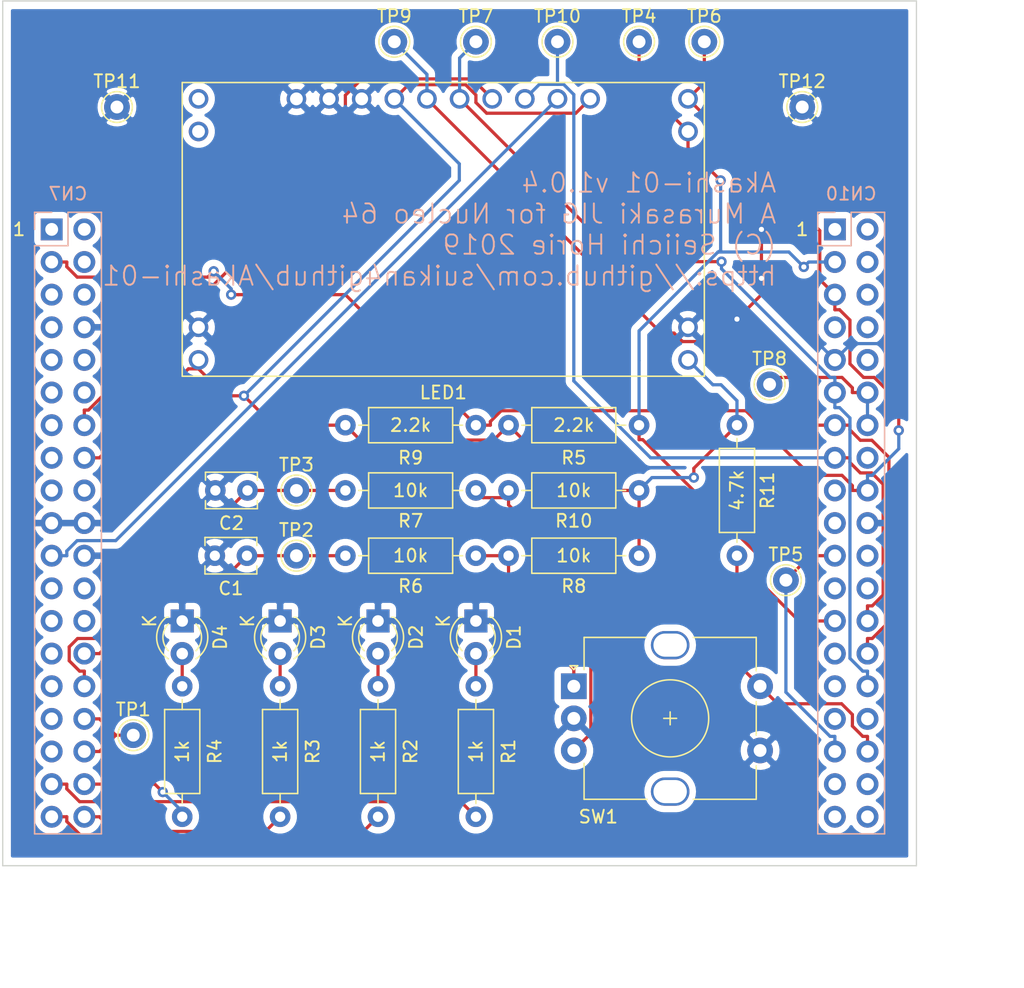
<source format=kicad_pcb>
(kicad_pcb (version 20171130) (host pcbnew 5.1.5-52549c5~84~ubuntu16.04.1)

  (general
    (thickness 1.6)
    (drawings 14)
    (tracks 250)
    (zones 0)
    (modules 33)
    (nets 71)
  )

  (page A4)
  (layers
    (0 F.Cu signal)
    (31 B.Cu signal)
    (32 B.Adhes user)
    (33 F.Adhes user)
    (34 B.Paste user)
    (35 F.Paste user)
    (36 B.SilkS user)
    (37 F.SilkS user)
    (38 B.Mask user)
    (39 F.Mask user)
    (40 Dwgs.User user)
    (41 Cmts.User user)
    (42 Eco1.User user)
    (43 Eco2.User user)
    (44 Edge.Cuts user)
    (45 Margin user)
    (46 B.CrtYd user hide)
    (47 F.CrtYd user)
    (48 B.Fab user hide)
    (49 F.Fab user hide)
  )

  (setup
    (last_trace_width 0.25)
    (trace_clearance 0.2)
    (zone_clearance 0.508)
    (zone_45_only no)
    (trace_min 0.2)
    (via_size 0.8)
    (via_drill 0.4)
    (via_min_size 0.4)
    (via_min_drill 0.3)
    (uvia_size 0.3)
    (uvia_drill 0.1)
    (uvias_allowed no)
    (uvia_min_size 0.2)
    (uvia_min_drill 0.1)
    (edge_width 0.05)
    (segment_width 0.2)
    (pcb_text_width 0.3)
    (pcb_text_size 1.5 1.5)
    (mod_edge_width 0.12)
    (mod_text_size 1 1)
    (mod_text_width 0.15)
    (pad_size 3 2.2)
    (pad_drill 2.6)
    (pad_to_mask_clearance 0.051)
    (solder_mask_min_width 0.25)
    (aux_axis_origin 0 0)
    (visible_elements FFFFFF7F)
    (pcbplotparams
      (layerselection 0x010fc_ffffffff)
      (usegerberextensions true)
      (usegerberattributes false)
      (usegerberadvancedattributes false)
      (creategerberjobfile false)
      (excludeedgelayer true)
      (linewidth 0.100000)
      (plotframeref false)
      (viasonmask false)
      (mode 1)
      (useauxorigin false)
      (hpglpennumber 1)
      (hpglpenspeed 20)
      (hpglpendiameter 15.000000)
      (psnegative false)
      (psa4output false)
      (plotreference true)
      (plotvalue true)
      (plotinvisibletext false)
      (padsonsilk false)
      (subtractmaskfromsilk false)
      (outputformat 1)
      (mirror false)
      (drillshape 0)
      (scaleselection 1)
      (outputdirectory "gerber"))
  )

  (net 0 "")
  (net 1 /LED3)
  (net 2 /LED2)
  (net 3 /LED4)
  (net 4 /LED1)
  (net 5 /SPI1_NSS)
  (net 6 /TIM2_CH2)
  (net 7 /TIM2_CH1)
  (net 8 GND)
  (net 9 +3V3)
  (net 10 /I2C1_SDA)
  (net 11 /I2C1_SCL)
  (net 12 /SPI1_SCK)
  (net 13 /USART1_CTS)
  (net 14 /SPI1_MISO)
  (net 15 /SPI1_MOSI)
  (net 16 /UART1_TX)
  (net 17 /SW1)
  (net 18 "Net-(D1-Pad2)")
  (net 19 "Net-(D2-Pad2)")
  (net 20 "Net-(D3-Pad2)")
  (net 21 "Net-(D4-Pad2)")
  (net 22 "Net-(R6-Pad1)")
  (net 23 "Net-(R10-Pad2)")
  (net 24 /nLEDCS)
  (net 25 /nRESET)
  (net 26 "Net-(CN7-Pad33)")
  (net 27 "Net-(CN7-Pad31)")
  (net 28 "Net-(CN7-Pad29)")
  (net 29 "Net-(CN7-Pad27)")
  (net 30 "Net-(CN7-Pad26)")
  (net 31 "Net-(CN7-Pad25)")
  (net 32 "Net-(CN7-Pad24)")
  (net 33 "Net-(CN7-Pad23)")
  (net 34 "Net-(CN7-Pad18)")
  (net 35 "Net-(CN7-Pad17)")
  (net 36 "Net-(CN7-Pad15)")
  (net 37 "Net-(CN7-Pad13)")
  (net 38 "Net-(CN7-Pad12)")
  (net 39 "Net-(CN7-Pad11)")
  (net 40 "Net-(CN7-Pad10)")
  (net 41 "Net-(CN7-Pad9)")
  (net 42 "Net-(CN7-Pad7)")
  (net 43 "Net-(CN7-Pad6)")
  (net 44 "Net-(CN7-Pad5)")
  (net 45 "Net-(CN7-Pad4)")
  (net 46 "Net-(CN7-Pad2)")
  (net 47 "Net-(CN7-Pad1)")
  (net 48 "Net-(CN10-Pad1)")
  (net 49 "Net-(CN10-Pad2)")
  (net 50 "Net-(CN10-Pad4)")
  (net 51 "Net-(CN10-Pad6)")
  (net 52 "Net-(CN10-Pad7)")
  (net 53 "Net-(CN10-Pad8)")
  (net 54 "Net-(CN10-Pad10)")
  (net 55 "Net-(CN10-Pad16)")
  (net 56 "Net-(CN10-Pad17)")
  (net 57 "Net-(CN10-Pad19)")
  (net 58 "Net-(CN10-Pad22)")
  (net 59 "Net-(CN10-Pad23)")
  (net 60 "Net-(CN10-Pad24)")
  (net 61 "Net-(CN10-Pad27)")
  (net 62 "Net-(CN10-Pad29)")
  (net 63 "Net-(CN10-Pad31)")
  (net 64 "Net-(CN10-Pad32)")
  (net 65 "Net-(CN10-Pad35)")
  (net 66 "Net-(CN10-Pad36)")
  (net 67 "Net-(CN10-Pad37)")
  (net 68 "Net-(CN10-Pad38)")
  (net 69 "Net-(LED1-Pad1)")
  (net 70 "Net-(LED1-Pad2)")

  (net_class Default "This is the default net class."
    (clearance 0.2)
    (trace_width 0.25)
    (via_dia 0.8)
    (via_drill 0.4)
    (uvia_dia 0.3)
    (uvia_drill 0.1)
    (add_net +3V3)
    (add_net /I2C1_SCL)
    (add_net /I2C1_SDA)
    (add_net /LED1)
    (add_net /LED2)
    (add_net /LED3)
    (add_net /LED4)
    (add_net /SPI1_MISO)
    (add_net /SPI1_MOSI)
    (add_net /SPI1_NSS)
    (add_net /SPI1_SCK)
    (add_net /SW1)
    (add_net /TIM2_CH1)
    (add_net /TIM2_CH2)
    (add_net /UART1_TX)
    (add_net /USART1_CTS)
    (add_net /nLEDCS)
    (add_net /nRESET)
    (add_net GND)
    (add_net "Net-(CN10-Pad1)")
    (add_net "Net-(CN10-Pad10)")
    (add_net "Net-(CN10-Pad16)")
    (add_net "Net-(CN10-Pad17)")
    (add_net "Net-(CN10-Pad19)")
    (add_net "Net-(CN10-Pad2)")
    (add_net "Net-(CN10-Pad22)")
    (add_net "Net-(CN10-Pad23)")
    (add_net "Net-(CN10-Pad24)")
    (add_net "Net-(CN10-Pad27)")
    (add_net "Net-(CN10-Pad29)")
    (add_net "Net-(CN10-Pad31)")
    (add_net "Net-(CN10-Pad32)")
    (add_net "Net-(CN10-Pad35)")
    (add_net "Net-(CN10-Pad36)")
    (add_net "Net-(CN10-Pad37)")
    (add_net "Net-(CN10-Pad38)")
    (add_net "Net-(CN10-Pad4)")
    (add_net "Net-(CN10-Pad6)")
    (add_net "Net-(CN10-Pad7)")
    (add_net "Net-(CN10-Pad8)")
    (add_net "Net-(CN7-Pad1)")
    (add_net "Net-(CN7-Pad10)")
    (add_net "Net-(CN7-Pad11)")
    (add_net "Net-(CN7-Pad12)")
    (add_net "Net-(CN7-Pad13)")
    (add_net "Net-(CN7-Pad15)")
    (add_net "Net-(CN7-Pad17)")
    (add_net "Net-(CN7-Pad18)")
    (add_net "Net-(CN7-Pad2)")
    (add_net "Net-(CN7-Pad23)")
    (add_net "Net-(CN7-Pad24)")
    (add_net "Net-(CN7-Pad25)")
    (add_net "Net-(CN7-Pad26)")
    (add_net "Net-(CN7-Pad27)")
    (add_net "Net-(CN7-Pad29)")
    (add_net "Net-(CN7-Pad31)")
    (add_net "Net-(CN7-Pad33)")
    (add_net "Net-(CN7-Pad4)")
    (add_net "Net-(CN7-Pad5)")
    (add_net "Net-(CN7-Pad6)")
    (add_net "Net-(CN7-Pad7)")
    (add_net "Net-(CN7-Pad9)")
    (add_net "Net-(D1-Pad2)")
    (add_net "Net-(D2-Pad2)")
    (add_net "Net-(D3-Pad2)")
    (add_net "Net-(D4-Pad2)")
    (add_net "Net-(LED1-Pad1)")
    (add_net "Net-(LED1-Pad2)")
    (add_net "Net-(R10-Pad2)")
    (add_net "Net-(R6-Pad1)")
  )

  (module Display_Modules:SparkFun-7-Segment-Serial-Display (layer F.Cu) (tedit 5CB32D66) (tstamp 5CD80597)
    (at 130.81 50.8)
    (path /5CDA26F4)
    (fp_text reference LED1 (at 19.05 22.86) (layer F.SilkS)
      (effects (font (size 1 1) (thickness 0.15)))
    )
    (fp_text value SparkFun-7-Segment-Serial-Display-Red (at 19.05 19.05) (layer F.Fab)
      (effects (font (size 1 1) (thickness 0.15)))
    )
    (fp_line (start -1.27 -1.27) (end -1.27 21.59) (layer F.SilkS) (width 0.12))
    (fp_line (start -1.27 21.59) (end 39.37 21.59) (layer F.SilkS) (width 0.12))
    (fp_line (start 39.37 21.59) (end 39.37 -1.27) (layer F.SilkS) (width 0.12))
    (fp_line (start 39.37 -1.27) (end -1.27 -1.27) (layer F.SilkS) (width 0.12))
    (pad 1 thru_hole circle (at 0 0) (size 1.524 1.524) (drill 1) (layers *.Cu *.Mask)
      (net 69 "Net-(LED1-Pad1)"))
    (pad 2 thru_hole circle (at 0 2.54) (size 1.524 1.524) (drill 1) (layers *.Cu *.Mask)
      (net 70 "Net-(LED1-Pad2)"))
    (pad 3 thru_hole circle (at 0 17.78) (size 1.524 1.524) (drill 1) (layers *.Cu *.Mask)
      (net 8 GND))
    (pad 4 thru_hole circle (at 0 20.32) (size 1.524 1.524) (drill 1) (layers *.Cu *.Mask)
      (net 9 +3V3))
    (pad 5 thru_hole circle (at 38.1 20.32) (size 1.524 1.524) (drill 1) (layers *.Cu *.Mask)
      (net 9 +3V3))
    (pad 6 thru_hole circle (at 38.1 17.78) (size 1.524 1.524) (drill 1) (layers *.Cu *.Mask)
      (net 8 GND))
    (pad 7 thru_hole circle (at 38.1 2.54) (size 1.524 1.524) (drill 1) (layers *.Cu *.Mask)
      (net 11 /I2C1_SCL))
    (pad 8 thru_hole circle (at 38.1 0) (size 1.524 1.524) (drill 1) (layers *.Cu *.Mask)
      (net 10 /I2C1_SDA))
    (pad 16 thru_hole circle (at 12.7 0) (size 1.524 1.524) (drill 1) (layers *.Cu *.Mask)
      (net 8 GND))
    (pad 15 thru_hole circle (at 15.24 0) (size 1.524 1.524) (drill 1) (layers *.Cu *.Mask)
      (net 9 +3V3))
    (pad 14 thru_hole circle (at 17.78 0) (size 1.524 1.524) (drill 1) (layers *.Cu *.Mask)
      (net 14 /SPI1_MISO))
    (pad 13 thru_hole circle (at 20.32 0) (size 1.524 1.524) (drill 1) (layers *.Cu *.Mask)
      (net 12 /SPI1_SCK))
    (pad 12 thru_hole circle (at 22.86 0) (size 1.524 1.524) (drill 1) (layers *.Cu *.Mask)
      (net 25 /nRESET))
    (pad 11 thru_hole circle (at 25.4 0) (size 1.524 1.524) (drill 1) (layers *.Cu *.Mask)
      (net 15 /SPI1_MOSI))
    (pad 10 thru_hole circle (at 27.94 0) (size 1.524 1.524) (drill 1) (layers *.Cu *.Mask)
      (net 24 /nLEDCS))
    (pad 9 thru_hole circle (at 30.48 0) (size 1.524 1.524) (drill 1) (layers *.Cu *.Mask)
      (net 9 +3V3))
    (pad 17 thru_hole circle (at 10.16 0) (size 1.524 1.524) (drill 1) (layers *.Cu *.Mask)
      (net 8 GND))
    (pad 18 thru_hole circle (at 7.62 0) (size 1.524 1.524) (drill 1) (layers *.Cu *.Mask)
      (net 8 GND))
  )

  (module Connector_PinSocket_2.54mm:PinSocket_2x19_P2.54mm_Vertical (layer B.Cu) (tedit 5CB3287E) (tstamp 5C97E49F)
    (at 119.38 60.96 180)
    (descr "Through hole straight socket strip, 2x19, 2.54mm pitch, double cols (from Kicad 4.0.7), script generated")
    (tags "Through hole socket strip THT 2x19 2.54mm double row")
    (path /5C96BBDA)
    (fp_text reference CN7 (at -1.27 2.77 180) (layer B.SilkS)
      (effects (font (size 1 1) (thickness 0.15)) (justify mirror))
    )
    (fp_text value PPPC192LFBN-RC (at -1.27 -48.49 180) (layer B.Fab)
      (effects (font (size 1 1) (thickness 0.15)) (justify mirror))
    )
    (fp_text user %R (at 3.175 -22.86 90) (layer B.Fab)
      (effects (font (size 1 1) (thickness 0.15)) (justify mirror))
    )
    (fp_line (start -4.34 -47.5) (end -4.34 1.8) (layer B.CrtYd) (width 0.05))
    (fp_line (start 1.76 -47.5) (end -4.34 -47.5) (layer B.CrtYd) (width 0.05))
    (fp_line (start 1.76 1.8) (end 1.76 -47.5) (layer B.CrtYd) (width 0.05))
    (fp_line (start -4.34 1.8) (end 1.76 1.8) (layer B.CrtYd) (width 0.05))
    (fp_line (start 0 1.33) (end 1.33 1.33) (layer B.SilkS) (width 0.12))
    (fp_line (start 1.33 1.33) (end 1.33 0) (layer B.SilkS) (width 0.12))
    (fp_line (start -1.27 1.33) (end -1.27 -1.27) (layer B.SilkS) (width 0.12))
    (fp_line (start -1.27 -1.27) (end 1.33 -1.27) (layer B.SilkS) (width 0.12))
    (fp_line (start 1.33 -1.27) (end 1.33 -47.05) (layer B.SilkS) (width 0.12))
    (fp_line (start -3.87 -47.05) (end 1.33 -47.05) (layer B.SilkS) (width 0.12))
    (fp_line (start -3.87 1.33) (end -3.87 -47.05) (layer B.SilkS) (width 0.12))
    (fp_line (start -3.87 1.33) (end -1.27 1.33) (layer B.SilkS) (width 0.12))
    (fp_line (start -3.81 -46.99) (end -3.81 1.27) (layer B.Fab) (width 0.1))
    (fp_line (start 1.27 -46.99) (end -3.81 -46.99) (layer B.Fab) (width 0.1))
    (fp_line (start 1.27 0.27) (end 1.27 -46.99) (layer B.Fab) (width 0.1))
    (fp_line (start 0.27 1.27) (end 1.27 0.27) (layer B.Fab) (width 0.1))
    (fp_line (start -3.81 1.27) (end 0.27 1.27) (layer B.Fab) (width 0.1))
    (pad 38 thru_hole oval (at -2.54 -45.72 180) (size 1.7 1.7) (drill 1) (layers *.Cu *.Mask)
      (net 1 /LED3))
    (pad 37 thru_hole oval (at 0 -45.72 180) (size 1.7 1.7) (drill 1) (layers *.Cu *.Mask)
      (net 2 /LED2))
    (pad 36 thru_hole oval (at -2.54 -43.18 180) (size 1.7 1.7) (drill 1) (layers *.Cu *.Mask)
      (net 3 /LED4))
    (pad 35 thru_hole oval (at 0 -43.18 180) (size 1.7 1.7) (drill 1) (layers *.Cu *.Mask)
      (net 4 /LED1))
    (pad 34 thru_hole oval (at -2.54 -40.64 180) (size 1.7 1.7) (drill 1) (layers *.Cu *.Mask)
      (net 5 /SPI1_NSS))
    (pad 33 thru_hole oval (at 0 -40.64 180) (size 1.7 1.7) (drill 1) (layers *.Cu *.Mask)
      (net 26 "Net-(CN7-Pad33)"))
    (pad 32 thru_hole oval (at -2.54 -38.1 180) (size 1.7 1.7) (drill 1) (layers *.Cu *.Mask)
      (net 5 /SPI1_NSS))
    (pad 31 thru_hole oval (at 0 -38.1 180) (size 1.7 1.7) (drill 1) (layers *.Cu *.Mask)
      (net 27 "Net-(CN7-Pad31)"))
    (pad 30 thru_hole oval (at -2.54 -35.56 180) (size 1.7 1.7) (drill 1) (layers *.Cu *.Mask)
      (net 6 /TIM2_CH2))
    (pad 29 thru_hole oval (at 0 -35.56 180) (size 1.7 1.7) (drill 1) (layers *.Cu *.Mask)
      (net 28 "Net-(CN7-Pad29)"))
    (pad 28 thru_hole oval (at -2.54 -33.02 180) (size 1.7 1.7) (drill 1) (layers *.Cu *.Mask)
      (net 7 /TIM2_CH1))
    (pad 27 thru_hole oval (at 0 -33.02 180) (size 1.7 1.7) (drill 1) (layers *.Cu *.Mask)
      (net 29 "Net-(CN7-Pad27)"))
    (pad 26 thru_hole oval (at -2.54 -30.48 180) (size 1.7 1.7) (drill 1) (layers *.Cu *.Mask)
      (net 30 "Net-(CN7-Pad26)"))
    (pad 25 thru_hole oval (at 0 -30.48 180) (size 1.7 1.7) (drill 1) (layers *.Cu *.Mask)
      (net 31 "Net-(CN7-Pad25)"))
    (pad 24 thru_hole oval (at -2.54 -27.94 180) (size 1.7 1.7) (drill 1) (layers *.Cu *.Mask)
      (net 32 "Net-(CN7-Pad24)"))
    (pad 23 thru_hole oval (at 0 -27.94 180) (size 1.7 1.7) (drill 1) (layers *.Cu *.Mask)
      (net 33 "Net-(CN7-Pad23)"))
    (pad 22 thru_hole oval (at -2.54 -25.4 180) (size 1.7 1.7) (drill 1) (layers *.Cu *.Mask)
      (net 8 GND))
    (pad 21 thru_hole oval (at 0 -25.4 180) (size 1.7 1.7) (drill 1) (layers *.Cu *.Mask)
      (net 24 /nLEDCS))
    (pad 20 thru_hole oval (at -2.54 -22.86 180) (size 1.7 1.7) (drill 1) (layers *.Cu *.Mask)
      (net 8 GND))
    (pad 19 thru_hole oval (at 0 -22.86 180) (size 1.7 1.7) (drill 1) (layers *.Cu *.Mask)
      (net 8 GND))
    (pad 18 thru_hole oval (at -2.54 -20.32 180) (size 1.7 1.7) (drill 1) (layers *.Cu *.Mask)
      (net 34 "Net-(CN7-Pad18)"))
    (pad 17 thru_hole oval (at 0 -20.32 180) (size 1.7 1.7) (drill 1) (layers *.Cu *.Mask)
      (net 35 "Net-(CN7-Pad17)"))
    (pad 16 thru_hole oval (at -2.54 -17.78 180) (size 1.7 1.7) (drill 1) (layers *.Cu *.Mask)
      (net 9 +3V3))
    (pad 15 thru_hole oval (at 0 -17.78 180) (size 1.7 1.7) (drill 1) (layers *.Cu *.Mask)
      (net 36 "Net-(CN7-Pad15)"))
    (pad 14 thru_hole oval (at -2.54 -15.24 180) (size 1.7 1.7) (drill 1) (layers *.Cu *.Mask)
      (net 25 /nRESET))
    (pad 13 thru_hole oval (at 0 -15.24 180) (size 1.7 1.7) (drill 1) (layers *.Cu *.Mask)
      (net 37 "Net-(CN7-Pad13)"))
    (pad 12 thru_hole oval (at -2.54 -12.7 180) (size 1.7 1.7) (drill 1) (layers *.Cu *.Mask)
      (net 38 "Net-(CN7-Pad12)"))
    (pad 11 thru_hole oval (at 0 -12.7 180) (size 1.7 1.7) (drill 1) (layers *.Cu *.Mask)
      (net 39 "Net-(CN7-Pad11)"))
    (pad 10 thru_hole oval (at -2.54 -10.16 180) (size 1.7 1.7) (drill 1) (layers *.Cu *.Mask)
      (net 40 "Net-(CN7-Pad10)"))
    (pad 9 thru_hole oval (at 0 -10.16 180) (size 1.7 1.7) (drill 1) (layers *.Cu *.Mask)
      (net 41 "Net-(CN7-Pad9)"))
    (pad 8 thru_hole oval (at -2.54 -7.62 180) (size 1.7 1.7) (drill 1) (layers *.Cu *.Mask)
      (net 8 GND))
    (pad 7 thru_hole oval (at 0 -7.62 180) (size 1.7 1.7) (drill 1) (layers *.Cu *.Mask)
      (net 42 "Net-(CN7-Pad7)"))
    (pad 6 thru_hole oval (at -2.54 -5.08 180) (size 1.7 1.7) (drill 1) (layers *.Cu *.Mask)
      (net 43 "Net-(CN7-Pad6)"))
    (pad 5 thru_hole oval (at 0 -5.08 180) (size 1.7 1.7) (drill 1) (layers *.Cu *.Mask)
      (net 44 "Net-(CN7-Pad5)"))
    (pad 4 thru_hole oval (at -2.54 -2.54 180) (size 1.7 1.7) (drill 1) (layers *.Cu *.Mask)
      (net 45 "Net-(CN7-Pad4)"))
    (pad 3 thru_hole oval (at 0 -2.54 180) (size 1.7 1.7) (drill 1) (layers *.Cu *.Mask)
      (net 10 /I2C1_SDA))
    (pad 2 thru_hole oval (at -2.54 0 180) (size 1.7 1.7) (drill 1) (layers *.Cu *.Mask)
      (net 46 "Net-(CN7-Pad2)"))
    (pad 1 thru_hole rect (at 0 0 180) (size 1.7 1.7) (drill 1) (layers *.Cu *.Mask)
      (net 47 "Net-(CN7-Pad1)"))
    (model ${KISYS3DMOD}/Connector_PinSocket_2.54mm.3dshapes/PinSocket_2x19_P2.54mm_Vertical.wrl
      (at (xyz 0 0 0))
      (scale (xyz 1 1 1))
      (rotate (xyz 0 0 0))
    )
  )

  (module Connector_PinSocket_2.54mm:PinSocket_2x19_P2.54mm_Vertical (layer B.Cu) (tedit 5A19A42E) (tstamp 5C97D110)
    (at 180.34 60.96 180)
    (descr "Through hole straight socket strip, 2x19, 2.54mm pitch, double cols (from Kicad 4.0.7), script generated")
    (tags "Through hole socket strip THT 2x19 2.54mm double row")
    (path /5C96C8DE)
    (fp_text reference CN10 (at -1.27 2.77 180) (layer B.SilkS)
      (effects (font (size 1 1) (thickness 0.15)) (justify mirror))
    )
    (fp_text value PPPC192LFBN-RC (at -1.27 -48.49 180) (layer B.Fab)
      (effects (font (size 1 1) (thickness 0.15)) (justify mirror))
    )
    (fp_line (start -3.81 1.27) (end 0.27 1.27) (layer B.Fab) (width 0.1))
    (fp_line (start 0.27 1.27) (end 1.27 0.27) (layer B.Fab) (width 0.1))
    (fp_line (start 1.27 0.27) (end 1.27 -46.99) (layer B.Fab) (width 0.1))
    (fp_line (start 1.27 -46.99) (end -3.81 -46.99) (layer B.Fab) (width 0.1))
    (fp_line (start -3.81 -46.99) (end -3.81 1.27) (layer B.Fab) (width 0.1))
    (fp_line (start -3.87 1.33) (end -1.27 1.33) (layer B.SilkS) (width 0.12))
    (fp_line (start -3.87 1.33) (end -3.87 -47.05) (layer B.SilkS) (width 0.12))
    (fp_line (start -3.87 -47.05) (end 1.33 -47.05) (layer B.SilkS) (width 0.12))
    (fp_line (start 1.33 -1.27) (end 1.33 -47.05) (layer B.SilkS) (width 0.12))
    (fp_line (start -1.27 -1.27) (end 1.33 -1.27) (layer B.SilkS) (width 0.12))
    (fp_line (start -1.27 1.33) (end -1.27 -1.27) (layer B.SilkS) (width 0.12))
    (fp_line (start 1.33 1.33) (end 1.33 0) (layer B.SilkS) (width 0.12))
    (fp_line (start 0 1.33) (end 1.33 1.33) (layer B.SilkS) (width 0.12))
    (fp_line (start -4.34 1.8) (end 1.76 1.8) (layer B.CrtYd) (width 0.05))
    (fp_line (start 1.76 1.8) (end 1.76 -47.5) (layer B.CrtYd) (width 0.05))
    (fp_line (start 1.76 -47.5) (end -4.34 -47.5) (layer B.CrtYd) (width 0.05))
    (fp_line (start -4.34 -47.5) (end -4.34 1.8) (layer B.CrtYd) (width 0.05))
    (fp_text user %R (at -5.715 -22.86 90) (layer B.Fab)
      (effects (font (size 1 1) (thickness 0.15)) (justify mirror))
    )
    (pad 1 thru_hole rect (at 0 0 180) (size 1.7 1.7) (drill 1) (layers *.Cu *.Mask)
      (net 48 "Net-(CN10-Pad1)"))
    (pad 2 thru_hole oval (at -2.54 0 180) (size 1.7 1.7) (drill 1) (layers *.Cu *.Mask)
      (net 49 "Net-(CN10-Pad2)"))
    (pad 3 thru_hole oval (at 0 -2.54 180) (size 1.7 1.7) (drill 1) (layers *.Cu *.Mask)
      (net 11 /I2C1_SCL))
    (pad 4 thru_hole oval (at -2.54 -2.54 180) (size 1.7 1.7) (drill 1) (layers *.Cu *.Mask)
      (net 50 "Net-(CN10-Pad4)"))
    (pad 5 thru_hole oval (at 0 -5.08 180) (size 1.7 1.7) (drill 1) (layers *.Cu *.Mask)
      (net 10 /I2C1_SDA))
    (pad 6 thru_hole oval (at -2.54 -5.08 180) (size 1.7 1.7) (drill 1) (layers *.Cu *.Mask)
      (net 51 "Net-(CN10-Pad6)"))
    (pad 7 thru_hole oval (at 0 -7.62 180) (size 1.7 1.7) (drill 1) (layers *.Cu *.Mask)
      (net 52 "Net-(CN10-Pad7)"))
    (pad 8 thru_hole oval (at -2.54 -7.62 180) (size 1.7 1.7) (drill 1) (layers *.Cu *.Mask)
      (net 53 "Net-(CN10-Pad8)"))
    (pad 9 thru_hole oval (at 0 -10.16 180) (size 1.7 1.7) (drill 1) (layers *.Cu *.Mask)
      (net 8 GND))
    (pad 10 thru_hole oval (at -2.54 -10.16 180) (size 1.7 1.7) (drill 1) (layers *.Cu *.Mask)
      (net 54 "Net-(CN10-Pad10)"))
    (pad 11 thru_hole oval (at 0 -12.7 180) (size 1.7 1.7) (drill 1) (layers *.Cu *.Mask)
      (net 12 /SPI1_SCK))
    (pad 12 thru_hole oval (at -2.54 -12.7 180) (size 1.7 1.7) (drill 1) (layers *.Cu *.Mask)
      (net 13 /USART1_CTS))
    (pad 13 thru_hole oval (at 0 -15.24 180) (size 1.7 1.7) (drill 1) (layers *.Cu *.Mask)
      (net 14 /SPI1_MISO))
    (pad 14 thru_hole oval (at -2.54 -15.24 180) (size 1.7 1.7) (drill 1) (layers *.Cu *.Mask)
      (net 13 /USART1_CTS))
    (pad 15 thru_hole oval (at 0 -17.78 180) (size 1.7 1.7) (drill 1) (layers *.Cu *.Mask)
      (net 15 /SPI1_MOSI))
    (pad 16 thru_hole oval (at -2.54 -17.78 180) (size 1.7 1.7) (drill 1) (layers *.Cu *.Mask)
      (net 55 "Net-(CN10-Pad16)"))
    (pad 17 thru_hole oval (at 0 -20.32 180) (size 1.7 1.7) (drill 1) (layers *.Cu *.Mask)
      (net 56 "Net-(CN10-Pad17)"))
    (pad 18 thru_hole oval (at -2.54 -20.32 180) (size 1.7 1.7) (drill 1) (layers *.Cu *.Mask)
      (net 10 /I2C1_SDA))
    (pad 19 thru_hole oval (at 0 -22.86 180) (size 1.7 1.7) (drill 1) (layers *.Cu *.Mask)
      (net 57 "Net-(CN10-Pad19)"))
    (pad 20 thru_hole oval (at -2.54 -22.86 180) (size 1.7 1.7) (drill 1) (layers *.Cu *.Mask)
      (net 8 GND))
    (pad 21 thru_hole oval (at 0 -25.4 180) (size 1.7 1.7) (drill 1) (layers *.Cu *.Mask)
      (net 16 /UART1_TX))
    (pad 22 thru_hole oval (at -2.54 -25.4 180) (size 1.7 1.7) (drill 1) (layers *.Cu *.Mask)
      (net 58 "Net-(CN10-Pad22)"))
    (pad 23 thru_hole oval (at 0 -27.94 180) (size 1.7 1.7) (drill 1) (layers *.Cu *.Mask)
      (net 59 "Net-(CN10-Pad23)"))
    (pad 24 thru_hole oval (at -2.54 -27.94 180) (size 1.7 1.7) (drill 1) (layers *.Cu *.Mask)
      (net 60 "Net-(CN10-Pad24)"))
    (pad 25 thru_hole oval (at 0 -30.48 180) (size 1.7 1.7) (drill 1) (layers *.Cu *.Mask)
      (net 11 /I2C1_SCL))
    (pad 26 thru_hole oval (at -2.54 -30.48 180) (size 1.7 1.7) (drill 1) (layers *.Cu *.Mask)
      (net 15 /SPI1_MOSI))
    (pad 27 thru_hole oval (at 0 -33.02 180) (size 1.7 1.7) (drill 1) (layers *.Cu *.Mask)
      (net 61 "Net-(CN10-Pad27)"))
    (pad 28 thru_hole oval (at -2.54 -33.02 180) (size 1.7 1.7) (drill 1) (layers *.Cu *.Mask)
      (net 14 /SPI1_MISO))
    (pad 29 thru_hole oval (at 0 -35.56 180) (size 1.7 1.7) (drill 1) (layers *.Cu *.Mask)
      (net 62 "Net-(CN10-Pad29)"))
    (pad 30 thru_hole oval (at -2.54 -35.56 180) (size 1.7 1.7) (drill 1) (layers *.Cu *.Mask)
      (net 12 /SPI1_SCK))
    (pad 31 thru_hole oval (at 0 -38.1 180) (size 1.7 1.7) (drill 1) (layers *.Cu *.Mask)
      (net 63 "Net-(CN10-Pad31)"))
    (pad 32 thru_hole oval (at -2.54 -38.1 180) (size 1.7 1.7) (drill 1) (layers *.Cu *.Mask)
      (net 64 "Net-(CN10-Pad32)"))
    (pad 33 thru_hole oval (at 0 -40.64 180) (size 1.7 1.7) (drill 1) (layers *.Cu *.Mask)
      (net 16 /UART1_TX))
    (pad 34 thru_hole oval (at -2.54 -40.64 180) (size 1.7 1.7) (drill 1) (layers *.Cu *.Mask)
      (net 17 /SW1))
    (pad 35 thru_hole oval (at 0 -43.18 180) (size 1.7 1.7) (drill 1) (layers *.Cu *.Mask)
      (net 65 "Net-(CN10-Pad35)"))
    (pad 36 thru_hole oval (at -2.54 -43.18 180) (size 1.7 1.7) (drill 1) (layers *.Cu *.Mask)
      (net 66 "Net-(CN10-Pad36)"))
    (pad 37 thru_hole oval (at 0 -45.72 180) (size 1.7 1.7) (drill 1) (layers *.Cu *.Mask)
      (net 67 "Net-(CN10-Pad37)"))
    (pad 38 thru_hole oval (at -2.54 -45.72 180) (size 1.7 1.7) (drill 1) (layers *.Cu *.Mask)
      (net 68 "Net-(CN10-Pad38)"))
    (model ${KISYS3DMOD}/Connector_PinSocket_2.54mm.3dshapes/PinSocket_2x19_P2.54mm_Vertical.wrl
      (at (xyz 0 0 0))
      (scale (xyz 1 1 1))
      (rotate (xyz 0 0 0))
    )
  )

  (module LED_THT:LED_D3.0mm_Clear (layer F.Cu) (tedit 5A6C9BC0) (tstamp 5C97C8EF)
    (at 152.4 91.44 270)
    (descr "IR-LED, diameter 3.0mm, 2 pins, color: clear")
    (tags "IR infrared LED diameter 3.0mm 2 pins clear")
    (path /5C991BCA)
    (fp_text reference D1 (at 1.27 -2.96 270) (layer F.SilkS)
      (effects (font (size 1 1) (thickness 0.15)))
    )
    (fp_text value LED (at 1.27 2.96 270) (layer F.Fab)
      (effects (font (size 1 1) (thickness 0.15)))
    )
    (fp_text user %R (at 1.47 0 270) (layer F.Fab)
      (effects (font (size 0.8 0.8) (thickness 0.12)))
    )
    (fp_line (start -0.23 -1.16619) (end -0.23 1.16619) (layer F.Fab) (width 0.1))
    (fp_line (start -0.29 -1.236) (end -0.29 -1.08) (layer F.SilkS) (width 0.12))
    (fp_line (start -0.29 1.08) (end -0.29 1.236) (layer F.SilkS) (width 0.12))
    (fp_line (start -1.15 -2.25) (end -1.15 2.25) (layer F.CrtYd) (width 0.05))
    (fp_line (start -1.15 2.25) (end 3.7 2.25) (layer F.CrtYd) (width 0.05))
    (fp_line (start 3.7 2.25) (end 3.7 -2.25) (layer F.CrtYd) (width 0.05))
    (fp_line (start 3.7 -2.25) (end -1.15 -2.25) (layer F.CrtYd) (width 0.05))
    (fp_circle (center 1.27 0) (end 2.77 0) (layer F.Fab) (width 0.1))
    (fp_arc (start 1.27 0) (end -0.23 -1.16619) (angle 284.3) (layer F.Fab) (width 0.1))
    (fp_arc (start 1.27 0) (end -0.29 -1.235516) (angle 108.8) (layer F.SilkS) (width 0.12))
    (fp_arc (start 1.27 0) (end -0.29 1.235516) (angle -108.8) (layer F.SilkS) (width 0.12))
    (fp_arc (start 1.27 0) (end 0.229039 -1.08) (angle 87.9) (layer F.SilkS) (width 0.12))
    (fp_arc (start 1.27 0) (end 0.229039 1.08) (angle -87.9) (layer F.SilkS) (width 0.12))
    (pad 1 thru_hole rect (at 0 0 270) (size 1.8 1.8) (drill 0.9) (layers *.Cu *.Mask)
      (net 8 GND))
    (pad 2 thru_hole circle (at 2.54 0 270) (size 1.8 1.8) (drill 0.9) (layers *.Cu *.Mask)
      (net 18 "Net-(D1-Pad2)"))
    (model ${KISYS3DMOD}/LED_THT.3dshapes/LED_D3.0mm_Clear.wrl
      (at (xyz 0 0 0))
      (scale (xyz 1 1 1))
      (rotate (xyz 0 0 0))
    )
  )

  (module LED_THT:LED_D3.0mm_Clear (layer F.Cu) (tedit 5A6C9BC0) (tstamp 5C97C967)
    (at 144.78 91.44 270)
    (descr "IR-LED, diameter 3.0mm, 2 pins, color: clear")
    (tags "IR infrared LED diameter 3.0mm 2 pins clear")
    (path /5C991F7C)
    (fp_text reference D2 (at 1.27 -2.96 270) (layer F.SilkS)
      (effects (font (size 1 1) (thickness 0.15)))
    )
    (fp_text value LED (at 1.27 2.96 270) (layer F.Fab)
      (effects (font (size 1 1) (thickness 0.15)))
    )
    (fp_arc (start 1.27 0) (end 0.229039 1.08) (angle -87.9) (layer F.SilkS) (width 0.12))
    (fp_arc (start 1.27 0) (end 0.229039 -1.08) (angle 87.9) (layer F.SilkS) (width 0.12))
    (fp_arc (start 1.27 0) (end -0.29 1.235516) (angle -108.8) (layer F.SilkS) (width 0.12))
    (fp_arc (start 1.27 0) (end -0.29 -1.235516) (angle 108.8) (layer F.SilkS) (width 0.12))
    (fp_arc (start 1.27 0) (end -0.23 -1.16619) (angle 284.3) (layer F.Fab) (width 0.1))
    (fp_circle (center 1.27 0) (end 2.77 0) (layer F.Fab) (width 0.1))
    (fp_line (start 3.7 -2.25) (end -1.15 -2.25) (layer F.CrtYd) (width 0.05))
    (fp_line (start 3.7 2.25) (end 3.7 -2.25) (layer F.CrtYd) (width 0.05))
    (fp_line (start -1.15 2.25) (end 3.7 2.25) (layer F.CrtYd) (width 0.05))
    (fp_line (start -1.15 -2.25) (end -1.15 2.25) (layer F.CrtYd) (width 0.05))
    (fp_line (start -0.29 1.08) (end -0.29 1.236) (layer F.SilkS) (width 0.12))
    (fp_line (start -0.29 -1.236) (end -0.29 -1.08) (layer F.SilkS) (width 0.12))
    (fp_line (start -0.23 -1.16619) (end -0.23 1.16619) (layer F.Fab) (width 0.1))
    (fp_text user %R (at 1.47 0 270) (layer F.Fab)
      (effects (font (size 0.8 0.8) (thickness 0.12)))
    )
    (pad 2 thru_hole circle (at 2.54 0 270) (size 1.8 1.8) (drill 0.9) (layers *.Cu *.Mask)
      (net 19 "Net-(D2-Pad2)"))
    (pad 1 thru_hole rect (at 0 0 270) (size 1.8 1.8) (drill 0.9) (layers *.Cu *.Mask)
      (net 8 GND))
    (model ${KISYS3DMOD}/LED_THT.3dshapes/LED_D3.0mm_Clear.wrl
      (at (xyz 0 0 0))
      (scale (xyz 1 1 1))
      (rotate (xyz 0 0 0))
    )
  )

  (module LED_THT:LED_D3.0mm_Clear (layer F.Cu) (tedit 5A6C9BC0) (tstamp 5C97C928)
    (at 137.16 91.44 270)
    (descr "IR-LED, diameter 3.0mm, 2 pins, color: clear")
    (tags "IR infrared LED diameter 3.0mm 2 pins clear")
    (path /5C99232E)
    (fp_text reference D3 (at 1.27 -2.96 270) (layer F.SilkS)
      (effects (font (size 1 1) (thickness 0.15)))
    )
    (fp_text value LED (at 1.27 2.96 270) (layer F.Fab)
      (effects (font (size 1 1) (thickness 0.15)))
    )
    (fp_text user %R (at 1.47 0 270) (layer F.Fab)
      (effects (font (size 0.8 0.8) (thickness 0.12)))
    )
    (fp_line (start -0.23 -1.16619) (end -0.23 1.16619) (layer F.Fab) (width 0.1))
    (fp_line (start -0.29 -1.236) (end -0.29 -1.08) (layer F.SilkS) (width 0.12))
    (fp_line (start -0.29 1.08) (end -0.29 1.236) (layer F.SilkS) (width 0.12))
    (fp_line (start -1.15 -2.25) (end -1.15 2.25) (layer F.CrtYd) (width 0.05))
    (fp_line (start -1.15 2.25) (end 3.7 2.25) (layer F.CrtYd) (width 0.05))
    (fp_line (start 3.7 2.25) (end 3.7 -2.25) (layer F.CrtYd) (width 0.05))
    (fp_line (start 3.7 -2.25) (end -1.15 -2.25) (layer F.CrtYd) (width 0.05))
    (fp_circle (center 1.27 0) (end 2.77 0) (layer F.Fab) (width 0.1))
    (fp_arc (start 1.27 0) (end -0.23 -1.16619) (angle 284.3) (layer F.Fab) (width 0.1))
    (fp_arc (start 1.27 0) (end -0.29 -1.235516) (angle 108.8) (layer F.SilkS) (width 0.12))
    (fp_arc (start 1.27 0) (end -0.29 1.235516) (angle -108.8) (layer F.SilkS) (width 0.12))
    (fp_arc (start 1.27 0) (end 0.229039 -1.08) (angle 87.9) (layer F.SilkS) (width 0.12))
    (fp_arc (start 1.27 0) (end 0.229039 1.08) (angle -87.9) (layer F.SilkS) (width 0.12))
    (pad 1 thru_hole rect (at 0 0 270) (size 1.8 1.8) (drill 0.9) (layers *.Cu *.Mask)
      (net 8 GND))
    (pad 2 thru_hole circle (at 2.54 0 270) (size 1.8 1.8) (drill 0.9) (layers *.Cu *.Mask)
      (net 20 "Net-(D3-Pad2)"))
    (model ${KISYS3DMOD}/LED_THT.3dshapes/LED_D3.0mm_Clear.wrl
      (at (xyz 0 0 0))
      (scale (xyz 1 1 1))
      (rotate (xyz 0 0 0))
    )
  )

  (module LED_THT:LED_D3.0mm_Clear (layer F.Cu) (tedit 5A6C9BC0) (tstamp 5C97C9A0)
    (at 129.54 91.44 270)
    (descr "IR-LED, diameter 3.0mm, 2 pins, color: clear")
    (tags "IR infrared LED diameter 3.0mm 2 pins clear")
    (path /5C9926F8)
    (fp_text reference D4 (at 1.27 -2.96 270) (layer F.SilkS)
      (effects (font (size 1 1) (thickness 0.15)))
    )
    (fp_text value LED (at 1.27 2.96 270) (layer F.Fab)
      (effects (font (size 1 1) (thickness 0.15)))
    )
    (fp_arc (start 1.27 0) (end 0.229039 1.08) (angle -87.9) (layer F.SilkS) (width 0.12))
    (fp_arc (start 1.27 0) (end 0.229039 -1.08) (angle 87.9) (layer F.SilkS) (width 0.12))
    (fp_arc (start 1.27 0) (end -0.29 1.235516) (angle -108.8) (layer F.SilkS) (width 0.12))
    (fp_arc (start 1.27 0) (end -0.29 -1.235516) (angle 108.8) (layer F.SilkS) (width 0.12))
    (fp_arc (start 1.27 0) (end -0.23 -1.16619) (angle 284.3) (layer F.Fab) (width 0.1))
    (fp_circle (center 1.27 0) (end 2.77 0) (layer F.Fab) (width 0.1))
    (fp_line (start 3.7 -2.25) (end -1.15 -2.25) (layer F.CrtYd) (width 0.05))
    (fp_line (start 3.7 2.25) (end 3.7 -2.25) (layer F.CrtYd) (width 0.05))
    (fp_line (start -1.15 2.25) (end 3.7 2.25) (layer F.CrtYd) (width 0.05))
    (fp_line (start -1.15 -2.25) (end -1.15 2.25) (layer F.CrtYd) (width 0.05))
    (fp_line (start -0.29 1.08) (end -0.29 1.236) (layer F.SilkS) (width 0.12))
    (fp_line (start -0.29 -1.236) (end -0.29 -1.08) (layer F.SilkS) (width 0.12))
    (fp_line (start -0.23 -1.16619) (end -0.23 1.16619) (layer F.Fab) (width 0.1))
    (fp_text user %R (at 1.47 0 270) (layer F.Fab)
      (effects (font (size 0.8 0.8) (thickness 0.12)))
    )
    (pad 2 thru_hole circle (at 2.54 0 270) (size 1.8 1.8) (drill 0.9) (layers *.Cu *.Mask)
      (net 21 "Net-(D4-Pad2)"))
    (pad 1 thru_hole rect (at 0 0 270) (size 1.8 1.8) (drill 0.9) (layers *.Cu *.Mask)
      (net 8 GND))
    (model ${KISYS3DMOD}/LED_THT.3dshapes/LED_D3.0mm_Clear.wrl
      (at (xyz 0 0 0))
      (scale (xyz 1 1 1))
      (rotate (xyz 0 0 0))
    )
  )

  (module Resistor_THT:R_Axial_DIN0207_L6.3mm_D2.5mm_P10.16mm_Horizontal (layer F.Cu) (tedit 5AE5139B) (tstamp 5C97DE0F)
    (at 152.4 106.68 90)
    (descr "Resistor, Axial_DIN0207 series, Axial, Horizontal, pin pitch=10.16mm, 0.25W = 1/4W, length*diameter=6.3*2.5mm^2, http://cdn-reichelt.de/documents/datenblatt/B400/1_4W%23YAG.pdf")
    (tags "Resistor Axial_DIN0207 series Axial Horizontal pin pitch 10.16mm 0.25W = 1/4W length 6.3mm diameter 2.5mm")
    (path /5C990DAC)
    (fp_text reference R1 (at 5.08 2.54 90) (layer F.SilkS)
      (effects (font (size 1 1) (thickness 0.15)))
    )
    (fp_text value 1k (at 5.08 0 90) (layer F.SilkS)
      (effects (font (size 1 1) (thickness 0.15)))
    )
    (fp_line (start 1.93 -1.25) (end 1.93 1.25) (layer F.Fab) (width 0.1))
    (fp_line (start 1.93 1.25) (end 8.23 1.25) (layer F.Fab) (width 0.1))
    (fp_line (start 8.23 1.25) (end 8.23 -1.25) (layer F.Fab) (width 0.1))
    (fp_line (start 8.23 -1.25) (end 1.93 -1.25) (layer F.Fab) (width 0.1))
    (fp_line (start 0 0) (end 1.93 0) (layer F.Fab) (width 0.1))
    (fp_line (start 10.16 0) (end 8.23 0) (layer F.Fab) (width 0.1))
    (fp_line (start 1.81 -1.37) (end 1.81 1.37) (layer F.SilkS) (width 0.12))
    (fp_line (start 1.81 1.37) (end 8.35 1.37) (layer F.SilkS) (width 0.12))
    (fp_line (start 8.35 1.37) (end 8.35 -1.37) (layer F.SilkS) (width 0.12))
    (fp_line (start 8.35 -1.37) (end 1.81 -1.37) (layer F.SilkS) (width 0.12))
    (fp_line (start 1.04 0) (end 1.81 0) (layer F.SilkS) (width 0.12))
    (fp_line (start 9.12 0) (end 8.35 0) (layer F.SilkS) (width 0.12))
    (fp_line (start -1.05 -1.5) (end -1.05 1.5) (layer F.CrtYd) (width 0.05))
    (fp_line (start -1.05 1.5) (end 11.21 1.5) (layer F.CrtYd) (width 0.05))
    (fp_line (start 11.21 1.5) (end 11.21 -1.5) (layer F.CrtYd) (width 0.05))
    (fp_line (start 11.21 -1.5) (end -1.05 -1.5) (layer F.CrtYd) (width 0.05))
    (fp_text user %R (at 5.08 0 90) (layer F.Fab)
      (effects (font (size 1 1) (thickness 0.15)))
    )
    (pad 1 thru_hole circle (at 0 0 90) (size 1.6 1.6) (drill 0.8) (layers *.Cu *.Mask)
      (net 4 /LED1))
    (pad 2 thru_hole oval (at 10.16 0 90) (size 1.6 1.6) (drill 0.8) (layers *.Cu *.Mask)
      (net 18 "Net-(D1-Pad2)"))
    (model ${KISYS3DMOD}/Resistor_THT.3dshapes/R_Axial_DIN0207_L6.3mm_D2.5mm_P10.16mm_Horizontal.wrl
      (at (xyz 0 0 0))
      (scale (xyz 1 1 1))
      (rotate (xyz 0 0 0))
    )
  )

  (module Resistor_THT:R_Axial_DIN0207_L6.3mm_D2.5mm_P10.16mm_Horizontal (layer F.Cu) (tedit 5AE5139B) (tstamp 5C97DF3E)
    (at 144.78 106.68 90)
    (descr "Resistor, Axial_DIN0207 series, Axial, Horizontal, pin pitch=10.16mm, 0.25W = 1/4W, length*diameter=6.3*2.5mm^2, http://cdn-reichelt.de/documents/datenblatt/B400/1_4W%23YAG.pdf")
    (tags "Resistor Axial_DIN0207 series Axial Horizontal pin pitch 10.16mm 0.25W = 1/4W length 6.3mm diameter 2.5mm")
    (path /5C9913AA)
    (fp_text reference R2 (at 5.08 2.54 90) (layer F.SilkS)
      (effects (font (size 1 1) (thickness 0.15)))
    )
    (fp_text value 1k (at 5.08 0 90) (layer F.SilkS)
      (effects (font (size 1 1) (thickness 0.15)))
    )
    (fp_text user %R (at 5.08 0 90) (layer F.Fab)
      (effects (font (size 1 1) (thickness 0.15)))
    )
    (fp_line (start 11.21 -1.5) (end -1.05 -1.5) (layer F.CrtYd) (width 0.05))
    (fp_line (start 11.21 1.5) (end 11.21 -1.5) (layer F.CrtYd) (width 0.05))
    (fp_line (start -1.05 1.5) (end 11.21 1.5) (layer F.CrtYd) (width 0.05))
    (fp_line (start -1.05 -1.5) (end -1.05 1.5) (layer F.CrtYd) (width 0.05))
    (fp_line (start 9.12 0) (end 8.35 0) (layer F.SilkS) (width 0.12))
    (fp_line (start 1.04 0) (end 1.81 0) (layer F.SilkS) (width 0.12))
    (fp_line (start 8.35 -1.37) (end 1.81 -1.37) (layer F.SilkS) (width 0.12))
    (fp_line (start 8.35 1.37) (end 8.35 -1.37) (layer F.SilkS) (width 0.12))
    (fp_line (start 1.81 1.37) (end 8.35 1.37) (layer F.SilkS) (width 0.12))
    (fp_line (start 1.81 -1.37) (end 1.81 1.37) (layer F.SilkS) (width 0.12))
    (fp_line (start 10.16 0) (end 8.23 0) (layer F.Fab) (width 0.1))
    (fp_line (start 0 0) (end 1.93 0) (layer F.Fab) (width 0.1))
    (fp_line (start 8.23 -1.25) (end 1.93 -1.25) (layer F.Fab) (width 0.1))
    (fp_line (start 8.23 1.25) (end 8.23 -1.25) (layer F.Fab) (width 0.1))
    (fp_line (start 1.93 1.25) (end 8.23 1.25) (layer F.Fab) (width 0.1))
    (fp_line (start 1.93 -1.25) (end 1.93 1.25) (layer F.Fab) (width 0.1))
    (pad 2 thru_hole oval (at 10.16 0 90) (size 1.6 1.6) (drill 0.8) (layers *.Cu *.Mask)
      (net 19 "Net-(D2-Pad2)"))
    (pad 1 thru_hole circle (at 0 0 90) (size 1.6 1.6) (drill 0.8) (layers *.Cu *.Mask)
      (net 2 /LED2))
    (model ${KISYS3DMOD}/Resistor_THT.3dshapes/R_Axial_DIN0207_L6.3mm_D2.5mm_P10.16mm_Horizontal.wrl
      (at (xyz 0 0 0))
      (scale (xyz 1 1 1))
      (rotate (xyz 0 0 0))
    )
  )

  (module Resistor_THT:R_Axial_DIN0207_L6.3mm_D2.5mm_P10.16mm_Horizontal (layer F.Cu) (tedit 5AE5139B) (tstamp 5C97DD8B)
    (at 137.16 106.68 90)
    (descr "Resistor, Axial_DIN0207 series, Axial, Horizontal, pin pitch=10.16mm, 0.25W = 1/4W, length*diameter=6.3*2.5mm^2, http://cdn-reichelt.de/documents/datenblatt/B400/1_4W%23YAG.pdf")
    (tags "Resistor Axial_DIN0207 series Axial Horizontal pin pitch 10.16mm 0.25W = 1/4W length 6.3mm diameter 2.5mm")
    (path /5C991638)
    (fp_text reference R3 (at 5.08 2.54 90) (layer F.SilkS)
      (effects (font (size 1 1) (thickness 0.15)))
    )
    (fp_text value 1k (at 5.08 0 90) (layer F.SilkS)
      (effects (font (size 1 1) (thickness 0.15)))
    )
    (fp_line (start 1.93 -1.25) (end 1.93 1.25) (layer F.Fab) (width 0.1))
    (fp_line (start 1.93 1.25) (end 8.23 1.25) (layer F.Fab) (width 0.1))
    (fp_line (start 8.23 1.25) (end 8.23 -1.25) (layer F.Fab) (width 0.1))
    (fp_line (start 8.23 -1.25) (end 1.93 -1.25) (layer F.Fab) (width 0.1))
    (fp_line (start 0 0) (end 1.93 0) (layer F.Fab) (width 0.1))
    (fp_line (start 10.16 0) (end 8.23 0) (layer F.Fab) (width 0.1))
    (fp_line (start 1.81 -1.37) (end 1.81 1.37) (layer F.SilkS) (width 0.12))
    (fp_line (start 1.81 1.37) (end 8.35 1.37) (layer F.SilkS) (width 0.12))
    (fp_line (start 8.35 1.37) (end 8.35 -1.37) (layer F.SilkS) (width 0.12))
    (fp_line (start 8.35 -1.37) (end 1.81 -1.37) (layer F.SilkS) (width 0.12))
    (fp_line (start 1.04 0) (end 1.81 0) (layer F.SilkS) (width 0.12))
    (fp_line (start 9.12 0) (end 8.35 0) (layer F.SilkS) (width 0.12))
    (fp_line (start -1.05 -1.5) (end -1.05 1.5) (layer F.CrtYd) (width 0.05))
    (fp_line (start -1.05 1.5) (end 11.21 1.5) (layer F.CrtYd) (width 0.05))
    (fp_line (start 11.21 1.5) (end 11.21 -1.5) (layer F.CrtYd) (width 0.05))
    (fp_line (start 11.21 -1.5) (end -1.05 -1.5) (layer F.CrtYd) (width 0.05))
    (fp_text user %R (at 5.08 0 90) (layer F.Fab)
      (effects (font (size 1 1) (thickness 0.15)))
    )
    (pad 1 thru_hole circle (at 0 0 90) (size 1.6 1.6) (drill 0.8) (layers *.Cu *.Mask)
      (net 1 /LED3))
    (pad 2 thru_hole oval (at 10.16 0 90) (size 1.6 1.6) (drill 0.8) (layers *.Cu *.Mask)
      (net 20 "Net-(D3-Pad2)"))
    (model ${KISYS3DMOD}/Resistor_THT.3dshapes/R_Axial_DIN0207_L6.3mm_D2.5mm_P10.16mm_Horizontal.wrl
      (at (xyz 0 0 0))
      (scale (xyz 1 1 1))
      (rotate (xyz 0 0 0))
    )
  )

  (module Resistor_THT:R_Axial_DIN0207_L6.3mm_D2.5mm_P10.16mm_Horizontal (layer F.Cu) (tedit 5AE5139B) (tstamp 5C97DEC3)
    (at 129.54 106.68 90)
    (descr "Resistor, Axial_DIN0207 series, Axial, Horizontal, pin pitch=10.16mm, 0.25W = 1/4W, length*diameter=6.3*2.5mm^2, http://cdn-reichelt.de/documents/datenblatt/B400/1_4W%23YAG.pdf")
    (tags "Resistor Axial_DIN0207 series Axial Horizontal pin pitch 10.16mm 0.25W = 1/4W length 6.3mm diameter 2.5mm")
    (path /5C9918C6)
    (fp_text reference R4 (at 5.08 2.54 90) (layer F.SilkS)
      (effects (font (size 1 1) (thickness 0.15)))
    )
    (fp_text value 1k (at 5.08 0 90) (layer F.SilkS)
      (effects (font (size 1 1) (thickness 0.15)))
    )
    (fp_text user %R (at 5.08 0 90) (layer F.Fab)
      (effects (font (size 1 1) (thickness 0.15)))
    )
    (fp_line (start 11.21 -1.5) (end -1.05 -1.5) (layer F.CrtYd) (width 0.05))
    (fp_line (start 11.21 1.5) (end 11.21 -1.5) (layer F.CrtYd) (width 0.05))
    (fp_line (start -1.05 1.5) (end 11.21 1.5) (layer F.CrtYd) (width 0.05))
    (fp_line (start -1.05 -1.5) (end -1.05 1.5) (layer F.CrtYd) (width 0.05))
    (fp_line (start 9.12 0) (end 8.35 0) (layer F.SilkS) (width 0.12))
    (fp_line (start 1.04 0) (end 1.81 0) (layer F.SilkS) (width 0.12))
    (fp_line (start 8.35 -1.37) (end 1.81 -1.37) (layer F.SilkS) (width 0.12))
    (fp_line (start 8.35 1.37) (end 8.35 -1.37) (layer F.SilkS) (width 0.12))
    (fp_line (start 1.81 1.37) (end 8.35 1.37) (layer F.SilkS) (width 0.12))
    (fp_line (start 1.81 -1.37) (end 1.81 1.37) (layer F.SilkS) (width 0.12))
    (fp_line (start 10.16 0) (end 8.23 0) (layer F.Fab) (width 0.1))
    (fp_line (start 0 0) (end 1.93 0) (layer F.Fab) (width 0.1))
    (fp_line (start 8.23 -1.25) (end 1.93 -1.25) (layer F.Fab) (width 0.1))
    (fp_line (start 8.23 1.25) (end 8.23 -1.25) (layer F.Fab) (width 0.1))
    (fp_line (start 1.93 1.25) (end 8.23 1.25) (layer F.Fab) (width 0.1))
    (fp_line (start 1.93 -1.25) (end 1.93 1.25) (layer F.Fab) (width 0.1))
    (pad 2 thru_hole oval (at 10.16 0 90) (size 1.6 1.6) (drill 0.8) (layers *.Cu *.Mask)
      (net 21 "Net-(D4-Pad2)"))
    (pad 1 thru_hole circle (at 0 0 90) (size 1.6 1.6) (drill 0.8) (layers *.Cu *.Mask)
      (net 3 /LED4))
    (model ${KISYS3DMOD}/Resistor_THT.3dshapes/R_Axial_DIN0207_L6.3mm_D2.5mm_P10.16mm_Horizontal.wrl
      (at (xyz 0 0 0))
      (scale (xyz 1 1 1))
      (rotate (xyz 0 0 0))
    )
  )

  (module Resistor_THT:R_Axial_DIN0207_L6.3mm_D2.5mm_P10.16mm_Horizontal (layer F.Cu) (tedit 5AE5139B) (tstamp 5C97DD49)
    (at 154.94 76.2)
    (descr "Resistor, Axial_DIN0207 series, Axial, Horizontal, pin pitch=10.16mm, 0.25W = 1/4W, length*diameter=6.3*2.5mm^2, http://cdn-reichelt.de/documents/datenblatt/B400/1_4W%23YAG.pdf")
    (tags "Resistor Axial_DIN0207 series Axial Horizontal pin pitch 10.16mm 0.25W = 1/4W length 6.3mm diameter 2.5mm")
    (path /5C989336)
    (fp_text reference R5 (at 5.08 2.54) (layer F.SilkS)
      (effects (font (size 1 1) (thickness 0.15)))
    )
    (fp_text value 2.2k (at 5.08 0) (layer F.SilkS)
      (effects (font (size 1 1) (thickness 0.15)))
    )
    (fp_text user %R (at 5.08 0) (layer F.Fab)
      (effects (font (size 1 1) (thickness 0.15)))
    )
    (fp_line (start 11.21 -1.5) (end -1.05 -1.5) (layer F.CrtYd) (width 0.05))
    (fp_line (start 11.21 1.5) (end 11.21 -1.5) (layer F.CrtYd) (width 0.05))
    (fp_line (start -1.05 1.5) (end 11.21 1.5) (layer F.CrtYd) (width 0.05))
    (fp_line (start -1.05 -1.5) (end -1.05 1.5) (layer F.CrtYd) (width 0.05))
    (fp_line (start 9.12 0) (end 8.35 0) (layer F.SilkS) (width 0.12))
    (fp_line (start 1.04 0) (end 1.81 0) (layer F.SilkS) (width 0.12))
    (fp_line (start 8.35 -1.37) (end 1.81 -1.37) (layer F.SilkS) (width 0.12))
    (fp_line (start 8.35 1.37) (end 8.35 -1.37) (layer F.SilkS) (width 0.12))
    (fp_line (start 1.81 1.37) (end 8.35 1.37) (layer F.SilkS) (width 0.12))
    (fp_line (start 1.81 -1.37) (end 1.81 1.37) (layer F.SilkS) (width 0.12))
    (fp_line (start 10.16 0) (end 8.23 0) (layer F.Fab) (width 0.1))
    (fp_line (start 0 0) (end 1.93 0) (layer F.Fab) (width 0.1))
    (fp_line (start 8.23 -1.25) (end 1.93 -1.25) (layer F.Fab) (width 0.1))
    (fp_line (start 8.23 1.25) (end 8.23 -1.25) (layer F.Fab) (width 0.1))
    (fp_line (start 1.93 1.25) (end 8.23 1.25) (layer F.Fab) (width 0.1))
    (fp_line (start 1.93 -1.25) (end 1.93 1.25) (layer F.Fab) (width 0.1))
    (pad 2 thru_hole oval (at 10.16 0) (size 1.6 1.6) (drill 0.8) (layers *.Cu *.Mask)
      (net 11 /I2C1_SCL))
    (pad 1 thru_hole circle (at 0 0) (size 1.6 1.6) (drill 0.8) (layers *.Cu *.Mask)
      (net 9 +3V3))
    (model ${KISYS3DMOD}/Resistor_THT.3dshapes/R_Axial_DIN0207_L6.3mm_D2.5mm_P10.16mm_Horizontal.wrl
      (at (xyz 0 0 0))
      (scale (xyz 1 1 1))
      (rotate (xyz 0 0 0))
    )
  )

  (module Resistor_THT:R_Axial_DIN0207_L6.3mm_D2.5mm_P10.16mm_Horizontal (layer F.Cu) (tedit 5AE5139B) (tstamp 5C97DDCD)
    (at 152.4 86.36 180)
    (descr "Resistor, Axial_DIN0207 series, Axial, Horizontal, pin pitch=10.16mm, 0.25W = 1/4W, length*diameter=6.3*2.5mm^2, http://cdn-reichelt.de/documents/datenblatt/B400/1_4W%23YAG.pdf")
    (tags "Resistor Axial_DIN0207 series Axial Horizontal pin pitch 10.16mm 0.25W = 1/4W length 6.3mm diameter 2.5mm")
    (path /5CA2B654)
    (fp_text reference R6 (at 5.08 -2.37 180) (layer F.SilkS)
      (effects (font (size 1 1) (thickness 0.15)))
    )
    (fp_text value 10k (at 5.08 0 180) (layer F.SilkS)
      (effects (font (size 1 1) (thickness 0.15)))
    )
    (fp_text user %R (at 5.08 0 180) (layer F.Fab)
      (effects (font (size 1 1) (thickness 0.15)))
    )
    (fp_line (start 11.21 -1.5) (end -1.05 -1.5) (layer F.CrtYd) (width 0.05))
    (fp_line (start 11.21 1.5) (end 11.21 -1.5) (layer F.CrtYd) (width 0.05))
    (fp_line (start -1.05 1.5) (end 11.21 1.5) (layer F.CrtYd) (width 0.05))
    (fp_line (start -1.05 -1.5) (end -1.05 1.5) (layer F.CrtYd) (width 0.05))
    (fp_line (start 9.12 0) (end 8.35 0) (layer F.SilkS) (width 0.12))
    (fp_line (start 1.04 0) (end 1.81 0) (layer F.SilkS) (width 0.12))
    (fp_line (start 8.35 -1.37) (end 1.81 -1.37) (layer F.SilkS) (width 0.12))
    (fp_line (start 8.35 1.37) (end 8.35 -1.37) (layer F.SilkS) (width 0.12))
    (fp_line (start 1.81 1.37) (end 8.35 1.37) (layer F.SilkS) (width 0.12))
    (fp_line (start 1.81 -1.37) (end 1.81 1.37) (layer F.SilkS) (width 0.12))
    (fp_line (start 10.16 0) (end 8.23 0) (layer F.Fab) (width 0.1))
    (fp_line (start 0 0) (end 1.93 0) (layer F.Fab) (width 0.1))
    (fp_line (start 8.23 -1.25) (end 1.93 -1.25) (layer F.Fab) (width 0.1))
    (fp_line (start 8.23 1.25) (end 8.23 -1.25) (layer F.Fab) (width 0.1))
    (fp_line (start 1.93 1.25) (end 8.23 1.25) (layer F.Fab) (width 0.1))
    (fp_line (start 1.93 -1.25) (end 1.93 1.25) (layer F.Fab) (width 0.1))
    (pad 2 thru_hole oval (at 10.16 0 180) (size 1.6 1.6) (drill 0.8) (layers *.Cu *.Mask)
      (net 7 /TIM2_CH1))
    (pad 1 thru_hole circle (at 0 0 180) (size 1.6 1.6) (drill 0.8) (layers *.Cu *.Mask)
      (net 22 "Net-(R6-Pad1)"))
    (model ${KISYS3DMOD}/Resistor_THT.3dshapes/R_Axial_DIN0207_L6.3mm_D2.5mm_P10.16mm_Horizontal.wrl
      (at (xyz 0 0 0))
      (scale (xyz 1 1 1))
      (rotate (xyz 0 0 0))
    )
  )

  (module Resistor_THT:R_Axial_DIN0207_L6.3mm_D2.5mm_P10.16mm_Horizontal (layer F.Cu) (tedit 5AE5139B) (tstamp 5C97DFC2)
    (at 152.4 81.28 180)
    (descr "Resistor, Axial_DIN0207 series, Axial, Horizontal, pin pitch=10.16mm, 0.25W = 1/4W, length*diameter=6.3*2.5mm^2, http://cdn-reichelt.de/documents/datenblatt/B400/1_4W%23YAG.pdf")
    (tags "Resistor Axial_DIN0207 series Axial Horizontal pin pitch 10.16mm 0.25W = 1/4W length 6.3mm diameter 2.5mm")
    (path /5CA2BA6A)
    (fp_text reference R7 (at 5.08 -2.37 180) (layer F.SilkS)
      (effects (font (size 1 1) (thickness 0.15)))
    )
    (fp_text value 10k (at 5.08 0 180) (layer F.SilkS)
      (effects (font (size 1 1) (thickness 0.15)))
    )
    (fp_line (start 1.93 -1.25) (end 1.93 1.25) (layer F.Fab) (width 0.1))
    (fp_line (start 1.93 1.25) (end 8.23 1.25) (layer F.Fab) (width 0.1))
    (fp_line (start 8.23 1.25) (end 8.23 -1.25) (layer F.Fab) (width 0.1))
    (fp_line (start 8.23 -1.25) (end 1.93 -1.25) (layer F.Fab) (width 0.1))
    (fp_line (start 0 0) (end 1.93 0) (layer F.Fab) (width 0.1))
    (fp_line (start 10.16 0) (end 8.23 0) (layer F.Fab) (width 0.1))
    (fp_line (start 1.81 -1.37) (end 1.81 1.37) (layer F.SilkS) (width 0.12))
    (fp_line (start 1.81 1.37) (end 8.35 1.37) (layer F.SilkS) (width 0.12))
    (fp_line (start 8.35 1.37) (end 8.35 -1.37) (layer F.SilkS) (width 0.12))
    (fp_line (start 8.35 -1.37) (end 1.81 -1.37) (layer F.SilkS) (width 0.12))
    (fp_line (start 1.04 0) (end 1.81 0) (layer F.SilkS) (width 0.12))
    (fp_line (start 9.12 0) (end 8.35 0) (layer F.SilkS) (width 0.12))
    (fp_line (start -1.05 -1.5) (end -1.05 1.5) (layer F.CrtYd) (width 0.05))
    (fp_line (start -1.05 1.5) (end 11.21 1.5) (layer F.CrtYd) (width 0.05))
    (fp_line (start 11.21 1.5) (end 11.21 -1.5) (layer F.CrtYd) (width 0.05))
    (fp_line (start 11.21 -1.5) (end -1.05 -1.5) (layer F.CrtYd) (width 0.05))
    (fp_text user %R (at 5.08 0 180) (layer F.Fab)
      (effects (font (size 1 1) (thickness 0.15)))
    )
    (pad 1 thru_hole circle (at 0 0 180) (size 1.6 1.6) (drill 0.8) (layers *.Cu *.Mask)
      (net 23 "Net-(R10-Pad2)"))
    (pad 2 thru_hole oval (at 10.16 0 180) (size 1.6 1.6) (drill 0.8) (layers *.Cu *.Mask)
      (net 6 /TIM2_CH2))
    (model ${KISYS3DMOD}/Resistor_THT.3dshapes/R_Axial_DIN0207_L6.3mm_D2.5mm_P10.16mm_Horizontal.wrl
      (at (xyz 0 0 0))
      (scale (xyz 1 1 1))
      (rotate (xyz 0 0 0))
    )
  )

  (module Resistor_THT:R_Axial_DIN0207_L6.3mm_D2.5mm_P10.16mm_Horizontal (layer F.Cu) (tedit 5AE5139B) (tstamp 5C97DF80)
    (at 165.1 86.36 180)
    (descr "Resistor, Axial_DIN0207 series, Axial, Horizontal, pin pitch=10.16mm, 0.25W = 1/4W, length*diameter=6.3*2.5mm^2, http://cdn-reichelt.de/documents/datenblatt/B400/1_4W%23YAG.pdf")
    (tags "Resistor Axial_DIN0207 series Axial Horizontal pin pitch 10.16mm 0.25W = 1/4W length 6.3mm diameter 2.5mm")
    (path /5CA2A903)
    (fp_text reference R8 (at 5.08 -2.37 180) (layer F.SilkS)
      (effects (font (size 1 1) (thickness 0.15)))
    )
    (fp_text value 10k (at 5.08 0 180) (layer F.SilkS)
      (effects (font (size 1 1) (thickness 0.15)))
    )
    (fp_line (start 1.93 -1.25) (end 1.93 1.25) (layer F.Fab) (width 0.1))
    (fp_line (start 1.93 1.25) (end 8.23 1.25) (layer F.Fab) (width 0.1))
    (fp_line (start 8.23 1.25) (end 8.23 -1.25) (layer F.Fab) (width 0.1))
    (fp_line (start 8.23 -1.25) (end 1.93 -1.25) (layer F.Fab) (width 0.1))
    (fp_line (start 0 0) (end 1.93 0) (layer F.Fab) (width 0.1))
    (fp_line (start 10.16 0) (end 8.23 0) (layer F.Fab) (width 0.1))
    (fp_line (start 1.81 -1.37) (end 1.81 1.37) (layer F.SilkS) (width 0.12))
    (fp_line (start 1.81 1.37) (end 8.35 1.37) (layer F.SilkS) (width 0.12))
    (fp_line (start 8.35 1.37) (end 8.35 -1.37) (layer F.SilkS) (width 0.12))
    (fp_line (start 8.35 -1.37) (end 1.81 -1.37) (layer F.SilkS) (width 0.12))
    (fp_line (start 1.04 0) (end 1.81 0) (layer F.SilkS) (width 0.12))
    (fp_line (start 9.12 0) (end 8.35 0) (layer F.SilkS) (width 0.12))
    (fp_line (start -1.05 -1.5) (end -1.05 1.5) (layer F.CrtYd) (width 0.05))
    (fp_line (start -1.05 1.5) (end 11.21 1.5) (layer F.CrtYd) (width 0.05))
    (fp_line (start 11.21 1.5) (end 11.21 -1.5) (layer F.CrtYd) (width 0.05))
    (fp_line (start 11.21 -1.5) (end -1.05 -1.5) (layer F.CrtYd) (width 0.05))
    (fp_text user %R (at 5.08 0 180) (layer F.Fab)
      (effects (font (size 1 1) (thickness 0.15)))
    )
    (pad 1 thru_hole circle (at 0 0 180) (size 1.6 1.6) (drill 0.8) (layers *.Cu *.Mask)
      (net 9 +3V3))
    (pad 2 thru_hole oval (at 10.16 0 180) (size 1.6 1.6) (drill 0.8) (layers *.Cu *.Mask)
      (net 22 "Net-(R6-Pad1)"))
    (model ${KISYS3DMOD}/Resistor_THT.3dshapes/R_Axial_DIN0207_L6.3mm_D2.5mm_P10.16mm_Horizontal.wrl
      (at (xyz 0 0 0))
      (scale (xyz 1 1 1))
      (rotate (xyz 0 0 0))
    )
  )

  (module Resistor_THT:R_Axial_DIN0207_L6.3mm_D2.5mm_P10.16mm_Horizontal (layer F.Cu) (tedit 5AE5139B) (tstamp 5C97E03D)
    (at 142.24 76.2)
    (descr "Resistor, Axial_DIN0207 series, Axial, Horizontal, pin pitch=10.16mm, 0.25W = 1/4W, length*diameter=6.3*2.5mm^2, http://cdn-reichelt.de/documents/datenblatt/B400/1_4W%23YAG.pdf")
    (tags "Resistor Axial_DIN0207 series Axial Horizontal pin pitch 10.16mm 0.25W = 1/4W length 6.3mm diameter 2.5mm")
    (path /5C988D65)
    (fp_text reference R9 (at 5.08 2.54) (layer F.SilkS)
      (effects (font (size 1 1) (thickness 0.15)))
    )
    (fp_text value 2.2k (at 5.08 0) (layer F.SilkS)
      (effects (font (size 1 1) (thickness 0.15)))
    )
    (fp_line (start 1.93 -1.25) (end 1.93 1.25) (layer F.Fab) (width 0.1))
    (fp_line (start 1.93 1.25) (end 8.23 1.25) (layer F.Fab) (width 0.1))
    (fp_line (start 8.23 1.25) (end 8.23 -1.25) (layer F.Fab) (width 0.1))
    (fp_line (start 8.23 -1.25) (end 1.93 -1.25) (layer F.Fab) (width 0.1))
    (fp_line (start 0 0) (end 1.93 0) (layer F.Fab) (width 0.1))
    (fp_line (start 10.16 0) (end 8.23 0) (layer F.Fab) (width 0.1))
    (fp_line (start 1.81 -1.37) (end 1.81 1.37) (layer F.SilkS) (width 0.12))
    (fp_line (start 1.81 1.37) (end 8.35 1.37) (layer F.SilkS) (width 0.12))
    (fp_line (start 8.35 1.37) (end 8.35 -1.37) (layer F.SilkS) (width 0.12))
    (fp_line (start 8.35 -1.37) (end 1.81 -1.37) (layer F.SilkS) (width 0.12))
    (fp_line (start 1.04 0) (end 1.81 0) (layer F.SilkS) (width 0.12))
    (fp_line (start 9.12 0) (end 8.35 0) (layer F.SilkS) (width 0.12))
    (fp_line (start -1.05 -1.5) (end -1.05 1.5) (layer F.CrtYd) (width 0.05))
    (fp_line (start -1.05 1.5) (end 11.21 1.5) (layer F.CrtYd) (width 0.05))
    (fp_line (start 11.21 1.5) (end 11.21 -1.5) (layer F.CrtYd) (width 0.05))
    (fp_line (start 11.21 -1.5) (end -1.05 -1.5) (layer F.CrtYd) (width 0.05))
    (fp_text user %R (at 5.08 0) (layer F.Fab)
      (effects (font (size 1 1) (thickness 0.15)))
    )
    (pad 1 thru_hole circle (at 0 0) (size 1.6 1.6) (drill 0.8) (layers *.Cu *.Mask)
      (net 9 +3V3))
    (pad 2 thru_hole oval (at 10.16 0) (size 1.6 1.6) (drill 0.8) (layers *.Cu *.Mask)
      (net 10 /I2C1_SDA))
    (model ${KISYS3DMOD}/Resistor_THT.3dshapes/R_Axial_DIN0207_L6.3mm_D2.5mm_P10.16mm_Horizontal.wrl
      (at (xyz 0 0 0))
      (scale (xyz 1 1 1))
      (rotate (xyz 0 0 0))
    )
  )

  (module Resistor_THT:R_Axial_DIN0207_L6.3mm_D2.5mm_P10.16mm_Horizontal (layer F.Cu) (tedit 5AE5139B) (tstamp 5C97E0C1)
    (at 165.1 81.28 180)
    (descr "Resistor, Axial_DIN0207 series, Axial, Horizontal, pin pitch=10.16mm, 0.25W = 1/4W, length*diameter=6.3*2.5mm^2, http://cdn-reichelt.de/documents/datenblatt/B400/1_4W%23YAG.pdf")
    (tags "Resistor Axial_DIN0207 series Axial Horizontal pin pitch 10.16mm 0.25W = 1/4W length 6.3mm diameter 2.5mm")
    (path /5CA2A417)
    (fp_text reference R10 (at 5.08 -2.37 180) (layer F.SilkS)
      (effects (font (size 1 1) (thickness 0.15)))
    )
    (fp_text value 10k (at 5.08 0 180) (layer F.SilkS)
      (effects (font (size 1 1) (thickness 0.15)))
    )
    (fp_text user %R (at 5.08 0 180) (layer F.Fab)
      (effects (font (size 1 1) (thickness 0.15)))
    )
    (fp_line (start 11.21 -1.5) (end -1.05 -1.5) (layer F.CrtYd) (width 0.05))
    (fp_line (start 11.21 1.5) (end 11.21 -1.5) (layer F.CrtYd) (width 0.05))
    (fp_line (start -1.05 1.5) (end 11.21 1.5) (layer F.CrtYd) (width 0.05))
    (fp_line (start -1.05 -1.5) (end -1.05 1.5) (layer F.CrtYd) (width 0.05))
    (fp_line (start 9.12 0) (end 8.35 0) (layer F.SilkS) (width 0.12))
    (fp_line (start 1.04 0) (end 1.81 0) (layer F.SilkS) (width 0.12))
    (fp_line (start 8.35 -1.37) (end 1.81 -1.37) (layer F.SilkS) (width 0.12))
    (fp_line (start 8.35 1.37) (end 8.35 -1.37) (layer F.SilkS) (width 0.12))
    (fp_line (start 1.81 1.37) (end 8.35 1.37) (layer F.SilkS) (width 0.12))
    (fp_line (start 1.81 -1.37) (end 1.81 1.37) (layer F.SilkS) (width 0.12))
    (fp_line (start 10.16 0) (end 8.23 0) (layer F.Fab) (width 0.1))
    (fp_line (start 0 0) (end 1.93 0) (layer F.Fab) (width 0.1))
    (fp_line (start 8.23 -1.25) (end 1.93 -1.25) (layer F.Fab) (width 0.1))
    (fp_line (start 8.23 1.25) (end 8.23 -1.25) (layer F.Fab) (width 0.1))
    (fp_line (start 1.93 1.25) (end 8.23 1.25) (layer F.Fab) (width 0.1))
    (fp_line (start 1.93 -1.25) (end 1.93 1.25) (layer F.Fab) (width 0.1))
    (pad 2 thru_hole oval (at 10.16 0 180) (size 1.6 1.6) (drill 0.8) (layers *.Cu *.Mask)
      (net 23 "Net-(R10-Pad2)"))
    (pad 1 thru_hole circle (at 0 0 180) (size 1.6 1.6) (drill 0.8) (layers *.Cu *.Mask)
      (net 9 +3V3))
    (model ${KISYS3DMOD}/Resistor_THT.3dshapes/R_Axial_DIN0207_L6.3mm_D2.5mm_P10.16mm_Horizontal.wrl
      (at (xyz 0 0 0))
      (scale (xyz 1 1 1))
      (rotate (xyz 0 0 0))
    )
  )

  (module Resistor_THT:R_Axial_DIN0207_L6.3mm_D2.5mm_P10.16mm_Horizontal (layer F.Cu) (tedit 5AE5139B) (tstamp 5C97E07F)
    (at 172.72 76.2 270)
    (descr "Resistor, Axial_DIN0207 series, Axial, Horizontal, pin pitch=10.16mm, 0.25W = 1/4W, length*diameter=6.3*2.5mm^2, http://cdn-reichelt.de/documents/datenblatt/B400/1_4W%23YAG.pdf")
    (tags "Resistor Axial_DIN0207 series Axial Horizontal pin pitch 10.16mm 0.25W = 1/4W length 6.3mm diameter 2.5mm")
    (path /5C998D56)
    (fp_text reference R11 (at 5.08 -2.37 270) (layer F.SilkS)
      (effects (font (size 1 1) (thickness 0.15)))
    )
    (fp_text value 4.7k (at 5.08 0 270) (layer F.SilkS)
      (effects (font (size 1 1) (thickness 0.15)))
    )
    (fp_line (start 1.93 -1.25) (end 1.93 1.25) (layer F.Fab) (width 0.1))
    (fp_line (start 1.93 1.25) (end 8.23 1.25) (layer F.Fab) (width 0.1))
    (fp_line (start 8.23 1.25) (end 8.23 -1.25) (layer F.Fab) (width 0.1))
    (fp_line (start 8.23 -1.25) (end 1.93 -1.25) (layer F.Fab) (width 0.1))
    (fp_line (start 0 0) (end 1.93 0) (layer F.Fab) (width 0.1))
    (fp_line (start 10.16 0) (end 8.23 0) (layer F.Fab) (width 0.1))
    (fp_line (start 1.81 -1.37) (end 1.81 1.37) (layer F.SilkS) (width 0.12))
    (fp_line (start 1.81 1.37) (end 8.35 1.37) (layer F.SilkS) (width 0.12))
    (fp_line (start 8.35 1.37) (end 8.35 -1.37) (layer F.SilkS) (width 0.12))
    (fp_line (start 8.35 -1.37) (end 1.81 -1.37) (layer F.SilkS) (width 0.12))
    (fp_line (start 1.04 0) (end 1.81 0) (layer F.SilkS) (width 0.12))
    (fp_line (start 9.12 0) (end 8.35 0) (layer F.SilkS) (width 0.12))
    (fp_line (start -1.05 -1.5) (end -1.05 1.5) (layer F.CrtYd) (width 0.05))
    (fp_line (start -1.05 1.5) (end 11.21 1.5) (layer F.CrtYd) (width 0.05))
    (fp_line (start 11.21 1.5) (end 11.21 -1.5) (layer F.CrtYd) (width 0.05))
    (fp_line (start 11.21 -1.5) (end -1.05 -1.5) (layer F.CrtYd) (width 0.05))
    (fp_text user %R (at 5.08 0 270) (layer F.Fab)
      (effects (font (size 1 1) (thickness 0.15)))
    )
    (pad 1 thru_hole circle (at 0 0 270) (size 1.6 1.6) (drill 0.8) (layers *.Cu *.Mask)
      (net 9 +3V3))
    (pad 2 thru_hole oval (at 10.16 0 270) (size 1.6 1.6) (drill 0.8) (layers *.Cu *.Mask)
      (net 17 /SW1))
    (model ${KISYS3DMOD}/Resistor_THT.3dshapes/R_Axial_DIN0207_L6.3mm_D2.5mm_P10.16mm_Horizontal.wrl
      (at (xyz 0 0 0))
      (scale (xyz 1 1 1))
      (rotate (xyz 0 0 0))
    )
  )

  (module Rotary_Encoder:RotaryEncoder_Alps_EC12E-Switch_Vertical_H20mm_CircularMountingHoles (layer F.Cu) (tedit 5E0FC9F0) (tstamp 5C97E113)
    (at 160.02 96.52)
    (descr "Alps rotary encoder, EC12E... with switch, vertical shaft, mounting holes with circular drills, http://www.alps.com/prod/info/E/HTML/Encoder/Incremental/EC12E/EC12E1240405.html & http://cdn-reichelt.de/documents/datenblatt/F100/402097STEC12E08.PDF")
    (tags "rotary encoder")
    (path /5CA0209D)
    (fp_text reference SW1 (at 1.905 10.16) (layer F.SilkS)
      (effects (font (size 1 1) (thickness 0.15)))
    )
    (fp_text value PEC11R-4220F-S0024 (at 7.5 10.4) (layer F.Fab)
      (effects (font (size 1 1) (thickness 0.15)))
    )
    (fp_text user %R (at 11.5 6.6) (layer F.Fab)
      (effects (font (size 1 1) (thickness 0.15)))
    )
    (fp_line (start 7 2.5) (end 8 2.5) (layer F.SilkS) (width 0.12))
    (fp_line (start 7.5 2) (end 7.5 3) (layer F.SilkS) (width 0.12))
    (fp_line (start 14.2 6.2) (end 14.2 8.8) (layer F.SilkS) (width 0.12))
    (fp_line (start 14.2 1.2) (end 14.2 3.8) (layer F.SilkS) (width 0.12))
    (fp_line (start 14.2 -3.8) (end 14.2 -1.2) (layer F.SilkS) (width 0.12))
    (fp_line (start 4.5 2.5) (end 10.5 2.5) (layer F.Fab) (width 0.12))
    (fp_line (start 7.5 -0.5) (end 7.5 5.5) (layer F.Fab) (width 0.12))
    (fp_line (start 0.3 -1.6) (end 0 -1.3) (layer F.SilkS) (width 0.12))
    (fp_line (start -0.3 -1.6) (end 0.3 -1.6) (layer F.SilkS) (width 0.12))
    (fp_line (start 0 -1.3) (end -0.3 -1.6) (layer F.SilkS) (width 0.12))
    (fp_line (start 0.8 -3.8) (end 0.8 -1.3) (layer F.SilkS) (width 0.12))
    (fp_line (start 5.6 -3.8) (end 0.8 -3.8) (layer F.SilkS) (width 0.12))
    (fp_line (start 0.8 8.8) (end 0.8 6) (layer F.SilkS) (width 0.12))
    (fp_line (start 5.7 8.8) (end 0.8 8.8) (layer F.SilkS) (width 0.12))
    (fp_line (start 14.2 8.8) (end 9.3 8.8) (layer F.SilkS) (width 0.12))
    (fp_line (start 9.3 -3.8) (end 14.2 -3.8) (layer F.SilkS) (width 0.12))
    (fp_line (start 0.9 -2.6) (end 1.9 -3.7) (layer F.Fab) (width 0.12))
    (fp_line (start 0.9 8.7) (end 0.9 -2.6) (layer F.Fab) (width 0.12))
    (fp_line (start 14.1 8.7) (end 0.9 8.7) (layer F.Fab) (width 0.12))
    (fp_line (start 14.1 -3.7) (end 14.1 8.7) (layer F.Fab) (width 0.12))
    (fp_line (start 1.9 -3.7) (end 14.1 -3.7) (layer F.Fab) (width 0.12))
    (fp_line (start -1.5 -5) (end 16 -5) (layer F.CrtYd) (width 0.05))
    (fp_line (start -1.5 -5) (end -1.5 10) (layer F.CrtYd) (width 0.05))
    (fp_line (start 16 10) (end 16 -5) (layer F.CrtYd) (width 0.05))
    (fp_line (start 16 10) (end -1.5 10) (layer F.CrtYd) (width 0.05))
    (fp_circle (center 7.5 2.5) (end 10.5 2.5) (layer F.SilkS) (width 0.12))
    (fp_circle (center 7.5 2.5) (end 10.5 2.5) (layer F.Fab) (width 0.12))
    (pad S2 thru_hole circle (at 14.5 5) (size 2 2) (drill 1) (layers *.Cu *.Mask)
      (net 8 GND))
    (pad S1 thru_hole circle (at 14.5 0) (size 2 2) (drill 1) (layers *.Cu *.Mask)
      (net 17 /SW1))
    (pad MP thru_hole oval (at 7.5 8.2) (size 3 2.2) (drill oval 2.6 1.8) (layers *.Cu *.Mask))
    (pad MP thru_hole oval (at 7.5 -3.2) (size 3 2.2) (drill oval 2.6 1.8) (layers *.Cu *.Mask))
    (pad B thru_hole circle (at 0 5) (size 2 2) (drill 1) (layers *.Cu *.Mask)
      (net 23 "Net-(R10-Pad2)"))
    (pad C thru_hole circle (at 0 2.5) (size 2 2) (drill 1) (layers *.Cu *.Mask)
      (net 8 GND))
    (pad A thru_hole rect (at 0 0) (size 2 2) (drill 1) (layers *.Cu *.Mask)
      (net 22 "Net-(R6-Pad1)"))
    (model ${KISYS3DMOD}/Rotary_Encoder.3dshapes/RotaryEncoder_Alps_EC12E-Switch_Vertical_H20mm_CircularMountingHoles.wrl
      (at (xyz 0 0 0))
      (scale (xyz 1 1 1))
      (rotate (xyz 0 0 0))
    )
  )

  (module Capacitor_THT:C_Disc_D3.8mm_W2.6mm_P2.50mm (layer F.Cu) (tedit 5AE50EF0) (tstamp 5C97E1AF)
    (at 134.58 86.36 180)
    (descr "C, Disc series, Radial, pin pitch=2.50mm, , diameter*width=3.8*2.6mm^2, Capacitor, http://www.vishay.com/docs/45233/krseries.pdf")
    (tags "C Disc series Radial pin pitch 2.50mm  diameter 3.8mm width 2.6mm Capacitor")
    (path /5CA3A404)
    (fp_text reference C1 (at 1.25 -2.55 180) (layer F.SilkS)
      (effects (font (size 1 1) (thickness 0.15)))
    )
    (fp_text value 0.01u (at 1.25 2.55 180) (layer F.Fab)
      (effects (font (size 1 1) (thickness 0.15)))
    )
    (fp_text user %R (at 1.25 0 180) (layer F.Fab)
      (effects (font (size 0.76 0.76) (thickness 0.114)))
    )
    (fp_line (start 3.55 -1.55) (end -1.05 -1.55) (layer F.CrtYd) (width 0.05))
    (fp_line (start 3.55 1.55) (end 3.55 -1.55) (layer F.CrtYd) (width 0.05))
    (fp_line (start -1.05 1.55) (end 3.55 1.55) (layer F.CrtYd) (width 0.05))
    (fp_line (start -1.05 -1.55) (end -1.05 1.55) (layer F.CrtYd) (width 0.05))
    (fp_line (start 3.27 0.795) (end 3.27 1.42) (layer F.SilkS) (width 0.12))
    (fp_line (start 3.27 -1.42) (end 3.27 -0.795) (layer F.SilkS) (width 0.12))
    (fp_line (start -0.77 0.795) (end -0.77 1.42) (layer F.SilkS) (width 0.12))
    (fp_line (start -0.77 -1.42) (end -0.77 -0.795) (layer F.SilkS) (width 0.12))
    (fp_line (start -0.77 1.42) (end 3.27 1.42) (layer F.SilkS) (width 0.12))
    (fp_line (start -0.77 -1.42) (end 3.27 -1.42) (layer F.SilkS) (width 0.12))
    (fp_line (start 3.15 -1.3) (end -0.65 -1.3) (layer F.Fab) (width 0.1))
    (fp_line (start 3.15 1.3) (end 3.15 -1.3) (layer F.Fab) (width 0.1))
    (fp_line (start -0.65 1.3) (end 3.15 1.3) (layer F.Fab) (width 0.1))
    (fp_line (start -0.65 -1.3) (end -0.65 1.3) (layer F.Fab) (width 0.1))
    (pad 2 thru_hole circle (at 2.5 0 180) (size 1.6 1.6) (drill 0.8) (layers *.Cu *.Mask)
      (net 8 GND))
    (pad 1 thru_hole circle (at 0 0 180) (size 1.6 1.6) (drill 0.8) (layers *.Cu *.Mask)
      (net 7 /TIM2_CH1))
    (model ${KISYS3DMOD}/Capacitor_THT.3dshapes/C_Disc_D3.8mm_W2.6mm_P2.50mm.wrl
      (at (xyz 0 0 0))
      (scale (xyz 1 1 1))
      (rotate (xyz 0 0 0))
    )
  )

  (module Capacitor_THT:C_Disc_D3.8mm_W2.6mm_P2.50mm (layer F.Cu) (tedit 5AE50EF0) (tstamp 5C97D033)
    (at 134.62 81.28 180)
    (descr "C, Disc series, Radial, pin pitch=2.50mm, , diameter*width=3.8*2.6mm^2, Capacitor, http://www.vishay.com/docs/45233/krseries.pdf")
    (tags "C Disc series Radial pin pitch 2.50mm  diameter 3.8mm width 2.6mm Capacitor")
    (path /5CA39E3C)
    (fp_text reference C2 (at 1.25 -2.55 180) (layer F.SilkS)
      (effects (font (size 1 1) (thickness 0.15)))
    )
    (fp_text value 0.01u (at 1.25 2.55 180) (layer F.Fab)
      (effects (font (size 1 1) (thickness 0.15)))
    )
    (fp_line (start -0.65 -1.3) (end -0.65 1.3) (layer F.Fab) (width 0.1))
    (fp_line (start -0.65 1.3) (end 3.15 1.3) (layer F.Fab) (width 0.1))
    (fp_line (start 3.15 1.3) (end 3.15 -1.3) (layer F.Fab) (width 0.1))
    (fp_line (start 3.15 -1.3) (end -0.65 -1.3) (layer F.Fab) (width 0.1))
    (fp_line (start -0.77 -1.42) (end 3.27 -1.42) (layer F.SilkS) (width 0.12))
    (fp_line (start -0.77 1.42) (end 3.27 1.42) (layer F.SilkS) (width 0.12))
    (fp_line (start -0.77 -1.42) (end -0.77 -0.795) (layer F.SilkS) (width 0.12))
    (fp_line (start -0.77 0.795) (end -0.77 1.42) (layer F.SilkS) (width 0.12))
    (fp_line (start 3.27 -1.42) (end 3.27 -0.795) (layer F.SilkS) (width 0.12))
    (fp_line (start 3.27 0.795) (end 3.27 1.42) (layer F.SilkS) (width 0.12))
    (fp_line (start -1.05 -1.55) (end -1.05 1.55) (layer F.CrtYd) (width 0.05))
    (fp_line (start -1.05 1.55) (end 3.55 1.55) (layer F.CrtYd) (width 0.05))
    (fp_line (start 3.55 1.55) (end 3.55 -1.55) (layer F.CrtYd) (width 0.05))
    (fp_line (start 3.55 -1.55) (end -1.05 -1.55) (layer F.CrtYd) (width 0.05))
    (fp_text user %R (at 1.25 0 180) (layer F.Fab)
      (effects (font (size 0.76 0.76) (thickness 0.114)))
    )
    (pad 1 thru_hole circle (at 0 0 180) (size 1.6 1.6) (drill 0.8) (layers *.Cu *.Mask)
      (net 6 /TIM2_CH2))
    (pad 2 thru_hole circle (at 2.5 0 180) (size 1.6 1.6) (drill 0.8) (layers *.Cu *.Mask)
      (net 8 GND))
    (model ${KISYS3DMOD}/Capacitor_THT.3dshapes/C_Disc_D3.8mm_W2.6mm_P2.50mm.wrl
      (at (xyz 0 0 0))
      (scale (xyz 1 1 1))
      (rotate (xyz 0 0 0))
    )
  )

  (module TestPoint:TestPoint_THTPad_D2.0mm_Drill1.0mm (layer F.Cu) (tedit 5A0F774F) (tstamp 5CB32954)
    (at 125.73 100.33)
    (descr "THT pad as test Point, diameter 2.0mm, hole diameter 1.0mm")
    (tags "test point THT pad")
    (path /5C9AE835)
    (attr virtual)
    (fp_text reference TP1 (at 0 -1.998) (layer F.SilkS)
      (effects (font (size 1 1) (thickness 0.15)))
    )
    (fp_text value nSS (at 0 2.05) (layer F.Fab)
      (effects (font (size 1 1) (thickness 0.15)))
    )
    (fp_text user %R (at 0 -2) (layer F.Fab)
      (effects (font (size 1 1) (thickness 0.15)))
    )
    (fp_circle (center 0 0) (end 1.5 0) (layer F.CrtYd) (width 0.05))
    (fp_circle (center 0 0) (end 0 1.2) (layer F.SilkS) (width 0.12))
    (pad 1 thru_hole circle (at 0 0) (size 2 2) (drill 1) (layers *.Cu *.Mask)
      (net 5 /SPI1_NSS))
  )

  (module TestPoint:TestPoint_THTPad_D2.0mm_Drill1.0mm (layer F.Cu) (tedit 5A0F774F) (tstamp 5CB3295B)
    (at 138.43 86.36)
    (descr "THT pad as test Point, diameter 2.0mm, hole diameter 1.0mm")
    (tags "test point THT pad")
    (path /5C9B0B4F)
    (attr virtual)
    (fp_text reference TP2 (at 0 -1.998) (layer F.SilkS)
      (effects (font (size 1 1) (thickness 0.15)))
    )
    (fp_text value CH1 (at 0 2.05) (layer F.Fab)
      (effects (font (size 1 1) (thickness 0.15)))
    )
    (fp_circle (center 0 0) (end 0 1.2) (layer F.SilkS) (width 0.12))
    (fp_circle (center 0 0) (end 1.5 0) (layer F.CrtYd) (width 0.05))
    (fp_text user %R (at 0 -2) (layer F.Fab)
      (effects (font (size 1 1) (thickness 0.15)))
    )
    (pad 1 thru_hole circle (at 0 0) (size 2 2) (drill 1) (layers *.Cu *.Mask)
      (net 7 /TIM2_CH1))
  )

  (module TestPoint:TestPoint_THTPad_D2.0mm_Drill1.0mm (layer F.Cu) (tedit 5A0F774F) (tstamp 5CB32962)
    (at 138.43 81.28)
    (descr "THT pad as test Point, diameter 2.0mm, hole diameter 1.0mm")
    (tags "test point THT pad")
    (path /5C9B10E0)
    (attr virtual)
    (fp_text reference TP3 (at 0 -1.998) (layer F.SilkS)
      (effects (font (size 1 1) (thickness 0.15)))
    )
    (fp_text value CH2 (at 0 2.05) (layer F.Fab)
      (effects (font (size 1 1) (thickness 0.15)))
    )
    (fp_text user %R (at 0 -2) (layer F.Fab)
      (effects (font (size 1 1) (thickness 0.15)))
    )
    (fp_circle (center 0 0) (end 1.5 0) (layer F.CrtYd) (width 0.05))
    (fp_circle (center 0 0) (end 0 1.2) (layer F.SilkS) (width 0.12))
    (pad 1 thru_hole circle (at 0 0) (size 2 2) (drill 1) (layers *.Cu *.Mask)
      (net 6 /TIM2_CH2))
  )

  (module TestPoint:TestPoint_THTPad_D2.0mm_Drill1.0mm (layer F.Cu) (tedit 5A0F774F) (tstamp 5CB32969)
    (at 165.1 46.355)
    (descr "THT pad as test Point, diameter 2.0mm, hole diameter 1.0mm")
    (tags "test point THT pad")
    (path /5C9AEFAB)
    (attr virtual)
    (fp_text reference TP4 (at 0 -1.998) (layer F.SilkS)
      (effects (font (size 1 1) (thickness 0.15)))
    )
    (fp_text value SCL (at 0 2.05) (layer F.Fab)
      (effects (font (size 1 1) (thickness 0.15)))
    )
    (fp_circle (center 0 0) (end 0 1.2) (layer F.SilkS) (width 0.12))
    (fp_circle (center 0 0) (end 1.5 0) (layer F.CrtYd) (width 0.05))
    (fp_text user %R (at 0 -2) (layer F.Fab)
      (effects (font (size 1 1) (thickness 0.15)))
    )
    (pad 1 thru_hole circle (at 0 0) (size 2 2) (drill 1) (layers *.Cu *.Mask)
      (net 11 /I2C1_SCL))
  )

  (module TestPoint:TestPoint_THTPad_D2.0mm_Drill1.0mm (layer F.Cu) (tedit 5A0F774F) (tstamp 5CB32970)
    (at 176.53 88.265)
    (descr "THT pad as test Point, diameter 2.0mm, hole diameter 1.0mm")
    (tags "test point THT pad")
    (path /5C9B04B3)
    (attr virtual)
    (fp_text reference TP5 (at 0 -1.998) (layer F.SilkS)
      (effects (font (size 1 1) (thickness 0.15)))
    )
    (fp_text value TX (at 0 2.05) (layer F.Fab)
      (effects (font (size 1 1) (thickness 0.15)))
    )
    (fp_text user %R (at 0 -2) (layer F.Fab)
      (effects (font (size 1 1) (thickness 0.15)))
    )
    (fp_circle (center 0 0) (end 1.5 0) (layer F.CrtYd) (width 0.05))
    (fp_circle (center 0 0) (end 0 1.2) (layer F.SilkS) (width 0.12))
    (pad 1 thru_hole circle (at 0 0) (size 2 2) (drill 1) (layers *.Cu *.Mask)
      (net 16 /UART1_TX))
  )

  (module TestPoint:TestPoint_THTPad_D2.0mm_Drill1.0mm (layer F.Cu) (tedit 5A0F774F) (tstamp 5CB32977)
    (at 170.18 46.355)
    (descr "THT pad as test Point, diameter 2.0mm, hole diameter 1.0mm")
    (tags "test point THT pad")
    (path /5C9AF74E)
    (attr virtual)
    (fp_text reference TP6 (at 0 -1.998) (layer F.SilkS)
      (effects (font (size 1 1) (thickness 0.15)))
    )
    (fp_text value SDA (at 0 2.05) (layer F.Fab)
      (effects (font (size 1 1) (thickness 0.15)))
    )
    (fp_text user %R (at 0 -2) (layer F.Fab)
      (effects (font (size 1 1) (thickness 0.15)))
    )
    (fp_circle (center 0 0) (end 1.5 0) (layer F.CrtYd) (width 0.05))
    (fp_circle (center 0 0) (end 0 1.2) (layer F.SilkS) (width 0.12))
    (pad 1 thru_hole circle (at 0 0) (size 2 2) (drill 1) (layers *.Cu *.Mask)
      (net 10 /I2C1_SDA))
  )

  (module TestPoint:TestPoint_THTPad_D2.0mm_Drill1.0mm (layer F.Cu) (tedit 5A0F774F) (tstamp 5CB3297E)
    (at 152.4 46.355)
    (descr "THT pad as test Point, diameter 2.0mm, hole diameter 1.0mm")
    (tags "test point THT pad")
    (path /5C99AA12)
    (attr virtual)
    (fp_text reference TP7 (at 0 -1.998) (layer F.SilkS)
      (effects (font (size 1 1) (thickness 0.15)))
    )
    (fp_text value SCK (at 0 2.05) (layer F.Fab)
      (effects (font (size 1 1) (thickness 0.15)))
    )
    (fp_circle (center 0 0) (end 0 1.2) (layer F.SilkS) (width 0.12))
    (fp_circle (center 0 0) (end 1.5 0) (layer F.CrtYd) (width 0.05))
    (fp_text user %R (at 0 -2) (layer F.Fab)
      (effects (font (size 1 1) (thickness 0.15)))
    )
    (pad 1 thru_hole circle (at 0 0) (size 2 2) (drill 1) (layers *.Cu *.Mask)
      (net 12 /SPI1_SCK))
  )

  (module TestPoint:TestPoint_THTPad_D2.0mm_Drill1.0mm (layer F.Cu) (tedit 5A0F774F) (tstamp 5CB32985)
    (at 175.26 73.025)
    (descr "THT pad as test Point, diameter 2.0mm, hole diameter 1.0mm")
    (tags "test point THT pad")
    (path /5C9AFD3A)
    (attr virtual)
    (fp_text reference TP8 (at 0 -1.998) (layer F.SilkS)
      (effects (font (size 1 1) (thickness 0.15)))
    )
    (fp_text value RTS (at 0 2.05) (layer F.Fab)
      (effects (font (size 1 1) (thickness 0.15)))
    )
    (fp_circle (center 0 0) (end 0 1.2) (layer F.SilkS) (width 0.12))
    (fp_circle (center 0 0) (end 1.5 0) (layer F.CrtYd) (width 0.05))
    (fp_text user %R (at 0 -2) (layer F.Fab)
      (effects (font (size 1 1) (thickness 0.15)))
    )
    (pad 1 thru_hole circle (at 0 0) (size 2 2) (drill 1) (layers *.Cu *.Mask)
      (net 13 /USART1_CTS))
  )

  (module TestPoint:TestPoint_THTPad_D2.0mm_Drill1.0mm (layer F.Cu) (tedit 5A0F774F) (tstamp 5CB3298C)
    (at 146.05 46.355)
    (descr "THT pad as test Point, diameter 2.0mm, hole diameter 1.0mm")
    (tags "test point THT pad")
    (path /5C99CD43)
    (attr virtual)
    (fp_text reference TP9 (at 0 -1.998) (layer F.SilkS)
      (effects (font (size 1 1) (thickness 0.15)))
    )
    (fp_text value MISO (at 0 2.05) (layer F.Fab)
      (effects (font (size 1 1) (thickness 0.15)))
    )
    (fp_text user %R (at 0 -2) (layer F.Fab)
      (effects (font (size 1 1) (thickness 0.15)))
    )
    (fp_circle (center 0 0) (end 1.5 0) (layer F.CrtYd) (width 0.05))
    (fp_circle (center 0 0) (end 0 1.2) (layer F.SilkS) (width 0.12))
    (pad 1 thru_hole circle (at 0 0) (size 2 2) (drill 1) (layers *.Cu *.Mask)
      (net 14 /SPI1_MISO))
  )

  (module TestPoint:TestPoint_THTPad_D2.0mm_Drill1.0mm (layer F.Cu) (tedit 5A0F774F) (tstamp 5CB32993)
    (at 158.75 46.355)
    (descr "THT pad as test Point, diameter 2.0mm, hole diameter 1.0mm")
    (tags "test point THT pad")
    (path /5C99DA78)
    (attr virtual)
    (fp_text reference TP10 (at 0 -1.998) (layer F.SilkS)
      (effects (font (size 1 1) (thickness 0.15)))
    )
    (fp_text value MOSI (at 0 2.05) (layer F.Fab)
      (effects (font (size 1 1) (thickness 0.15)))
    )
    (fp_circle (center 0 0) (end 0 1.2) (layer F.SilkS) (width 0.12))
    (fp_circle (center 0 0) (end 1.5 0) (layer F.CrtYd) (width 0.05))
    (fp_text user %R (at 0 -2) (layer F.Fab)
      (effects (font (size 1 1) (thickness 0.15)))
    )
    (pad 1 thru_hole circle (at 0 0) (size 2 2) (drill 1) (layers *.Cu *.Mask)
      (net 15 /SPI1_MOSI))
  )

  (module TestPoint:TestPoint_THTPad_D2.0mm_Drill1.0mm (layer F.Cu) (tedit 5A0F774F) (tstamp 5CB3299A)
    (at 124.46 51.435)
    (descr "THT pad as test Point, diameter 2.0mm, hole diameter 1.0mm")
    (tags "test point THT pad")
    (path /5CA2284B)
    (attr virtual)
    (fp_text reference TP11 (at 0 -1.998) (layer F.SilkS)
      (effects (font (size 1 1) (thickness 0.15)))
    )
    (fp_text value GND (at 0 2.05) (layer F.Fab)
      (effects (font (size 1 1) (thickness 0.15)))
    )
    (fp_circle (center 0 0) (end 0 1.2) (layer F.SilkS) (width 0.12))
    (fp_circle (center 0 0) (end 1.5 0) (layer F.CrtYd) (width 0.05))
    (fp_text user %R (at 0 -2) (layer F.Fab)
      (effects (font (size 1 1) (thickness 0.15)))
    )
    (pad 1 thru_hole circle (at 0 0) (size 2 2) (drill 1) (layers *.Cu *.Mask)
      (net 8 GND))
  )

  (module TestPoint:TestPoint_THTPad_D2.0mm_Drill1.0mm (layer F.Cu) (tedit 5A0F774F) (tstamp 5CB329A1)
    (at 177.8 51.435)
    (descr "THT pad as test Point, diameter 2.0mm, hole diameter 1.0mm")
    (tags "test point THT pad")
    (path /5CA23367)
    (attr virtual)
    (fp_text reference TP12 (at 0 -1.998) (layer F.SilkS)
      (effects (font (size 1 1) (thickness 0.15)))
    )
    (fp_text value GND (at 0 2.05) (layer F.Fab)
      (effects (font (size 1 1) (thickness 0.15)))
    )
    (fp_text user %R (at 0 -2) (layer F.Fab)
      (effects (font (size 1 1) (thickness 0.15)))
    )
    (fp_circle (center 0 0) (end 1.5 0) (layer F.CrtYd) (width 0.05))
    (fp_circle (center 0 0) (end 0 1.2) (layer F.SilkS) (width 0.12))
    (pad 1 thru_hole circle (at 0 0) (size 2 2) (drill 1) (layers *.Cu *.Mask)
      (net 8 GND))
  )

  (dimension 67.31 (width 0.15) (layer Dwgs.User)
    (gr_text "67.310 mm" (at 193.705 76.835 270) (layer Dwgs.User)
      (effects (font (size 1 1) (thickness 0.15)))
    )
    (feature1 (pts (xy 186.69 110.49) (xy 192.991421 110.49)))
    (feature2 (pts (xy 186.69 43.18) (xy 192.991421 43.18)))
    (crossbar (pts (xy 192.405 43.18) (xy 192.405 110.49)))
    (arrow1a (pts (xy 192.405 110.49) (xy 191.818579 109.363496)))
    (arrow1b (pts (xy 192.405 110.49) (xy 192.991421 109.363496)))
    (arrow2a (pts (xy 192.405 43.18) (xy 191.818579 44.306504)))
    (arrow2b (pts (xy 192.405 43.18) (xy 192.991421 44.306504)))
  )
  (gr_line (start 186.69 43.18) (end 186.69 110.49) (layer Edge.Cuts) (width 0.1))
  (gr_line (start 115.57 43.18) (end 186.69 43.18) (layer Edge.Cuts) (width 0.1))
  (gr_line (start 115.57 110.49) (end 115.57 43.18) (layer Edge.Cuts) (width 0.1))
  (gr_line (start 186.69 110.49) (end 115.57 110.49) (layer Edge.Cuts) (width 0.1))
  (gr_text K (at 149.86 91.44 90) (layer F.SilkS)
    (effects (font (size 1 1) (thickness 0.15)))
  )
  (gr_text "K\n" (at 142.24 91.44 90) (layer F.SilkS)
    (effects (font (size 1 1) (thickness 0.15)))
  )
  (gr_text K (at 134.62 91.44 90) (layer F.SilkS)
    (effects (font (size 1 1) (thickness 0.15)))
  )
  (gr_text K (at 127 91.44 90) (layer F.SilkS)
    (effects (font (size 1 1) (thickness 0.15)))
  )
  (gr_text 1 (at 177.8 60.96) (layer F.SilkS)
    (effects (font (size 1 1) (thickness 0.15)))
  )
  (gr_text 1 (at 116.84 60.96) (layer F.SilkS) (tstamp 5C9BD1F1)
    (effects (font (size 1 1) (thickness 0.15)))
  )
  (gr_text "Akashi-01 v1.0.4\nA Murasaki JIG for Nucleo 64\n(C) Seiichi Horie 2019\nhttps://github.com/suikan4github/Akashi-01" (at 175.895 60.96) (layer B.SilkS) (tstamp 5C9BD1EE)
    (effects (font (size 1.5 1.5) (thickness 0.15)) (justify left mirror))
  )
  (dimension 71.12 (width 0.15) (layer Dwgs.User)
    (gr_text "71.120 mm" (at 151.13 120.68) (layer Dwgs.User)
      (effects (font (size 1 1) (thickness 0.15)))
    )
    (feature1 (pts (xy 186.69 110.49) (xy 186.69 119.966421)))
    (feature2 (pts (xy 115.57 110.49) (xy 115.57 119.966421)))
    (crossbar (pts (xy 115.57 119.38) (xy 186.69 119.38)))
    (arrow1a (pts (xy 186.69 119.38) (xy 185.563496 119.966421)))
    (arrow1b (pts (xy 186.69 119.38) (xy 185.563496 118.793579)))
    (arrow2a (pts (xy 115.57 119.38) (xy 116.696504 119.966421)))
    (arrow2b (pts (xy 115.57 119.38) (xy 116.696504 118.793579)))
  )
  (dimension 63.5 (width 0.12) (layer Dwgs.User) (tstamp 5C97C950)
    (gr_text "63.500 mm" (at 151.13 115.57) (layer Dwgs.User) (tstamp 5C97C950)
      (effects (font (size 1 1) (thickness 0.15)))
    )
    (feature1 (pts (xy 182.88 104.14) (xy 182.88 114.886421)))
    (feature2 (pts (xy 119.38 104.14) (xy 119.38 114.886421)))
    (crossbar (pts (xy 119.38 114.3) (xy 182.88 114.3)))
    (arrow1a (pts (xy 182.88 114.3) (xy 181.753496 114.886421)))
    (arrow1b (pts (xy 182.88 114.3) (xy 181.753496 113.713579)))
    (arrow2a (pts (xy 119.38 114.3) (xy 120.506504 114.886421)))
    (arrow2b (pts (xy 119.38 114.3) (xy 120.506504 113.713579)))
  )

  (segment (start 121.92 106.68) (end 123.095 106.68) (width 0.25) (layer F.Cu) (net 1))
  (segment (start 123.095 106.68) (end 124.236 107.821) (width 0.25) (layer F.Cu) (net 1))
  (segment (start 124.236 107.821) (end 136.019 107.821) (width 0.25) (layer F.Cu) (net 1))
  (segment (start 136.019 107.821) (end 137.16 106.68) (width 0.25) (layer F.Cu) (net 1))
  (segment (start 144.78 106.68) (end 143.16 108.3) (width 0.25) (layer F.Cu) (net 2))
  (segment (start 143.16 108.3) (end 121.808 108.3) (width 0.25) (layer F.Cu) (net 2))
  (segment (start 121.808 108.3) (end 120.555 107.047) (width 0.25) (layer F.Cu) (net 2))
  (segment (start 120.555 107.047) (end 120.555 106.68) (width 0.25) (layer F.Cu) (net 2))
  (segment (start 120.555 106.68) (end 119.38 106.68) (width 0.25) (layer F.Cu) (net 2))
  (segment (start 121.92 104.14) (end 127.41 104.14) (width 0.25) (layer F.Cu) (net 3))
  (segment (start 127.41 104.14) (end 128.027 104.757) (width 0.25) (layer F.Cu) (net 3))
  (segment (start 129.54 106.68) (end 129.54 106.27) (width 0.25) (layer B.Cu) (net 3))
  (segment (start 129.54 106.27) (end 128.027 104.757) (width 0.25) (layer B.Cu) (net 3))
  (via (at 128.027 104.757) (size 0.8) (layers F.Cu B.Cu) (net 3))
  (segment (start 152.4 106.68) (end 151.225 105.505) (width 0.25) (layer F.Cu) (net 4))
  (segment (start 151.225 105.505) (end 121.553 105.505) (width 0.25) (layer F.Cu) (net 4))
  (segment (start 121.553 105.505) (end 120.555 104.507) (width 0.25) (layer F.Cu) (net 4))
  (segment (start 120.555 104.507) (end 120.555 104.14) (width 0.25) (layer F.Cu) (net 4))
  (segment (start 120.555 104.14) (end 119.38 104.14) (width 0.25) (layer F.Cu) (net 4))
  (segment (start 124.365 100.33) (end 125.73 100.33) (width 0.25) (layer F.Cu) (net 5))
  (segment (start 121.92 99.06) (end 123.095 99.06) (width 0.25) (layer F.Cu) (net 5))
  (segment (start 123.095 99.06) (end 124.365 100.33) (width 0.25) (layer F.Cu) (net 5))
  (segment (start 124.365 100.33) (end 123.095 101.6) (width 0.25) (layer F.Cu) (net 5))
  (segment (start 123.095 101.6) (end 121.92 101.6) (width 0.25) (layer F.Cu) (net 5))
  (segment (start 138.43 81.28) (end 142.24 81.28) (width 0.25) (layer F.Cu) (net 6))
  (segment (start 121.92 96.52) (end 121.92 95.3447) (width 0.25) (layer F.Cu) (net 6))
  (segment (start 121.92 95.3447) (end 121.553 95.3447) (width 0.25) (layer F.Cu) (net 6))
  (segment (start 121.553 95.3447) (end 120.745 94.5368) (width 0.25) (layer F.Cu) (net 6))
  (segment (start 120.745 94.5368) (end 120.745 93.4543) (width 0.25) (layer F.Cu) (net 6))
  (segment (start 120.745 93.4543) (end 121.394 92.8046) (width 0.25) (layer F.Cu) (net 6))
  (segment (start 121.394 92.8046) (end 123.095 92.8046) (width 0.25) (layer F.Cu) (net 6))
  (segment (start 123.095 92.8046) (end 134.62 81.28) (width 0.25) (layer F.Cu) (net 6))
  (segment (start 138.43 81.28) (end 134.62 81.28) (width 0.25) (layer F.Cu) (net 6))
  (segment (start 138.43 86.36) (end 142.24 86.36) (width 0.25) (layer F.Cu) (net 7))
  (segment (start 121.92 93.98) (end 123.095 93.98) (width 0.25) (layer F.Cu) (net 7))
  (segment (start 123.095 93.98) (end 129.073 88.0022) (width 0.25) (layer F.Cu) (net 7))
  (segment (start 129.073 88.0022) (end 132.938 88.0022) (width 0.25) (layer F.Cu) (net 7))
  (segment (start 132.938 88.0022) (end 134.58 86.36) (width 0.25) (layer F.Cu) (net 7))
  (segment (start 134.58 86.36) (end 138.43 86.36) (width 0.25) (layer F.Cu) (net 7))
  (segment (start 180.34 71.12) (end 177.165 67.945) (width 0.25) (layer B.Cu) (net 8))
  (segment (start 180.34 71.12) (end 181.61 69.85) (width 0.25) (layer B.Cu) (net 8))
  (segment (start 181.61 69.85) (end 184.785 69.85) (width 0.25) (layer B.Cu) (net 8))
  (via (at 174.625 64.77) (size 0.8) (drill 0.4) (layers F.Cu B.Cu) (net 8))
  (segment (start 174.625 64.77) (end 174.625 60.96) (width 0.25) (layer F.Cu) (net 8))
  (via (at 174.625 60.96) (size 0.8) (drill 0.4) (layers F.Cu B.Cu) (net 8))
  (segment (start 174.625 64.77) (end 174.625 66.04) (width 0.25) (layer F.Cu) (net 8))
  (via (at 172.72 67.945) (size 0.8) (drill 0.4) (layers F.Cu B.Cu) (net 8))
  (segment (start 174.625 66.04) (end 172.72 67.945) (width 0.25) (layer F.Cu) (net 8))
  (segment (start 146.05 50.8) (end 147.153 49.697) (width 0.25) (layer F.Cu) (net 9))
  (segment (start 147.153 49.697) (end 151.597 49.697) (width 0.25) (layer F.Cu) (net 9))
  (segment (start 151.597 49.697) (end 152.4 50.5) (width 0.25) (layer F.Cu) (net 9))
  (segment (start 152.4 50.5) (end 152.4 51.0832) (width 0.25) (layer F.Cu) (net 9))
  (segment (start 152.4 51.0832) (end 153.2346 51.9178) (width 0.25) (layer F.Cu) (net 9))
  (segment (start 153.2346 51.9178) (end 160.1722 51.9178) (width 0.25) (layer F.Cu) (net 9))
  (segment (start 160.1722 51.9178) (end 161.29 50.8) (width 0.25) (layer F.Cu) (net 9))
  (segment (start 134.345 73.9124) (end 134.237 73.9124) (width 0.25) (layer B.Cu) (net 9))
  (segment (start 130.81 71.815) (end 130.81 71.12) (width 0.25) (layer F.Cu) (net 9))
  (segment (start 134.345 73.9124) (end 132.9074 73.9124) (width 0.25) (layer F.Cu) (net 9))
  (segment (start 132.9074 73.9124) (end 130.81 71.815) (width 0.25) (layer F.Cu) (net 9))
  (segment (start 130.81 71.815) (end 130.02 71.815) (width 0.25) (layer F.Cu) (net 9))
  (segment (start 130.02 71.815) (end 123.095 78.74) (width 0.25) (layer F.Cu) (net 9))
  (segment (start 123.095 78.74) (end 121.92 78.74) (width 0.25) (layer F.Cu) (net 9))
  (segment (start 171.48 73.055) (end 170.845 73.055) (width 0.25) (layer B.Cu) (net 9))
  (segment (start 170.845 73.055) (end 168.91 71.12) (width 0.25) (layer B.Cu) (net 9))
  (segment (start 171.48 73.055) (end 172.72 74.295) (width 0.25) (layer B.Cu) (net 9))
  (segment (start 172.72 74.295) (end 172.72 76.2) (width 0.25) (layer B.Cu) (net 9))
  (segment (start 165.1 81.28) (end 165.1 86.36) (width 0.25) (layer F.Cu) (net 9))
  (segment (start 142.24 76.2) (end 136.632 76.2) (width 0.25) (layer F.Cu) (net 9))
  (segment (start 136.632 76.2) (end 134.345 73.9124) (width 0.25) (layer F.Cu) (net 9))
  (segment (start 154.94 76.2) (end 160.02 81.28) (width 0.25) (layer F.Cu) (net 9))
  (segment (start 160.02 81.28) (end 165.1 81.28) (width 0.25) (layer F.Cu) (net 9))
  (segment (start 154.94 76.2) (end 153.781 77.3592) (width 0.25) (layer F.Cu) (net 9))
  (segment (start 153.781 77.3592) (end 143.399 77.3592) (width 0.25) (layer F.Cu) (net 9))
  (segment (start 143.399 77.3592) (end 142.24 76.2) (width 0.25) (layer F.Cu) (net 9))
  (segment (start 169.363 80.2788) (end 166.101 80.2788) (width 0.25) (layer B.Cu) (net 9))
  (segment (start 166.101 80.2788) (end 165.1 81.28) (width 0.25) (layer B.Cu) (net 9))
  (segment (start 172.72 76.2) (end 169.363 79.5568) (width 0.25) (layer F.Cu) (net 9))
  (segment (start 169.363 79.5568) (end 169.363 80.2788) (width 0.25) (layer F.Cu) (net 9))
  (via (at 134.345 73.9124) (size 0.8) (layers F.Cu B.Cu) (net 9))
  (via (at 169.363 80.2788) (size 0.8) (layers F.Cu B.Cu) (net 9))
  (segment (start 151.1074 55.8574) (end 146.05 50.8) (width 0.25) (layer B.Cu) (net 9))
  (segment (start 151.1074 57.15) (end 151.1074 55.8574) (width 0.25) (layer B.Cu) (net 9))
  (segment (start 134.345 73.9124) (end 151.1074 57.15) (width 0.25) (layer B.Cu) (net 9))
  (segment (start 180.34 66.04) (end 180.34 67.2153) (width 0.25) (layer F.Cu) (net 10))
  (segment (start 180.34 67.2153) (end 180.707 67.2153) (width 0.25) (layer F.Cu) (net 10))
  (segment (start 180.707 67.2153) (end 181.515 68.0232) (width 0.25) (layer F.Cu) (net 10))
  (segment (start 181.515 68.0232) (end 181.515 71.426) (width 0.25) (layer F.Cu) (net 10))
  (segment (start 181.515 71.426) (end 182.574 72.4846) (width 0.25) (layer F.Cu) (net 10))
  (segment (start 182.574 72.4846) (end 183.407 72.4846) (width 0.25) (layer F.Cu) (net 10))
  (segment (start 183.407 72.4846) (end 185.314 74.3911) (width 0.25) (layer F.Cu) (net 10))
  (segment (start 185.314 74.3911) (end 185.314 76.6041) (width 0.25) (layer F.Cu) (net 10))
  (segment (start 185.314 76.6041) (end 185.314 78.0382) (width 0.25) (layer B.Cu) (net 10))
  (segment (start 185.314 78.0382) (end 183.247 80.1047) (width 0.25) (layer B.Cu) (net 10))
  (segment (start 183.247 80.1047) (end 182.88 80.1047) (width 0.25) (layer B.Cu) (net 10))
  (segment (start 182.88 80.1047) (end 182.88 81.28) (width 0.25) (layer B.Cu) (net 10))
  (segment (start 119.38 63.5) (end 120.555 63.5) (width 0.25) (layer F.Cu) (net 10))
  (segment (start 120.555 63.5) (end 120.555 63.8674) (width 0.25) (layer F.Cu) (net 10))
  (segment (start 120.555 63.8674) (end 121.363 64.6753) (width 0.25) (layer F.Cu) (net 10))
  (segment (start 121.363 64.6753) (end 131.532 64.6753) (width 0.25) (layer F.Cu) (net 10))
  (segment (start 131.532 64.6753) (end 131.986 64.2221) (width 0.25) (layer F.Cu) (net 10))
  (segment (start 182.88 81.28) (end 181.705 81.28) (width 0.25) (layer F.Cu) (net 10))
  (segment (start 181.705 81.28) (end 181.705 80.9126) (width 0.25) (layer F.Cu) (net 10))
  (segment (start 181.705 80.9126) (end 180.897 80.1047) (width 0.25) (layer F.Cu) (net 10))
  (segment (start 180.897 80.1047) (end 178.438 80.1047) (width 0.25) (layer F.Cu) (net 10))
  (segment (start 178.438 80.1047) (end 173.408 75.0747) (width 0.25) (layer F.Cu) (net 10))
  (segment (start 173.408 75.0747) (end 154.369 75.0747) (width 0.25) (layer F.Cu) (net 10))
  (segment (start 154.369 75.0747) (end 153.525 75.9186) (width 0.25) (layer F.Cu) (net 10))
  (segment (start 153.525 75.9186) (end 153.525 76.2) (width 0.25) (layer F.Cu) (net 10))
  (segment (start 153.525 76.2) (end 152.4 76.2) (width 0.25) (layer F.Cu) (net 10))
  (via (at 185.314 76.6041) (size 0.8) (layers F.Cu B.Cu) (net 10))
  (via (at 131.986 64.2221) (size 0.8) (layers F.Cu B.Cu) (net 10))
  (segment (start 179.164999 61.054999) (end 179.164999 64.864999) (width 0.25) (layer F.Cu) (net 10))
  (segment (start 169.228205 51.118205) (end 179.164999 61.054999) (width 0.25) (layer F.Cu) (net 10))
  (segment (start 179.164999 64.864999) (end 180.34 66.04) (width 0.25) (layer F.Cu) (net 10))
  (segment (start 169.0964 51.25001) (end 169.228205 51.118205) (width 0.25) (layer F.Cu) (net 10))
  (segment (start 170.18 49.53) (end 168.91 50.8) (width 0.25) (layer F.Cu) (net 10))
  (segment (start 170.18 46.355) (end 170.18 49.53) (width 0.25) (layer F.Cu) (net 10))
  (segment (start 152.4 76.2) (end 142.24 66.04) (width 0.25) (layer F.Cu) (net 10))
  (via (at 133.35 66.04) (size 0.8) (drill 0.4) (layers F.Cu B.Cu) (net 10))
  (segment (start 131.986 64.2221) (end 133.35 65.5861) (width 0.25) (layer B.Cu) (net 10))
  (segment (start 133.35 65.5861) (end 133.35 66.04) (width 0.25) (layer B.Cu) (net 10))
  (segment (start 133.915685 66.04) (end 133.35 66.04) (width 0.25) (layer F.Cu) (net 10))
  (segment (start 142.24 66.04) (end 133.915685 66.04) (width 0.25) (layer F.Cu) (net 10))
  (segment (start 168.91 53.34) (end 168.91 53.8021) (width 0.25) (layer F.Cu) (net 11))
  (segment (start 177.924 63.8832) (end 176.7608 62.72) (width 0.25) (layer B.Cu) (net 11))
  (segment (start 176.7608 62.72) (end 171.2411 62.72) (width 0.25) (layer B.Cu) (net 11))
  (segment (start 171.2411 62.72) (end 165.1 68.8611) (width 0.25) (layer B.Cu) (net 11))
  (segment (start 165.1 68.8611) (end 165.1 71.1737) (width 0.25) (layer B.Cu) (net 11))
  (segment (start 165.1 76.2) (end 165.1 71.1737) (width 0.25) (layer B.Cu) (net 11))
  (segment (start 165.1 76.2) (end 165.1 77.3253) (width 0.25) (layer F.Cu) (net 11))
  (segment (start 165.1 77.3253) (end 165.381 77.3253) (width 0.25) (layer F.Cu) (net 11))
  (segment (start 165.381 77.3253) (end 174.783 86.7267) (width 0.25) (layer F.Cu) (net 11))
  (segment (start 174.783 86.7267) (end 174.783 88.6751) (width 0.25) (layer F.Cu) (net 11))
  (segment (start 174.783 88.6751) (end 177.548 91.44) (width 0.25) (layer F.Cu) (net 11))
  (segment (start 177.548 91.44) (end 180.34 91.44) (width 0.25) (layer F.Cu) (net 11))
  (segment (start 177.924 63.8832) (end 178.307 63.5) (width 0.25) (layer B.Cu) (net 11))
  (segment (start 178.307 63.5) (end 180.34 63.5) (width 0.25) (layer B.Cu) (net 11))
  (via (at 177.924 63.8832) (size 0.8) (layers F.Cu B.Cu) (net 11))
  (segment (start 171.305 62.72) (end 171.45 62.575) (width 0.25) (layer B.Cu) (net 11))
  (segment (start 171.2411 62.72) (end 171.305 62.72) (width 0.25) (layer B.Cu) (net 11))
  (via (at 171.45 57.15) (size 0.8) (drill 0.4) (layers F.Cu B.Cu) (net 11))
  (segment (start 171.45 62.575) (end 171.45 57.15) (width 0.25) (layer B.Cu) (net 11))
  (segment (start 168.91 53.34) (end 168.91 54.61) (width 0.25) (layer F.Cu) (net 11))
  (segment (start 168.91 54.61) (end 171.45 57.15) (width 0.25) (layer F.Cu) (net 11))
  (segment (start 165.1 49.53) (end 165.1 46.355) (width 0.25) (layer F.Cu) (net 11))
  (segment (start 168.91 53.34) (end 165.1 49.53) (width 0.25) (layer F.Cu) (net 11))
  (segment (start 152.4 46.355) (end 151.13 47.625) (width 0.25) (layer B.Cu) (net 12))
  (segment (start 151.13 47.625) (end 151.13 50.8) (width 0.25) (layer B.Cu) (net 12))
  (segment (start 171.516 63.4719) (end 163.8019 63.4719) (width 0.25) (layer F.Cu) (net 12))
  (segment (start 163.8019 63.4719) (end 151.13 50.8) (width 0.25) (layer F.Cu) (net 12))
  (segment (start 182.88 96.52) (end 182.88 95.3447) (width 0.25) (layer B.Cu) (net 12))
  (segment (start 182.88 95.3447) (end 182.513 95.3447) (width 0.25) (layer B.Cu) (net 12))
  (segment (start 182.513 95.3447) (end 181.515 94.3474) (width 0.25) (layer B.Cu) (net 12))
  (segment (start 181.515 94.3474) (end 181.515 75.6432) (width 0.25) (layer B.Cu) (net 12))
  (segment (start 181.515 75.6432) (end 180.707 74.8353) (width 0.25) (layer B.Cu) (net 12))
  (segment (start 180.707 74.8353) (end 180.34 74.8353) (width 0.25) (layer B.Cu) (net 12))
  (segment (start 180.34 74.8353) (end 180.34 73.66) (width 0.25) (layer B.Cu) (net 12))
  (segment (start 171.516 63.4719) (end 171.516 64.0275) (width 0.25) (layer B.Cu) (net 12))
  (segment (start 171.516 64.0275) (end 179.973 72.4847) (width 0.25) (layer B.Cu) (net 12))
  (segment (start 179.973 72.4847) (end 180.34 72.4847) (width 0.25) (layer B.Cu) (net 12))
  (segment (start 180.34 72.4847) (end 180.34 73.66) (width 0.25) (layer B.Cu) (net 12))
  (via (at 171.516 63.4719) (size 0.8) (layers F.Cu B.Cu) (net 12))
  (segment (start 182.88 73.66) (end 181.705 73.66) (width 0.25) (layer F.Cu) (net 13))
  (segment (start 181.705 73.66) (end 181.705 73.2926) (width 0.25) (layer F.Cu) (net 13))
  (segment (start 181.705 73.2926) (end 180.897 72.4847) (width 0.25) (layer F.Cu) (net 13))
  (segment (start 180.897 72.4847) (end 175.8 72.4847) (width 0.25) (layer F.Cu) (net 13))
  (segment (start 175.8 72.4847) (end 175.26 73.025) (width 0.25) (layer F.Cu) (net 13))
  (segment (start 182.88 76.2) (end 182.88 73.66) (width 0.25) (layer B.Cu) (net 13))
  (segment (start 148.59 50.8) (end 166.8203 69.0303) (width 0.25) (layer F.Cu) (net 14))
  (segment (start 166.8203 69.0303) (end 167.8227 69.0303) (width 0.25) (layer F.Cu) (net 14))
  (segment (start 167.8227 69.0303) (end 167.8227 69.0304) (width 0.25) (layer F.Cu) (net 14))
  (segment (start 167.8227 69.0304) (end 168.4829 69.6906) (width 0.25) (layer F.Cu) (net 14))
  (segment (start 168.4829 69.6906) (end 169.6536 69.6906) (width 0.25) (layer F.Cu) (net 14))
  (segment (start 169.6536 69.6906) (end 170.508 70.545) (width 0.25) (layer F.Cu) (net 14))
  (segment (start 170.508 70.545) (end 176.163 76.2) (width 0.25) (layer F.Cu) (net 14))
  (segment (start 176.163 76.2) (end 180.34 76.2) (width 0.25) (layer F.Cu) (net 14))
  (segment (start 146.05 46.355) (end 148.59 48.895) (width 0.25) (layer B.Cu) (net 14))
  (segment (start 148.59 48.895) (end 148.59 50.8) (width 0.25) (layer B.Cu) (net 14))
  (segment (start 182.88 93.98) (end 182.88 92.8047) (width 0.25) (layer F.Cu) (net 14))
  (segment (start 182.88 92.8047) (end 183.247 92.8047) (width 0.25) (layer F.Cu) (net 14))
  (segment (start 183.247 92.8047) (end 184.548 91.5038) (width 0.25) (layer F.Cu) (net 14))
  (segment (start 184.548 91.5038) (end 184.548 78.7016) (width 0.25) (layer F.Cu) (net 14))
  (segment (start 184.548 78.7016) (end 183.222 77.3753) (width 0.25) (layer F.Cu) (net 14))
  (segment (start 183.222 77.3753) (end 182.323 77.3753) (width 0.25) (layer F.Cu) (net 14))
  (segment (start 182.323 77.3753) (end 181.515 76.5674) (width 0.25) (layer F.Cu) (net 14))
  (segment (start 181.515 76.5674) (end 181.515 76.2) (width 0.25) (layer F.Cu) (net 14))
  (segment (start 181.515 76.2) (end 180.34 76.2) (width 0.25) (layer F.Cu) (net 14))
  (segment (start 158.75 49.6705) (end 157.3395 49.6705) (width 0.25) (layer B.Cu) (net 15))
  (segment (start 157.3395 49.6705) (end 156.21 50.8) (width 0.25) (layer B.Cu) (net 15))
  (segment (start 180.34 78.74) (end 166.0019 78.74) (width 0.25) (layer B.Cu) (net 15))
  (segment (start 166.0019 78.74) (end 160.02 72.7581) (width 0.25) (layer B.Cu) (net 15))
  (segment (start 160.02 72.7581) (end 160.02 50.4642) (width 0.25) (layer B.Cu) (net 15))
  (segment (start 160.02 50.4642) (end 159.2263 49.6705) (width 0.25) (layer B.Cu) (net 15))
  (segment (start 159.2263 49.6705) (end 158.75 49.6705) (width 0.25) (layer B.Cu) (net 15))
  (segment (start 158.75 49.6705) (end 158.75 46.355) (width 0.25) (layer B.Cu) (net 15))
  (segment (start 182.88 91.44) (end 182.88 90.2647) (width 0.25) (layer F.Cu) (net 15))
  (segment (start 182.88 90.2647) (end 183.247 90.2647) (width 0.25) (layer F.Cu) (net 15))
  (segment (start 183.247 90.2647) (end 184.098 89.4141) (width 0.25) (layer F.Cu) (net 15))
  (segment (start 184.098 89.4141) (end 184.098 80.8016) (width 0.25) (layer F.Cu) (net 15))
  (segment (start 184.098 80.8016) (end 183.212 79.9153) (width 0.25) (layer F.Cu) (net 15))
  (segment (start 183.212 79.9153) (end 182.323 79.9153) (width 0.25) (layer F.Cu) (net 15))
  (segment (start 182.323 79.9153) (end 181.515 79.1074) (width 0.25) (layer F.Cu) (net 15))
  (segment (start 181.515 79.1074) (end 181.515 78.74) (width 0.25) (layer F.Cu) (net 15))
  (segment (start 181.515 78.74) (end 180.34 78.74) (width 0.25) (layer F.Cu) (net 15))
  (segment (start 176.53 88.265) (end 176.53 88.9) (width 0.25) (layer B.Cu) (net 16))
  (segment (start 180.34 86.36) (end 178.435 86.36) (width 0.25) (layer F.Cu) (net 16))
  (segment (start 178.435 86.36) (end 176.53 88.265) (width 0.25) (layer F.Cu) (net 16))
  (segment (start 180.34 101.6) (end 180.34 100.425) (width 0.25) (layer B.Cu) (net 16))
  (segment (start 180.34 100.425) (end 179.973 100.425) (width 0.25) (layer B.Cu) (net 16))
  (segment (start 179.973 100.425) (end 176.53 96.982) (width 0.25) (layer B.Cu) (net 16))
  (segment (start 176.53 96.982) (end 176.53 88.9) (width 0.25) (layer B.Cu) (net 16))
  (segment (start 182.88 101.6) (end 182.88 100.425) (width 0.25) (layer F.Cu) (net 17))
  (segment (start 182.88 100.425) (end 182.513 100.425) (width 0.25) (layer F.Cu) (net 17))
  (segment (start 182.513 100.425) (end 181.705 99.6168) (width 0.25) (layer F.Cu) (net 17))
  (segment (start 181.705 99.6168) (end 181.705 98.7237) (width 0.25) (layer F.Cu) (net 17))
  (segment (start 181.705 98.7237) (end 180.866 97.8846) (width 0.25) (layer F.Cu) (net 17))
  (segment (start 180.866 97.8846) (end 175.885 97.8846) (width 0.25) (layer F.Cu) (net 17))
  (segment (start 175.885 97.8846) (end 174.52 96.52) (width 0.25) (layer F.Cu) (net 17))
  (segment (start 174.52 96.52) (end 172.72 94.72) (width 0.25) (layer F.Cu) (net 17))
  (segment (start 172.72 94.72) (end 172.72 86.36) (width 0.25) (layer F.Cu) (net 17))
  (segment (start 152.4 96.52) (end 152.4 93.98) (width 0.25) (layer F.Cu) (net 18))
  (segment (start 144.78 96.52) (end 144.78 93.98) (width 0.25) (layer F.Cu) (net 19))
  (segment (start 137.16 96.52) (end 137.16 93.98) (width 0.25) (layer F.Cu) (net 20))
  (segment (start 129.54 96.52) (end 129.54 93.98) (width 0.25) (layer F.Cu) (net 21))
  (segment (start 152.4 86.36) (end 154.94 86.36) (width 0.25) (layer F.Cu) (net 22))
  (segment (start 160.02 96.52) (end 160.02 95.1947) (width 0.25) (layer F.Cu) (net 22))
  (segment (start 160.02 95.1947) (end 154.94 90.1147) (width 0.25) (layer F.Cu) (net 22))
  (segment (start 154.94 90.1147) (end 154.94 86.36) (width 0.25) (layer F.Cu) (net 22))
  (segment (start 160.02 101.52) (end 161.345 100.195) (width 0.25) (layer F.Cu) (net 23))
  (segment (start 161.345 100.195) (end 161.345 88.8107) (width 0.25) (layer F.Cu) (net 23))
  (segment (start 161.345 88.8107) (end 154.94 82.4053) (width 0.25) (layer F.Cu) (net 23))
  (segment (start 154.94 82.4053) (end 154.94 81.8426) (width 0.25) (layer F.Cu) (net 23))
  (segment (start 154.94 81.28) (end 154.94 81.8426) (width 0.25) (layer F.Cu) (net 23))
  (segment (start 154.94 81.8426) (end 152.963 81.8426) (width 0.25) (layer F.Cu) (net 23))
  (segment (start 152.963 81.8426) (end 152.4 81.28) (width 0.25) (layer F.Cu) (net 23))
  (segment (start 119.38 86.36) (end 120.5553 86.36) (width 0.25) (layer B.Cu) (net 24))
  (segment (start 120.5553 86.36) (end 120.5553 85.9926) (width 0.25) (layer B.Cu) (net 24))
  (segment (start 120.5553 85.9926) (end 121.3632 85.1847) (width 0.25) (layer B.Cu) (net 24))
  (segment (start 121.3632 85.1847) (end 124.3653 85.1847) (width 0.25) (layer B.Cu) (net 24))
  (segment (start 124.3653 85.1847) (end 158.75 50.8) (width 0.25) (layer B.Cu) (net 24))
  (segment (start 133.036 64.1802) (end 142.24 54.9762) (width 0.25) (layer F.Cu) (net 25))
  (segment (start 142.24 54.9762) (end 142.24 50.5201) (width 0.25) (layer F.Cu) (net 25))
  (segment (start 142.24 50.5201) (end 143.5135 49.2466) (width 0.25) (layer F.Cu) (net 25))
  (segment (start 143.5135 49.2466) (end 152.1166 49.2466) (width 0.25) (layer F.Cu) (net 25))
  (segment (start 152.1166 49.2466) (end 153.67 50.8) (width 0.25) (layer F.Cu) (net 25))
  (segment (start 133.036 64.1802) (end 133.036 64.1332) (width 0.25) (layer F.Cu) (net 25))
  (segment (start 121.92 76.2) (end 121.92 75.0247) (width 0.25) (layer F.Cu) (net 25))
  (segment (start 121.92 75.0247) (end 122.238 75.0247) (width 0.25) (layer F.Cu) (net 25))
  (segment (start 122.238 75.0247) (end 133.036 64.2273) (width 0.25) (layer F.Cu) (net 25))
  (segment (start 133.036 64.2273) (end 133.036 64.1802) (width 0.25) (layer F.Cu) (net 25))

  (zone (net 8) (net_name GND) (layer B.Cu) (tstamp 5C9E91EB) (hatch edge 0.508)
    (connect_pads (clearance 0.508))
    (min_thickness 0.254)
    (fill yes (arc_segments 32) (thermal_gap 0.508) (thermal_bridge_width 0.508))
    (polygon
      (pts
        (xy 186.055 43.815) (xy 116.205 43.815) (xy 116.205 109.855) (xy 186.055 109.855)
      )
    )
    (filled_polygon
      (pts
        (xy 185.928 75.769578) (xy 185.804256 75.686895) (xy 185.615898 75.608874) (xy 185.415939 75.5691) (xy 185.212061 75.5691)
        (xy 185.012102 75.608874) (xy 184.823744 75.686895) (xy 184.654226 75.800163) (xy 184.510063 75.944326) (xy 184.396795 76.113844)
        (xy 184.365 76.190603) (xy 184.365 76.05374) (xy 184.307932 75.766842) (xy 184.19599 75.496589) (xy 184.033475 75.253368)
        (xy 183.826632 75.046525) (xy 183.65224 74.93) (xy 183.826632 74.813475) (xy 184.033475 74.606632) (xy 184.19599 74.363411)
        (xy 184.307932 74.093158) (xy 184.365 73.80626) (xy 184.365 73.51374) (xy 184.307932 73.226842) (xy 184.19599 72.956589)
        (xy 184.033475 72.713368) (xy 183.826632 72.506525) (xy 183.65224 72.39) (xy 183.826632 72.273475) (xy 184.033475 72.066632)
        (xy 184.19599 71.823411) (xy 184.307932 71.553158) (xy 184.365 71.26626) (xy 184.365 70.97374) (xy 184.307932 70.686842)
        (xy 184.19599 70.416589) (xy 184.033475 70.173368) (xy 183.826632 69.966525) (xy 183.65224 69.85) (xy 183.826632 69.733475)
        (xy 184.033475 69.526632) (xy 184.19599 69.283411) (xy 184.307932 69.013158) (xy 184.365 68.72626) (xy 184.365 68.43374)
        (xy 184.307932 68.146842) (xy 184.19599 67.876589) (xy 184.033475 67.633368) (xy 183.826632 67.426525) (xy 183.65224 67.31)
        (xy 183.826632 67.193475) (xy 184.033475 66.986632) (xy 184.19599 66.743411) (xy 184.307932 66.473158) (xy 184.365 66.18626)
        (xy 184.365 65.89374) (xy 184.307932 65.606842) (xy 184.19599 65.336589) (xy 184.033475 65.093368) (xy 183.826632 64.886525)
        (xy 183.65224 64.77) (xy 183.826632 64.653475) (xy 184.033475 64.446632) (xy 184.19599 64.203411) (xy 184.307932 63.933158)
        (xy 184.365 63.64626) (xy 184.365 63.35374) (xy 184.307932 63.066842) (xy 184.19599 62.796589) (xy 184.033475 62.553368)
        (xy 183.826632 62.346525) (xy 183.65224 62.23) (xy 183.826632 62.113475) (xy 184.033475 61.906632) (xy 184.19599 61.663411)
        (xy 184.307932 61.393158) (xy 184.365 61.10626) (xy 184.365 60.81374) (xy 184.307932 60.526842) (xy 184.19599 60.256589)
        (xy 184.033475 60.013368) (xy 183.826632 59.806525) (xy 183.583411 59.64401) (xy 183.313158 59.532068) (xy 183.02626 59.475)
        (xy 182.73374 59.475) (xy 182.446842 59.532068) (xy 182.176589 59.64401) (xy 181.933368 59.806525) (xy 181.801513 59.93838)
        (xy 181.779502 59.86582) (xy 181.720537 59.755506) (xy 181.641185 59.658815) (xy 181.544494 59.579463) (xy 181.43418 59.520498)
        (xy 181.314482 59.484188) (xy 181.19 59.471928) (xy 179.49 59.471928) (xy 179.365518 59.484188) (xy 179.24582 59.520498)
        (xy 179.135506 59.579463) (xy 179.038815 59.658815) (xy 178.959463 59.755506) (xy 178.900498 59.86582) (xy 178.864188 59.985518)
        (xy 178.851928 60.11) (xy 178.851928 61.81) (xy 178.864188 61.934482) (xy 178.900498 62.05418) (xy 178.959463 62.164494)
        (xy 179.038815 62.261185) (xy 179.135506 62.340537) (xy 179.24582 62.399502) (xy 179.31838 62.421513) (xy 179.186525 62.553368)
        (xy 179.061822 62.74) (xy 178.344223 62.74) (xy 178.3068 62.736324) (xy 178.236137 62.743302) (xy 178.158014 62.750997)
        (xy 178.157913 62.751028) (xy 178.157818 62.751037) (xy 178.089243 62.771858) (xy 178.014753 62.794454) (xy 178.014661 62.794503)
        (xy 178.014569 62.794531) (xy 177.950736 62.828672) (xy 177.946525 62.830923) (xy 177.324604 62.209003) (xy 177.300801 62.179999)
        (xy 177.185076 62.085026) (xy 177.053047 62.014454) (xy 176.909786 61.970997) (xy 176.798133 61.96) (xy 176.798122 61.96)
        (xy 176.7608 61.956324) (xy 176.723478 61.96) (xy 172.21 61.96) (xy 172.21 57.853711) (xy 172.253937 57.809774)
        (xy 172.367205 57.640256) (xy 172.445226 57.451898) (xy 172.485 57.251939) (xy 172.485 57.048061) (xy 172.445226 56.848102)
        (xy 172.367205 56.659744) (xy 172.253937 56.490226) (xy 172.109774 56.346063) (xy 171.940256 56.232795) (xy 171.751898 56.154774)
        (xy 171.551939 56.115) (xy 171.348061 56.115) (xy 171.148102 56.154774) (xy 170.959744 56.232795) (xy 170.790226 56.346063)
        (xy 170.646063 56.490226) (xy 170.532795 56.659744) (xy 170.454774 56.848102) (xy 170.415 57.048061) (xy 170.415 57.251939)
        (xy 170.454774 57.451898) (xy 170.532795 57.640256) (xy 170.646063 57.809774) (xy 170.690001 57.853712) (xy 170.69 62.193523)
        (xy 170.677301 62.208997) (xy 164.589003 68.297296) (xy 164.559999 68.321099) (xy 164.514012 68.377135) (xy 164.465026 68.436824)
        (xy 164.394455 68.568853) (xy 164.394454 68.568854) (xy 164.350997 68.712115) (xy 164.34 68.823768) (xy 164.34 68.823778)
        (xy 164.336324 68.8611) (xy 164.34 68.898423) (xy 164.340001 71.136367) (xy 164.34 74.981956) (xy 164.185241 75.085363)
        (xy 163.985363 75.285241) (xy 163.839797 75.503096) (xy 160.78 72.443299) (xy 160.78 52.100853) (xy 160.88251 52.143314)
        (xy 161.152408 52.197) (xy 161.427592 52.197) (xy 161.69749 52.143314) (xy 161.951727 52.038005) (xy 162.180535 51.88512)
        (xy 162.37512 51.690535) (xy 162.528005 51.461727) (xy 162.633314 51.20749) (xy 162.687 50.937592) (xy 162.687 50.662408)
        (xy 167.513 50.662408) (xy 167.513 50.937592) (xy 167.566686 51.20749) (xy 167.671995 51.461727) (xy 167.82488 51.690535)
        (xy 168.019465 51.88512) (xy 168.248273 52.038005) (xy 168.325515 52.07) (xy 168.248273 52.101995) (xy 168.019465 52.25488)
        (xy 167.82488 52.449465) (xy 167.671995 52.678273) (xy 167.566686 52.93251) (xy 167.513 53.202408) (xy 167.513 53.477592)
        (xy 167.566686 53.74749) (xy 167.671995 54.001727) (xy 167.82488 54.230535) (xy 168.019465 54.42512) (xy 168.248273 54.578005)
        (xy 168.50251 54.683314) (xy 168.772408 54.737) (xy 169.047592 54.737) (xy 169.31749 54.683314) (xy 169.571727 54.578005)
        (xy 169.800535 54.42512) (xy 169.99512 54.230535) (xy 170.148005 54.001727) (xy 170.253314 53.74749) (xy 170.307 53.477592)
        (xy 170.307 53.202408) (xy 170.253314 52.93251) (xy 170.148005 52.678273) (xy 170.075936 52.570413) (xy 176.844192 52.570413)
        (xy 176.939956 52.834814) (xy 177.229571 52.975704) (xy 177.541108 53.057384) (xy 177.862595 53.076718) (xy 178.181675 53.032961)
        (xy 178.486088 52.927795) (xy 178.660044 52.834814) (xy 178.755808 52.570413) (xy 177.8 51.614605) (xy 176.844192 52.570413)
        (xy 170.075936 52.570413) (xy 169.99512 52.449465) (xy 169.800535 52.25488) (xy 169.571727 52.101995) (xy 169.494485 52.07)
        (xy 169.571727 52.038005) (xy 169.800535 51.88512) (xy 169.99512 51.690535) (xy 170.124038 51.497595) (xy 176.158282 51.497595)
        (xy 176.202039 51.816675) (xy 176.307205 52.121088) (xy 176.400186 52.295044) (xy 176.664587 52.390808) (xy 177.620395 51.435)
        (xy 177.979605 51.435) (xy 178.935413 52.390808) (xy 179.199814 52.295044) (xy 179.340704 52.005429) (xy 179.422384 51.693892)
        (xy 179.441718 51.372405) (xy 179.397961 51.053325) (xy 179.292795 50.748912) (xy 179.199814 50.574956) (xy 178.935413 50.479192)
        (xy 177.979605 51.435) (xy 177.620395 51.435) (xy 176.664587 50.479192) (xy 176.400186 50.574956) (xy 176.259296 50.864571)
        (xy 176.177616 51.176108) (xy 176.158282 51.497595) (xy 170.124038 51.497595) (xy 170.148005 51.461727) (xy 170.253314 51.20749)
        (xy 170.307 50.937592) (xy 170.307 50.662408) (xy 170.253314 50.39251) (xy 170.214824 50.299587) (xy 176.844192 50.299587)
        (xy 177.8 51.255395) (xy 178.755808 50.299587) (xy 178.660044 50.035186) (xy 178.370429 49.894296) (xy 178.058892 49.812616)
        (xy 177.737405 49.793282) (xy 177.418325 49.837039) (xy 177.113912 49.942205) (xy 176.939956 50.035186) (xy 176.844192 50.299587)
        (xy 170.214824 50.299587) (xy 170.148005 50.138273) (xy 169.99512 49.909465) (xy 169.800535 49.71488) (xy 169.571727 49.561995)
        (xy 169.31749 49.456686) (xy 169.047592 49.403) (xy 168.772408 49.403) (xy 168.50251 49.456686) (xy 168.248273 49.561995)
        (xy 168.019465 49.71488) (xy 167.82488 49.909465) (xy 167.671995 50.138273) (xy 167.566686 50.39251) (xy 167.513 50.662408)
        (xy 162.687 50.662408) (xy 162.633314 50.39251) (xy 162.528005 50.138273) (xy 162.37512 49.909465) (xy 162.180535 49.71488)
        (xy 161.951727 49.561995) (xy 161.69749 49.456686) (xy 161.427592 49.403) (xy 161.152408 49.403) (xy 160.88251 49.456686)
        (xy 160.628273 49.561995) (xy 160.399465 49.71488) (xy 160.372473 49.741872) (xy 159.790103 49.159502) (xy 159.766301 49.130499)
        (xy 159.650576 49.035526) (xy 159.518547 48.964954) (xy 159.51 48.962361) (xy 159.51 47.809909) (xy 159.524463 47.803918)
        (xy 159.792252 47.624987) (xy 160.019987 47.397252) (xy 160.198918 47.129463) (xy 160.322168 46.831912) (xy 160.385 46.516033)
        (xy 160.385 46.193967) (xy 163.465 46.193967) (xy 163.465 46.516033) (xy 163.527832 46.831912) (xy 163.651082 47.129463)
        (xy 163.830013 47.397252) (xy 164.057748 47.624987) (xy 164.325537 47.803918) (xy 164.623088 47.927168) (xy 164.938967 47.99)
        (xy 165.261033 47.99) (xy 165.576912 47.927168) (xy 165.874463 47.803918) (xy 166.142252 47.624987) (xy 166.369987 47.397252)
        (xy 166.548918 47.129463) (xy 166.672168 46.831912) (xy 166.735 46.516033) (xy 166.735 46.193967) (xy 168.545 46.193967)
        (xy 168.545 46.516033) (xy 168.607832 46.831912) (xy 168.731082 47.129463) (xy 168.910013 47.397252) (xy 169.137748 47.624987)
        (xy 169.405537 47.803918) (xy 169.703088 47.927168) (xy 170.018967 47.99) (xy 170.341033 47.99) (xy 170.656912 47.927168)
        (xy 170.954463 47.803918) (xy 171.222252 47.624987) (xy 171.449987 47.397252) (xy 171.628918 47.129463) (xy 171.752168 46.831912)
        (xy 171.815 46.516033) (xy 171.815 46.193967) (xy 171.752168 45.878088) (xy 171.628918 45.580537) (xy 171.449987 45.312748)
        (xy 171.222252 45.085013) (xy 170.954463 44.906082) (xy 170.656912 44.782832) (xy 170.341033 44.72) (xy 170.018967 44.72)
        (xy 169.703088 44.782832) (xy 169.405537 44.906082) (xy 169.137748 45.085013) (xy 168.910013 45.312748) (xy 168.731082 45.580537)
        (xy 168.607832 45.878088) (xy 168.545 46.193967) (xy 166.735 46.193967) (xy 166.672168 45.878088) (xy 166.548918 45.580537)
        (xy 166.369987 45.312748) (xy 166.142252 45.085013) (xy 165.874463 44.906082) (xy 165.576912 44.782832) (xy 165.261033 44.72)
        (xy 164.938967 44.72) (xy 164.623088 44.782832) (xy 164.325537 44.906082) (xy 164.057748 45.085013) (xy 163.830013 45.312748)
        (xy 163.651082 45.580537) (xy 163.527832 45.878088) (xy 163.465 46.193967) (xy 160.385 46.193967) (xy 160.322168 45.878088)
        (xy 160.198918 45.580537) (xy 160.019987 45.312748) (xy 159.792252 45.085013) (xy 159.524463 44.906082) (xy 159.226912 44.782832)
        (xy 158.911033 44.72) (xy 158.588967 44.72) (xy 158.273088 44.782832) (xy 157.975537 44.906082) (xy 157.707748 45.085013)
        (xy 157.480013 45.312748) (xy 157.301082 45.580537) (xy 157.177832 45.878088) (xy 157.115 46.193967) (xy 157.115 46.516033)
        (xy 157.177832 46.831912) (xy 157.301082 47.129463) (xy 157.480013 47.397252) (xy 157.707748 47.624987) (xy 157.975537 47.803918)
        (xy 157.990001 47.809909) (xy 157.99 48.9105) (xy 157.376822 48.9105) (xy 157.339499 48.906824) (xy 157.302176 48.9105)
        (xy 157.302167 48.9105) (xy 157.190514 48.921497) (xy 157.047253 48.964954) (xy 156.915224 49.035526) (xy 156.799499 49.130499)
        (xy 156.775701 49.159497) (xy 156.50157 49.433628) (xy 156.347592 49.403) (xy 156.072408 49.403) (xy 155.80251 49.456686)
        (xy 155.548273 49.561995) (xy 155.319465 49.71488) (xy 155.12488 49.909465) (xy 154.971995 50.138273) (xy 154.94 50.215515)
        (xy 154.908005 50.138273) (xy 154.75512 49.909465) (xy 154.560535 49.71488) (xy 154.331727 49.561995) (xy 154.07749 49.456686)
        (xy 153.807592 49.403) (xy 153.532408 49.403) (xy 153.26251 49.456686) (xy 153.008273 49.561995) (xy 152.779465 49.71488)
        (xy 152.58488 49.909465) (xy 152.431995 50.138273) (xy 152.4 50.215515) (xy 152.368005 50.138273) (xy 152.21512 49.909465)
        (xy 152.020535 49.71488) (xy 151.89 49.627659) (xy 151.89 47.939801) (xy 151.908624 47.921177) (xy 151.923088 47.927168)
        (xy 152.238967 47.99) (xy 152.561033 47.99) (xy 152.876912 47.927168) (xy 153.174463 47.803918) (xy 153.442252 47.624987)
        (xy 153.669987 47.397252) (xy 153.848918 47.129463) (xy 153.972168 46.831912) (xy 154.035 46.516033) (xy 154.035 46.193967)
        (xy 153.972168 45.878088) (xy 153.848918 45.580537) (xy 153.669987 45.312748) (xy 153.442252 45.085013) (xy 153.174463 44.906082)
        (xy 152.876912 44.782832) (xy 152.561033 44.72) (xy 152.238967 44.72) (xy 151.923088 44.782832) (xy 151.625537 44.906082)
        (xy 151.357748 45.085013) (xy 151.130013 45.312748) (xy 150.951082 45.580537) (xy 150.827832 45.878088) (xy 150.765 46.193967)
        (xy 150.765 46.516033) (xy 150.827832 46.831912) (xy 150.833823 46.846376) (xy 150.619003 47.061196) (xy 150.589999 47.084999)
        (xy 150.553509 47.129463) (xy 150.495026 47.200724) (xy 150.424455 47.332753) (xy 150.424454 47.332754) (xy 150.380997 47.476015)
        (xy 150.37 47.587668) (xy 150.37 47.587678) (xy 150.366324 47.625) (xy 150.37 47.662323) (xy 150.370001 49.627659)
        (xy 150.239465 49.71488) (xy 150.04488 49.909465) (xy 149.891995 50.138273) (xy 149.86 50.215515) (xy 149.828005 50.138273)
        (xy 149.67512 49.909465) (xy 149.480535 49.71488) (xy 149.35 49.627659) (xy 149.35 48.932322) (xy 149.353676 48.894999)
        (xy 149.35 48.857676) (xy 149.35 48.857667) (xy 149.339003 48.746014) (xy 149.295546 48.602753) (xy 149.224974 48.470724)
        (xy 149.211811 48.454685) (xy 149.153799 48.383996) (xy 149.153795 48.383992) (xy 149.130001 48.354999) (xy 149.101009 48.331206)
        (xy 147.616177 46.846375) (xy 147.622168 46.831912) (xy 147.685 46.516033) (xy 147.685 46.193967) (xy 147.622168 45.878088)
        (xy 147.498918 45.580537) (xy 147.319987 45.312748) (xy 147.092252 45.085013) (xy 146.824463 44.906082) (xy 146.526912 44.782832)
        (xy 146.211033 44.72) (xy 145.888967 44.72) (xy 145.573088 44.782832) (xy 145.275537 44.906082) (xy 145.007748 45.085013)
        (xy 144.780013 45.312748) (xy 144.601082 45.580537) (xy 144.477832 45.878088) (xy 144.415 46.193967) (xy 144.415 46.516033)
        (xy 144.477832 46.831912) (xy 144.601082 47.129463) (xy 144.780013 47.397252) (xy 145.007748 47.624987) (xy 145.275537 47.803918)
        (xy 145.573088 47.927168) (xy 145.888967 47.99) (xy 146.211033 47.99) (xy 146.526912 47.927168) (xy 146.541375 47.921177)
        (xy 147.83 49.209803) (xy 147.83 49.627659) (xy 147.699465 49.71488) (xy 147.50488 49.909465) (xy 147.351995 50.138273)
        (xy 147.32 50.215515) (xy 147.288005 50.138273) (xy 147.13512 49.909465) (xy 146.940535 49.71488) (xy 146.711727 49.561995)
        (xy 146.45749 49.456686) (xy 146.187592 49.403) (xy 145.912408 49.403) (xy 145.64251 49.456686) (xy 145.388273 49.561995)
        (xy 145.159465 49.71488) (xy 144.96488 49.909465) (xy 144.811995 50.138273) (xy 144.782308 50.209943) (xy 144.777636 50.196977)
        (xy 144.715656 50.08102) (xy 144.475565 50.01404) (xy 143.689605 50.8) (xy 144.475565 51.58596) (xy 144.715656 51.51898)
        (xy 144.779485 51.38324) (xy 144.811995 51.461727) (xy 144.96488 51.690535) (xy 145.159465 51.88512) (xy 145.388273 52.038005)
        (xy 145.64251 52.143314) (xy 145.912408 52.197) (xy 146.187592 52.197) (xy 146.341571 52.166372) (xy 150.347401 56.172203)
        (xy 150.3474 56.835197) (xy 134.305199 72.8774) (xy 134.243061 72.8774) (xy 134.043102 72.917174) (xy 133.854744 72.995195)
        (xy 133.685226 73.108463) (xy 133.541063 73.252626) (xy 133.427795 73.422144) (xy 133.349774 73.610502) (xy 133.31 73.810461)
        (xy 133.31 74.014339) (xy 133.349774 74.214298) (xy 133.427795 74.402656) (xy 133.541063 74.572174) (xy 133.685226 74.716337)
        (xy 133.729367 74.745831) (xy 124.050499 84.4247) (xy 123.268908 84.4247) (xy 123.316825 84.324099) (xy 123.361476 84.17689)
        (xy 123.240155 83.947) (xy 122.047 83.947) (xy 122.047 83.967) (xy 121.793 83.967) (xy 121.793 83.947)
        (xy 119.507 83.947) (xy 119.507 83.967) (xy 119.253 83.967) (xy 119.253 83.947) (xy 118.059845 83.947)
        (xy 117.938524 84.17689) (xy 117.983175 84.324099) (xy 118.108359 84.58692) (xy 118.282412 84.820269) (xy 118.498645 85.015178)
        (xy 118.615534 85.084805) (xy 118.433368 85.206525) (xy 118.226525 85.413368) (xy 118.06401 85.656589) (xy 117.952068 85.926842)
        (xy 117.895 86.21374) (xy 117.895 86.50626) (xy 117.952068 86.793158) (xy 118.06401 87.063411) (xy 118.226525 87.306632)
        (xy 118.433368 87.513475) (xy 118.60776 87.63) (xy 118.433368 87.746525) (xy 118.226525 87.953368) (xy 118.06401 88.196589)
        (xy 117.952068 88.466842) (xy 117.895 88.75374) (xy 117.895 89.04626) (xy 117.952068 89.333158) (xy 118.06401 89.603411)
        (xy 118.226525 89.846632) (xy 118.433368 90.053475) (xy 118.60776 90.17) (xy 118.433368 90.286525) (xy 118.226525 90.493368)
        (xy 118.06401 90.736589) (xy 117.952068 91.006842) (xy 117.895 91.29374) (xy 117.895 91.58626) (xy 117.952068 91.873158)
        (xy 118.06401 92.143411) (xy 118.226525 92.386632) (xy 118.433368 92.593475) (xy 118.60776 92.71) (xy 118.433368 92.826525)
        (xy 118.226525 93.033368) (xy 118.06401 93.276589) (xy 117.952068 93.546842) (xy 117.895 93.83374) (xy 117.895 94.12626)
        (xy 117.952068 94.413158) (xy 118.06401 94.683411) (xy 118.226525 94.926632) (xy 118.433368 95.133475) (xy 118.60776 95.25)
        (xy 118.433368 95.366525) (xy 118.226525 95.573368) (xy 118.06401 95.816589) (xy 117.952068 96.086842) (xy 117.895 96.37374)
        (xy 117.895 96.66626) (xy 117.952068 96.953158) (xy 118.06401 97.223411) (xy 118.226525 97.466632) (xy 118.433368 97.673475)
        (xy 118.60776 97.79) (xy 118.433368 97.906525) (xy 118.226525 98.113368) (xy 118.06401 98.356589) (xy 117.952068 98.626842)
        (xy 117.895 98.91374) (xy 117.895 99.20626) (xy 117.952068 99.493158) (xy 118.06401 99.763411) (xy 118.226525 100.006632)
        (xy 118.433368 100.213475) (xy 118.60776 100.33) (xy 118.433368 100.446525) (xy 118.226525 100.653368) (xy 118.06401 100.896589)
        (xy 117.952068 101.166842) (xy 117.895 101.45374) (xy 117.895 101.74626) (xy 117.952068 102.033158) (xy 118.06401 102.303411)
        (xy 118.226525 102.546632) (xy 118.433368 102.753475) (xy 118.60776 102.87) (xy 118.433368 102.986525) (xy 118.226525 103.193368)
        (xy 118.06401 103.436589) (xy 117.952068 103.706842) (xy 117.895 103.99374) (xy 117.895 104.28626) (xy 117.952068 104.573158)
        (xy 118.06401 104.843411) (xy 118.226525 105.086632) (xy 118.433368 105.293475) (xy 118.60776 105.41) (xy 118.433368 105.526525)
        (xy 118.226525 105.733368) (xy 118.06401 105.976589) (xy 117.952068 106.246842) (xy 117.895 106.53374) (xy 117.895 106.82626)
        (xy 117.952068 107.113158) (xy 118.06401 107.383411) (xy 118.226525 107.626632) (xy 118.433368 107.833475) (xy 118.676589 107.99599)
        (xy 118.946842 108.107932) (xy 119.23374 108.165) (xy 119.52626 108.165) (xy 119.813158 108.107932) (xy 120.083411 107.99599)
        (xy 120.326632 107.833475) (xy 120.533475 107.626632) (xy 120.65 107.45224) (xy 120.766525 107.626632) (xy 120.973368 107.833475)
        (xy 121.216589 107.99599) (xy 121.486842 108.107932) (xy 121.77374 108.165) (xy 122.06626 108.165) (xy 122.353158 108.107932)
        (xy 122.623411 107.99599) (xy 122.866632 107.833475) (xy 123.073475 107.626632) (xy 123.23599 107.383411) (xy 123.347932 107.113158)
        (xy 123.405 106.82626) (xy 123.405 106.53374) (xy 123.347932 106.246842) (xy 123.23599 105.976589) (xy 123.073475 105.733368)
        (xy 122.866632 105.526525) (xy 122.69224 105.41) (xy 122.866632 105.293475) (xy 123.073475 105.086632) (xy 123.23599 104.843411)
        (xy 123.314006 104.655061) (xy 126.992 104.655061) (xy 126.992 104.858939) (xy 127.031774 105.058898) (xy 127.109795 105.247256)
        (xy 127.223063 105.416774) (xy 127.367226 105.560937) (xy 127.536744 105.674205) (xy 127.725102 105.752226) (xy 127.925061 105.792)
        (xy 127.987199 105.792) (xy 128.246983 106.051785) (xy 128.160147 106.261426) (xy 128.105 106.538665) (xy 128.105 106.821335)
        (xy 128.160147 107.098574) (xy 128.26832 107.359727) (xy 128.425363 107.594759) (xy 128.625241 107.794637) (xy 128.860273 107.95168)
        (xy 129.121426 108.059853) (xy 129.398665 108.115) (xy 129.681335 108.115) (xy 129.958574 108.059853) (xy 130.219727 107.95168)
        (xy 130.454759 107.794637) (xy 130.654637 107.594759) (xy 130.81168 107.359727) (xy 130.919853 107.098574) (xy 130.975 106.821335)
        (xy 130.975 106.538665) (xy 135.725 106.538665) (xy 135.725 106.821335) (xy 135.780147 107.098574) (xy 135.88832 107.359727)
        (xy 136.045363 107.594759) (xy 136.245241 107.794637) (xy 136.480273 107.95168) (xy 136.741426 108.059853) (xy 137.018665 108.115)
        (xy 137.301335 108.115) (xy 137.578574 108.059853) (xy 137.839727 107.95168) (xy 138.074759 107.794637) (xy 138.274637 107.594759)
        (xy 138.43168 107.359727) (xy 138.539853 107.098574) (xy 138.595 106.821335) (xy 138.595 106.538665) (xy 143.345 106.538665)
        (xy 143.345 106.821335) (xy 143.400147 107.098574) (xy 143.50832 107.359727) (xy 143.665363 107.594759) (xy 143.865241 107.794637)
        (xy 144.100273 107.95168) (xy 144.361426 108.059853) (xy 144.638665 108.115) (xy 144.921335 108.115) (xy 145.198574 108.059853)
        (xy 145.459727 107.95168) (xy 145.694759 107.794637) (xy 145.894637 107.594759) (xy 146.05168 107.359727) (xy 146.159853 107.098574)
        (xy 146.215 106.821335) (xy 146.215 106.538665) (xy 150.965 106.538665) (xy 150.965 106.821335) (xy 151.020147 107.098574)
        (xy 151.12832 107.359727) (xy 151.285363 107.594759) (xy 151.485241 107.794637) (xy 151.720273 107.95168) (xy 151.981426 108.059853)
        (xy 152.258665 108.115) (xy 152.541335 108.115) (xy 152.818574 108.059853) (xy 153.079727 107.95168) (xy 153.314759 107.794637)
        (xy 153.514637 107.594759) (xy 153.67168 107.359727) (xy 153.779853 107.098574) (xy 153.835 106.821335) (xy 153.835 106.538665)
        (xy 153.779853 106.261426) (xy 153.67168 106.000273) (xy 153.514637 105.765241) (xy 153.314759 105.565363) (xy 153.079727 105.40832)
        (xy 152.818574 105.300147) (xy 152.541335 105.245) (xy 152.258665 105.245) (xy 151.981426 105.300147) (xy 151.720273 105.40832)
        (xy 151.485241 105.565363) (xy 151.285363 105.765241) (xy 151.12832 106.000273) (xy 151.020147 106.261426) (xy 150.965 106.538665)
        (xy 146.215 106.538665) (xy 146.159853 106.261426) (xy 146.05168 106.000273) (xy 145.894637 105.765241) (xy 145.694759 105.565363)
        (xy 145.459727 105.40832) (xy 145.198574 105.300147) (xy 144.921335 105.245) (xy 144.638665 105.245) (xy 144.361426 105.300147)
        (xy 144.100273 105.40832) (xy 143.865241 105.565363) (xy 143.665363 105.765241) (xy 143.50832 106.000273) (xy 143.400147 106.261426)
        (xy 143.345 106.538665) (xy 138.595 106.538665) (xy 138.539853 106.261426) (xy 138.43168 106.000273) (xy 138.274637 105.765241)
        (xy 138.074759 105.565363) (xy 137.839727 105.40832) (xy 137.578574 105.300147) (xy 137.301335 105.245) (xy 137.018665 105.245)
        (xy 136.741426 105.300147) (xy 136.480273 105.40832) (xy 136.245241 105.565363) (xy 136.045363 105.765241) (xy 135.88832 106.000273)
        (xy 135.780147 106.261426) (xy 135.725 106.538665) (xy 130.975 106.538665) (xy 130.919853 106.261426) (xy 130.81168 106.000273)
        (xy 130.654637 105.765241) (xy 130.454759 105.565363) (xy 130.219727 105.40832) (xy 129.958574 105.300147) (xy 129.681335 105.245)
        (xy 129.589802 105.245) (xy 129.064802 104.72) (xy 165.376606 104.72) (xy 165.410105 105.060119) (xy 165.509314 105.387168)
        (xy 165.670421 105.688578) (xy 165.887234 105.952766) (xy 166.151422 106.169579) (xy 166.452832 106.330686) (xy 166.779881 106.429895)
        (xy 167.034775 106.455) (xy 168.005225 106.455) (xy 168.260119 106.429895) (xy 168.587168 106.330686) (xy 168.888578 106.169579)
        (xy 169.152766 105.952766) (xy 169.369579 105.688578) (xy 169.530686 105.387168) (xy 169.629895 105.060119) (xy 169.663394 104.72)
        (xy 169.629895 104.379881) (xy 169.530686 104.052832) (xy 169.369579 103.751422) (xy 169.152766 103.487234) (xy 168.888578 103.270421)
        (xy 168.587168 103.109314) (xy 168.260119 103.010105) (xy 168.005225 102.985) (xy 167.034775 102.985) (xy 166.779881 103.010105)
        (xy 166.452832 103.109314) (xy 166.151422 103.270421) (xy 165.887234 103.487234) (xy 165.670421 103.751422) (xy 165.509314 104.052832)
        (xy 165.410105 104.379881) (xy 165.376606 104.72) (xy 129.064802 104.72) (xy 129.062 104.717199) (xy 129.062 104.655061)
        (xy 129.022226 104.455102) (xy 128.944205 104.266744) (xy 128.830937 104.097226) (xy 128.686774 103.953063) (xy 128.517256 103.839795)
        (xy 128.328898 103.761774) (xy 128.128939 103.722) (xy 127.925061 103.722) (xy 127.725102 103.761774) (xy 127.536744 103.839795)
        (xy 127.367226 103.953063) (xy 127.223063 104.097226) (xy 127.109795 104.266744) (xy 127.031774 104.455102) (xy 126.992 104.655061)
        (xy 123.314006 104.655061) (xy 123.347932 104.573158) (xy 123.405 104.28626) (xy 123.405 103.99374) (xy 123.347932 103.706842)
        (xy 123.23599 103.436589) (xy 123.073475 103.193368) (xy 122.866632 102.986525) (xy 122.69224 102.87) (xy 122.866632 102.753475)
        (xy 123.073475 102.546632) (xy 123.23599 102.303411) (xy 123.347932 102.033158) (xy 123.405 101.74626) (xy 123.405 101.45374)
        (xy 123.347932 101.166842) (xy 123.23599 100.896589) (xy 123.073475 100.653368) (xy 122.866632 100.446525) (xy 122.69224 100.33)
        (xy 122.866632 100.213475) (xy 122.91114 100.168967) (xy 124.095 100.168967) (xy 124.095 100.491033) (xy 124.157832 100.806912)
        (xy 124.281082 101.104463) (xy 124.460013 101.372252) (xy 124.687748 101.599987) (xy 124.955537 101.778918) (xy 125.253088 101.902168)
        (xy 125.568967 101.965) (xy 125.891033 101.965) (xy 126.206912 101.902168) (xy 126.504463 101.778918) (xy 126.772252 101.599987)
        (xy 126.999987 101.372252) (xy 127.008863 101.358967) (xy 158.385 101.358967) (xy 158.385 101.681033) (xy 158.447832 101.996912)
        (xy 158.571082 102.294463) (xy 158.750013 102.562252) (xy 158.977748 102.789987) (xy 159.245537 102.968918) (xy 159.543088 103.092168)
        (xy 159.858967 103.155) (xy 160.181033 103.155) (xy 160.496912 103.092168) (xy 160.794463 102.968918) (xy 161.062252 102.789987)
        (xy 161.196826 102.655413) (xy 173.564192 102.655413) (xy 173.659956 102.919814) (xy 173.949571 103.060704) (xy 174.261108 103.142384)
        (xy 174.582595 103.161718) (xy 174.901675 103.117961) (xy 175.206088 103.012795) (xy 175.380044 102.919814) (xy 175.475808 102.655413)
        (xy 174.52 101.699605) (xy 173.564192 102.655413) (xy 161.196826 102.655413) (xy 161.289987 102.562252) (xy 161.468918 102.294463)
        (xy 161.592168 101.996912) (xy 161.655 101.681033) (xy 161.655 101.582595) (xy 172.878282 101.582595) (xy 172.922039 101.901675)
        (xy 173.027205 102.206088) (xy 173.120186 102.380044) (xy 173.384587 102.475808) (xy 174.340395 101.52) (xy 174.699605 101.52)
        (xy 175.655413 102.475808) (xy 175.919814 102.380044) (xy 176.060704 102.090429) (xy 176.142384 101.778892) (xy 176.161718 101.457405)
        (xy 176.117961 101.138325) (xy 176.012795 100.833912) (xy 175.919814 100.659956) (xy 175.655413 100.564192) (xy 174.699605 101.52)
        (xy 174.340395 101.52) (xy 173.384587 100.564192) (xy 173.120186 100.659956) (xy 172.979296 100.949571) (xy 172.897616 101.261108)
        (xy 172.878282 101.582595) (xy 161.655 101.582595) (xy 161.655 101.358967) (xy 161.592168 101.043088) (xy 161.468918 100.745537)
        (xy 161.289987 100.477748) (xy 161.196826 100.384587) (xy 173.564192 100.384587) (xy 174.52 101.340395) (xy 175.475808 100.384587)
        (xy 175.380044 100.120186) (xy 175.090429 99.979296) (xy 174.778892 99.897616) (xy 174.457405 99.878282) (xy 174.138325 99.922039)
        (xy 173.833912 100.027205) (xy 173.659956 100.120186) (xy 173.564192 100.384587) (xy 161.196826 100.384587) (xy 161.062252 100.250013)
        (xy 160.965065 100.185075) (xy 160.975808 100.155413) (xy 160.02 99.199605) (xy 159.064192 100.155413) (xy 159.074935 100.185075)
        (xy 158.977748 100.250013) (xy 158.750013 100.477748) (xy 158.571082 100.745537) (xy 158.447832 101.043088) (xy 158.385 101.358967)
        (xy 127.008863 101.358967) (xy 127.178918 101.104463) (xy 127.302168 100.806912) (xy 127.365 100.491033) (xy 127.365 100.168967)
        (xy 127.302168 99.853088) (xy 127.178918 99.555537) (xy 126.999987 99.287748) (xy 126.794834 99.082595) (xy 158.378282 99.082595)
        (xy 158.422039 99.401675) (xy 158.527205 99.706088) (xy 158.620186 99.880044) (xy 158.884587 99.975808) (xy 159.840395 99.02)
        (xy 159.826253 99.005858) (xy 160.005858 98.826253) (xy 160.02 98.840395) (xy 160.034143 98.826253) (xy 160.213748 99.005858)
        (xy 160.199605 99.02) (xy 161.155413 99.975808) (xy 161.419814 99.880044) (xy 161.560704 99.590429) (xy 161.642384 99.278892)
        (xy 161.661718 98.957405) (xy 161.617961 98.638325) (xy 161.512795 98.333912) (xy 161.419814 98.159956) (xy 161.270777 98.105976)
        (xy 161.374494 98.050537) (xy 161.471185 97.971185) (xy 161.550537 97.874494) (xy 161.609502 97.76418) (xy 161.645812 97.644482)
        (xy 161.658072 97.52) (xy 161.658072 95.52) (xy 161.645812 95.395518) (xy 161.609502 95.27582) (xy 161.550537 95.165506)
        (xy 161.471185 95.068815) (xy 161.374494 94.989463) (xy 161.26418 94.930498) (xy 161.144482 94.894188) (xy 161.02 94.881928)
        (xy 159.02 94.881928) (xy 158.895518 94.894188) (xy 158.77582 94.930498) (xy 158.665506 94.989463) (xy 158.568815 95.068815)
        (xy 158.489463 95.165506) (xy 158.430498 95.27582) (xy 158.394188 95.395518) (xy 158.381928 95.52) (xy 158.381928 97.52)
        (xy 158.394188 97.644482) (xy 158.430498 97.76418) (xy 158.489463 97.874494) (xy 158.568815 97.971185) (xy 158.665506 98.050537)
        (xy 158.769223 98.105976) (xy 158.620186 98.159956) (xy 158.479296 98.449571) (xy 158.397616 98.761108) (xy 158.378282 99.082595)
        (xy 126.794834 99.082595) (xy 126.772252 99.060013) (xy 126.504463 98.881082) (xy 126.206912 98.757832) (xy 125.891033 98.695)
        (xy 125.568967 98.695) (xy 125.253088 98.757832) (xy 124.955537 98.881082) (xy 124.687748 99.060013) (xy 124.460013 99.287748)
        (xy 124.281082 99.555537) (xy 124.157832 99.853088) (xy 124.095 100.168967) (xy 122.91114 100.168967) (xy 123.073475 100.006632)
        (xy 123.23599 99.763411) (xy 123.347932 99.493158) (xy 123.405 99.20626) (xy 123.405 98.91374) (xy 123.347932 98.626842)
        (xy 123.23599 98.356589) (xy 123.073475 98.113368) (xy 122.866632 97.906525) (xy 122.69224 97.79) (xy 122.866632 97.673475)
        (xy 123.073475 97.466632) (xy 123.23599 97.223411) (xy 123.347932 96.953158) (xy 123.405 96.66626) (xy 123.405 96.37374)
        (xy 123.347932 96.086842) (xy 123.23599 95.816589) (xy 123.073475 95.573368) (xy 122.866632 95.366525) (xy 122.69224 95.25)
        (xy 122.866632 95.133475) (xy 123.073475 94.926632) (xy 123.23599 94.683411) (xy 123.347932 94.413158) (xy 123.405 94.12626)
        (xy 123.405 93.83374) (xy 123.347932 93.546842) (xy 123.23599 93.276589) (xy 123.073475 93.033368) (xy 122.866632 92.826525)
        (xy 122.69224 92.71) (xy 122.866632 92.593475) (xy 123.073475 92.386632) (xy 123.104633 92.34) (xy 128.001928 92.34)
        (xy 128.014188 92.464482) (xy 128.050498 92.58418) (xy 128.109463 92.694494) (xy 128.188815 92.791185) (xy 128.285506 92.870537)
        (xy 128.39582 92.929502) (xy 128.414127 92.935056) (xy 128.347688 93.001495) (xy 128.179701 93.252905) (xy 128.063989 93.532257)
        (xy 128.005 93.828816) (xy 128.005 94.131184) (xy 128.063989 94.427743) (xy 128.179701 94.707095) (xy 128.347688 94.958505)
        (xy 128.561495 95.172312) (xy 128.767761 95.310135) (xy 128.625241 95.405363) (xy 128.425363 95.605241) (xy 128.26832 95.840273)
        (xy 128.160147 96.101426) (xy 128.105 96.378665) (xy 128.105 96.661335) (xy 128.160147 96.938574) (xy 128.26832 97.199727)
        (xy 128.425363 97.434759) (xy 128.625241 97.634637) (xy 128.860273 97.79168) (xy 129.121426 97.899853) (xy 129.398665 97.955)
        (xy 129.681335 97.955) (xy 129.958574 97.899853) (xy 130.219727 97.79168) (xy 130.454759 97.634637) (xy 130.654637 97.434759)
        (xy 130.81168 97.199727) (xy 130.919853 96.938574) (xy 130.975 96.661335) (xy 130.975 96.378665) (xy 130.919853 96.101426)
        (xy 130.81168 95.840273) (xy 130.654637 95.605241) (xy 130.454759 95.405363) (xy 130.312239 95.310135) (xy 130.518505 95.172312)
        (xy 130.732312 94.958505) (xy 130.900299 94.707095) (xy 131.016011 94.427743) (xy 131.075 94.131184) (xy 131.075 93.828816)
        (xy 131.016011 93.532257) (xy 130.900299 93.252905) (xy 130.732312 93.001495) (xy 130.665873 92.935056) (xy 130.68418 92.929502)
        (xy 130.794494 92.870537) (xy 130.891185 92.791185) (xy 130.970537 92.694494) (xy 131.029502 92.58418) (xy 131.065812 92.464482)
        (xy 131.078072 92.34) (xy 135.621928 92.34) (xy 135.634188 92.464482) (xy 135.670498 92.58418) (xy 135.729463 92.694494)
        (xy 135.808815 92.791185) (xy 135.905506 92.870537) (xy 136.01582 92.929502) (xy 136.034127 92.935056) (xy 135.967688 93.001495)
        (xy 135.799701 93.252905) (xy 135.683989 93.532257) (xy 135.625 93.828816) (xy 135.625 94.131184) (xy 135.683989 94.427743)
        (xy 135.799701 94.707095) (xy 135.967688 94.958505) (xy 136.181495 95.172312) (xy 136.387761 95.310135) (xy 136.245241 95.405363)
        (xy 136.045363 95.605241) (xy 135.88832 95.840273) (xy 135.780147 96.101426) (xy 135.725 96.378665) (xy 135.725 96.661335)
        (xy 135.780147 96.938574) (xy 135.88832 97.199727) (xy 136.045363 97.434759) (xy 136.245241 97.634637) (xy 136.480273 97.79168)
        (xy 136.741426 97.899853) (xy 137.018665 97.955) (xy 137.301335 97.955) (xy 137.578574 97.899853) (xy 137.839727 97.79168)
        (xy 138.074759 97.634637) (xy 138.274637 97.434759) (xy 138.43168 97.199727) (xy 138.539853 96.938574) (xy 138.595 96.661335)
        (xy 138.595 96.378665) (xy 138.539853 96.101426) (xy 138.43168 95.840273) (xy 138.274637 95.605241) (xy 138.074759 95.405363)
        (xy 137.932239 95.310135) (xy 138.138505 95.172312) (xy 138.352312 94.958505) (xy 138.520299 94.707095) (xy 138.636011 94.427743)
        (xy 138.695 94.131184) (xy 138.695 93.828816) (xy 138.636011 93.532257) (xy 138.520299 93.252905) (xy 138.352312 93.001495)
        (xy 138.285873 92.935056) (xy 138.30418 92.929502) (xy 138.414494 92.870537) (xy 138.511185 92.791185) (xy 138.590537 92.694494)
        (xy 138.649502 92.58418) (xy 138.685812 92.464482) (xy 138.698072 92.34) (xy 143.241928 92.34) (xy 143.254188 92.464482)
        (xy 143.290498 92.58418) (xy 143.349463 92.694494) (xy 143.428815 92.791185) (xy 143.525506 92.870537) (xy 143.63582 92.929502)
        (xy 143.654127 92.935056) (xy 143.587688 93.001495) (xy 143.419701 93.252905) (xy 143.303989 93.532257) (xy 143.245 93.828816)
        (xy 143.245 94.131184) (xy 143.303989 94.427743) (xy 143.419701 94.707095) (xy 143.587688 94.958505) (xy 143.801495 95.172312)
        (xy 144.007761 95.310135) (xy 143.865241 95.405363) (xy 143.665363 95.605241) (xy 143.50832 95.840273) (xy 143.400147 96.101426)
        (xy 143.345 96.378665) (xy 143.345 96.661335) (xy 143.400147 96.938574) (xy 143.50832 97.199727) (xy 143.665363 97.434759)
        (xy 143.865241 97.634637) (xy 144.100273 97.79168) (xy 144.361426 97.899853) (xy 144.638665 97.955) (xy 144.921335 97.955)
        (xy 145.198574 97.899853) (xy 145.459727 97.79168) (xy 145.694759 97.634637) (xy 145.894637 97.434759) (xy 146.05168 97.199727)
        (xy 146.159853 96.938574) (xy 146.215 96.661335) (xy 146.215 96.378665) (xy 146.159853 96.101426) (xy 146.05168 95.840273)
        (xy 145.894637 95.605241) (xy 145.694759 95.405363) (xy 145.552239 95.310135) (xy 145.758505 95.172312) (xy 145.972312 94.958505)
        (xy 146.140299 94.707095) (xy 146.256011 94.427743) (xy 146.315 94.131184) (xy 146.315 93.828816) (xy 146.256011 93.532257)
        (xy 146.140299 93.252905) (xy 145.972312 93.001495) (xy 145.905873 92.935056) (xy 145.92418 92.929502) (xy 146.034494 92.870537)
        (xy 146.131185 92.791185) (xy 146.210537 92.694494) (xy 146.269502 92.58418) (xy 146.305812 92.464482) (xy 146.318072 92.34)
        (xy 150.861928 92.34) (xy 150.874188 92.464482) (xy 150.910498 92.58418) (xy 150.969463 92.694494) (xy 151.048815 92.791185)
        (xy 151.145506 92.870537) (xy 151.25582 92.929502) (xy 151.274127 92.935056) (xy 151.207688 93.001495) (xy 151.039701 93.252905)
        (xy 150.923989 93.532257) (xy 150.865 93.828816) (xy 150.865 94.131184) (xy 150.923989 94.427743) (xy 151.039701 94.707095)
        (xy 151.207688 94.958505) (xy 151.421495 95.172312) (xy 151.627761 95.310135) (xy 151.485241 95.405363) (xy 151.285363 95.605241)
        (xy 151.12832 95.840273) (xy 151.020147 96.101426) (xy 150.965 96.378665) (xy 150.965 96.661335) (xy 151.020147 96.938574)
        (xy 151.12832 97.199727) (xy 151.285363 97.434759) (xy 151.485241 97.634637) (xy 151.720273 97.79168) (xy 151.981426 97.899853)
        (xy 152.258665 97.955) (xy 152.541335 97.955) (xy 152.818574 97.899853) (xy 153.079727 97.79168) (xy 153.314759 97.634637)
        (xy 153.514637 97.434759) (xy 153.67168 97.199727) (xy 153.779853 96.938574) (xy 153.835 96.661335) (xy 153.835 96.378665)
        (xy 153.779853 96.101426) (xy 153.67168 95.840273) (xy 153.514637 95.605241) (xy 153.314759 95.405363) (xy 153.172239 95.310135)
        (xy 153.378505 95.172312) (xy 153.592312 94.958505) (xy 153.760299 94.707095) (xy 153.876011 94.427743) (xy 153.935 94.131184)
        (xy 153.935 93.828816) (xy 153.876011 93.532257) (xy 153.788091 93.32) (xy 165.376606 93.32) (xy 165.410105 93.660119)
        (xy 165.509314 93.987168) (xy 165.670421 94.288578) (xy 165.887234 94.552766) (xy 166.151422 94.769579) (xy 166.452832 94.930686)
        (xy 166.779881 95.029895) (xy 167.034775 95.055) (xy 168.005225 95.055) (xy 168.260119 95.029895) (xy 168.587168 94.930686)
        (xy 168.888578 94.769579) (xy 169.152766 94.552766) (xy 169.369579 94.288578) (xy 169.530686 93.987168) (xy 169.629895 93.660119)
        (xy 169.663394 93.32) (xy 169.629895 92.979881) (xy 169.530686 92.652832) (xy 169.369579 92.351422) (xy 169.152766 92.087234)
        (xy 168.888578 91.870421) (xy 168.587168 91.709314) (xy 168.260119 91.610105) (xy 168.005225 91.585) (xy 167.034775 91.585)
        (xy 166.779881 91.610105) (xy 166.452832 91.709314) (xy 166.151422 91.870421) (xy 165.887234 92.087234) (xy 165.670421 92.351422)
        (xy 165.509314 92.652832) (xy 165.410105 92.979881) (xy 165.376606 93.32) (xy 153.788091 93.32) (xy 153.760299 93.252905)
        (xy 153.592312 93.001495) (xy 153.525873 92.935056) (xy 153.54418 92.929502) (xy 153.654494 92.870537) (xy 153.751185 92.791185)
        (xy 153.830537 92.694494) (xy 153.889502 92.58418) (xy 153.925812 92.464482) (xy 153.938072 92.34) (xy 153.935 91.72575)
        (xy 153.77625 91.567) (xy 152.527 91.567) (xy 152.527 91.587) (xy 152.273 91.587) (xy 152.273 91.567)
        (xy 151.02375 91.567) (xy 150.865 91.72575) (xy 150.861928 92.34) (xy 146.318072 92.34) (xy 146.315 91.72575)
        (xy 146.15625 91.567) (xy 144.907 91.567) (xy 144.907 91.587) (xy 144.653 91.587) (xy 144.653 91.567)
        (xy 143.40375 91.567) (xy 143.245 91.72575) (xy 143.241928 92.34) (xy 138.698072 92.34) (xy 138.695 91.72575)
        (xy 138.53625 91.567) (xy 137.287 91.567) (xy 137.287 91.587) (xy 137.033 91.587) (xy 137.033 91.567)
        (xy 135.78375 91.567) (xy 135.625 91.72575) (xy 135.621928 92.34) (xy 131.078072 92.34) (xy 131.075 91.72575)
        (xy 130.91625 91.567) (xy 129.667 91.567) (xy 129.667 91.587) (xy 129.413 91.587) (xy 129.413 91.567)
        (xy 128.16375 91.567) (xy 128.005 91.72575) (xy 128.001928 92.34) (xy 123.104633 92.34) (xy 123.23599 92.143411)
        (xy 123.347932 91.873158) (xy 123.405 91.58626) (xy 123.405 91.29374) (xy 123.347932 91.006842) (xy 123.23599 90.736589)
        (xy 123.104634 90.54) (xy 128.001928 90.54) (xy 128.005 91.15425) (xy 128.16375 91.313) (xy 129.413 91.313)
        (xy 129.413 90.06375) (xy 129.667 90.06375) (xy 129.667 91.313) (xy 130.91625 91.313) (xy 131.075 91.15425)
        (xy 131.078072 90.54) (xy 135.621928 90.54) (xy 135.625 91.15425) (xy 135.78375 91.313) (xy 137.033 91.313)
        (xy 137.033 90.06375) (xy 137.287 90.06375) (xy 137.287 91.313) (xy 138.53625 91.313) (xy 138.695 91.15425)
        (xy 138.698072 90.54) (xy 143.241928 90.54) (xy 143.245 91.15425) (xy 143.40375 91.313) (xy 144.653 91.313)
        (xy 144.653 90.06375) (xy 144.907 90.06375) (xy 144.907 91.313) (xy 146.15625 91.313) (xy 146.315 91.15425)
        (xy 146.318072 90.54) (xy 150.861928 90.54) (xy 150.865 91.15425) (xy 151.02375 91.313) (xy 152.273 91.313)
        (xy 152.273 90.06375) (xy 152.527 90.06375) (xy 152.527 91.313) (xy 153.77625 91.313) (xy 153.935 91.15425)
        (xy 153.938072 90.54) (xy 153.925812 90.415518) (xy 153.889502 90.29582) (xy 153.830537 90.185506) (xy 153.751185 90.088815)
        (xy 153.654494 90.009463) (xy 153.54418 89.950498) (xy 153.424482 89.914188) (xy 153.3 89.901928) (xy 152.68575 89.905)
        (xy 152.527 90.06375) (xy 152.273 90.06375) (xy 152.11425 89.905) (xy 151.5 89.901928) (xy 151.375518 89.914188)
        (xy 151.25582 89.950498) (xy 151.145506 90.009463) (xy 151.048815 90.088815) (xy 150.969463 90.185506) (xy 150.910498 90.29582)
        (xy 150.874188 90.415518) (xy 150.861928 90.54) (xy 146.318072 90.54) (xy 146.305812 90.415518) (xy 146.269502 90.29582)
        (xy 146.210537 90.185506) (xy 146.131185 90.088815) (xy 146.034494 90.009463) (xy 145.92418 89.950498) (xy 145.804482 89.914188)
        (xy 145.68 89.901928) (xy 145.06575 89.905) (xy 144.907 90.06375) (xy 144.653 90.06375) (xy 144.49425 89.905)
        (xy 143.88 89.901928) (xy 143.755518 89.914188) (xy 143.63582 89.950498) (xy 143.525506 90.009463) (xy 143.428815 90.088815)
        (xy 143.349463 90.185506) (xy 143.290498 90.29582) (xy 143.254188 90.415518) (xy 143.241928 90.54) (xy 138.698072 90.54)
        (xy 138.685812 90.415518) (xy 138.649502 90.29582) (xy 138.590537 90.185506) (xy 138.511185 90.088815) (xy 138.414494 90.009463)
        (xy 138.30418 89.950498) (xy 138.184482 89.914188) (xy 138.06 89.901928) (xy 137.44575 89.905) (xy 137.287 90.06375)
        (xy 137.033 90.06375) (xy 136.87425 89.905) (xy 136.26 89.901928) (xy 136.135518 89.914188) (xy 136.01582 89.950498)
        (xy 135.905506 90.009463) (xy 135.808815 90.088815) (xy 135.729463 90.185506) (xy 135.670498 90.29582) (xy 135.634188 90.415518)
        (xy 135.621928 90.54) (xy 131.078072 90.54) (xy 131.065812 90.415518) (xy 131.029502 90.29582) (xy 130.970537 90.185506)
        (xy 130.891185 90.088815) (xy 130.794494 90.009463) (xy 130.68418 89.950498) (xy 130.564482 89.914188) (xy 130.44 89.901928)
        (xy 129.82575 89.905) (xy 129.667 90.06375) (xy 129.413 90.06375) (xy 129.25425 89.905) (xy 128.64 89.901928)
        (xy 128.515518 89.914188) (xy 128.39582 89.950498) (xy 128.285506 90.009463) (xy 128.188815 90.088815) (xy 128.109463 90.185506)
        (xy 128.050498 90.29582) (xy 128.014188 90.415518) (xy 128.001928 90.54) (xy 123.104634 90.54) (xy 123.073475 90.493368)
        (xy 122.866632 90.286525) (xy 122.69224 90.17) (xy 122.866632 90.053475) (xy 123.073475 89.846632) (xy 123.23599 89.603411)
        (xy 123.347932 89.333158) (xy 123.405 89.04626) (xy 123.405 88.75374) (xy 123.347932 88.466842) (xy 123.23599 88.196589)
        (xy 123.073475 87.953368) (xy 122.866632 87.746525) (xy 122.684466 87.624805) (xy 122.801355 87.555178) (xy 123.017588 87.360269)
        (xy 123.023232 87.352702) (xy 131.266903 87.352702) (xy 131.338486 87.596671) (xy 131.593996 87.717571) (xy 131.868184 87.7863)
        (xy 132.150512 87.800217) (xy 132.43013 87.758787) (xy 132.696292 87.663603) (xy 132.821514 87.596671) (xy 132.893097 87.352702)
        (xy 132.08 86.539605) (xy 131.266903 87.352702) (xy 123.023232 87.352702) (xy 123.191641 87.12692) (xy 123.316825 86.864099)
        (xy 123.361476 86.71689) (xy 123.240155 86.487) (xy 122.047 86.487) (xy 122.047 86.507) (xy 121.793 86.507)
        (xy 121.793 86.487) (xy 121.773 86.487) (xy 121.773 86.430512) (xy 130.639783 86.430512) (xy 130.681213 86.71013)
        (xy 130.776397 86.976292) (xy 130.843329 87.101514) (xy 131.087298 87.173097) (xy 131.900395 86.36) (xy 132.259605 86.36)
        (xy 133.072702 87.173097) (xy 133.316671 87.101514) (xy 133.330324 87.072659) (xy 133.465363 87.274759) (xy 133.665241 87.474637)
        (xy 133.900273 87.63168) (xy 134.161426 87.739853) (xy 134.438665 87.795) (xy 134.721335 87.795) (xy 134.998574 87.739853)
        (xy 135.259727 87.63168) (xy 135.494759 87.474637) (xy 135.694637 87.274759) (xy 135.85168 87.039727) (xy 135.959853 86.778574)
        (xy 136.015 86.501335) (xy 136.015 86.218665) (xy 136.011082 86.198967) (xy 136.795 86.198967) (xy 136.795 86.521033)
        (xy 136.857832 86.836912) (xy 136.981082 87.134463) (xy 137.160013 87.402252) (xy 137.387748 87.629987) (xy 137.655537 87.808918)
        (xy 137.953088 87.932168) (xy 138.268967 87.995) (xy 138.591033 87.995) (xy 138.906912 87.932168) (xy 139.204463 87.808918)
        (xy 139.472252 87.629987) (xy 139.699987 87.402252) (xy 139.878918 87.134463) (xy 140.002168 86.836912) (xy 140.065 86.521033)
        (xy 140.065 86.218665) (xy 140.805 86.218665) (xy 140.805 86.501335) (xy 140.860147 86.778574) (xy 140.96832 87.039727)
        (xy 141.125363 87.274759) (xy 141.325241 87.474637) (xy 141.560273 87.63168) (xy 141.821426 87.739853) (xy 142.098665 87.795)
        (xy 142.381335 87.795) (xy 142.658574 87.739853) (xy 142.919727 87.63168) (xy 143.154759 87.474637) (xy 143.354637 87.274759)
        (xy 143.51168 87.039727) (xy 143.619853 86.778574) (xy 143.675 86.501335) (xy 143.675 86.218665) (xy 150.965 86.218665)
        (xy 150.965 86.501335) (xy 151.020147 86.778574) (xy 151.12832 87.039727) (xy 151.285363 87.274759) (xy 151.485241 87.474637)
        (xy 151.720273 87.63168) (xy 151.981426 87.739853) (xy 152.258665 87.795) (xy 152.541335 87.795) (xy 152.818574 87.739853)
        (xy 153.079727 87.63168) (xy 153.314759 87.474637) (xy 153.514637 87.274759) (xy 153.67 87.042241) (xy 153.825363 87.274759)
        (xy 154.025241 87.474637) (xy 154.260273 87.63168) (xy 154.521426 87.739853) (xy 154.798665 87.795) (xy 155.081335 87.795)
        (xy 155.358574 87.739853) (xy 155.619727 87.63168) (xy 155.854759 87.474637) (xy 156.054637 87.274759) (xy 156.21168 87.039727)
        (xy 156.319853 86.778574) (xy 156.375 86.501335) (xy 156.375 86.218665) (xy 163.665 86.218665) (xy 163.665 86.501335)
        (xy 163.720147 86.778574) (xy 163.82832 87.039727) (xy 163.985363 87.274759) (xy 164.185241 87.474637) (xy 164.420273 87.63168)
        (xy 164.681426 87.739853) (xy 164.958665 87.795) (xy 165.241335 87.795) (xy 165.518574 87.739853) (xy 165.779727 87.63168)
        (xy 166.014759 87.474637) (xy 166.214637 87.274759) (xy 166.37168 87.039727) (xy 166.479853 86.778574) (xy 166.535 86.501335)
        (xy 166.535 86.218665) (xy 171.285 86.218665) (xy 171.285 86.501335) (xy 171.340147 86.778574) (xy 171.44832 87.039727)
        (xy 171.605363 87.274759) (xy 171.805241 87.474637) (xy 172.040273 87.63168) (xy 172.301426 87.739853) (xy 172.578665 87.795)
        (xy 172.861335 87.795) (xy 173.138574 87.739853) (xy 173.399727 87.63168) (xy 173.634759 87.474637) (xy 173.834637 87.274759)
        (xy 173.99168 87.039727) (xy 174.099853 86.778574) (xy 174.155 86.501335) (xy 174.155 86.218665) (xy 174.099853 85.941426)
        (xy 173.99168 85.680273) (xy 173.834637 85.445241) (xy 173.634759 85.245363) (xy 173.399727 85.08832) (xy 173.138574 84.980147)
        (xy 172.861335 84.925) (xy 172.578665 84.925) (xy 172.301426 84.980147) (xy 172.040273 85.08832) (xy 171.805241 85.245363)
        (xy 171.605363 85.445241) (xy 171.44832 85.680273) (xy 171.340147 85.941426) (xy 171.285 86.218665) (xy 166.535 86.218665)
        (xy 166.479853 85.941426) (xy 166.37168 85.680273) (xy 166.214637 85.445241) (xy 166.014759 85.245363) (xy 165.779727 85.08832)
        (xy 165.518574 84.980147) (xy 165.241335 84.925) (xy 164.958665 84.925) (xy 164.681426 84.980147) (xy 164.420273 85.08832)
        (xy 164.185241 85.245363) (xy 163.985363 85.445241) (xy 163.82832 85.680273) (xy 163.720147 85.941426) (xy 163.665 86.218665)
        (xy 156.375 86.218665) (xy 156.319853 85.941426) (xy 156.21168 85.680273) (xy 156.054637 85.445241) (xy 155.854759 85.245363)
        (xy 155.619727 85.08832) (xy 155.358574 84.980147) (xy 155.081335 84.925) (xy 154.798665 84.925) (xy 154.521426 84.980147)
        (xy 154.260273 85.08832) (xy 154.025241 85.245363) (xy 153.825363 85.445241) (xy 153.67 85.677759) (xy 153.514637 85.445241)
        (xy 153.314759 85.245363) (xy 153.079727 85.08832) (xy 152.818574 84.980147) (xy 152.541335 84.925) (xy 152.258665 84.925)
        (xy 151.981426 84.980147) (xy 151.720273 85.08832) (xy 151.485241 85.245363) (xy 151.285363 85.445241) (xy 151.12832 85.680273)
        (xy 151.020147 85.941426) (xy 150.965 86.218665) (xy 143.675 86.218665) (xy 143.619853 85.941426) (xy 143.51168 85.680273)
        (xy 143.354637 85.445241) (xy 143.154759 85.245363) (xy 142.919727 85.08832) (xy 142.658574 84.980147) (xy 142.381335 84.925)
        (xy 142.098665 84.925) (xy 141.821426 84.980147) (xy 141.560273 85.08832) (xy 141.325241 85.245363) (xy 141.125363 85.445241)
        (xy 140.96832 85.680273) (xy 140.860147 85.941426) (xy 140.805 86.218665) (xy 140.065 86.218665) (xy 140.065 86.198967)
        (xy 140.002168 85.883088) (xy 139.878918 85.585537) (xy 139.699987 85.317748) (xy 139.472252 85.090013) (xy 139.204463 84.911082)
        (xy 138.906912 84.787832) (xy 138.591033 84.725) (xy 138.268967 84.725) (xy 137.953088 84.787832) (xy 137.655537 84.911082)
        (xy 137.387748 85.090013) (xy 137.160013 85.317748) (xy 136.981082 85.585537) (xy 136.857832 85.883088) (xy 136.795 86.198967)
        (xy 136.011082 86.198967) (xy 135.959853 85.941426) (xy 135.85168 85.680273) (xy 135.694637 85.445241) (xy 135.494759 85.245363)
        (xy 135.259727 85.08832) (xy 134.998574 84.980147) (xy 134.721335 84.925) (xy 134.438665 84.925) (xy 134.161426 84.980147)
        (xy 133.900273 85.08832) (xy 133.665241 85.245363) (xy 133.465363 85.445241) (xy 133.331308 85.645869) (xy 133.316671 85.618486)
        (xy 133.072702 85.546903) (xy 132.259605 86.36) (xy 131.900395 86.36) (xy 131.087298 85.546903) (xy 130.843329 85.618486)
        (xy 130.722429 85.873996) (xy 130.6537 86.148184) (xy 130.639783 86.430512) (xy 121.773 86.430512) (xy 121.773 86.233)
        (xy 121.793 86.233) (xy 121.793 86.213) (xy 122.047 86.213) (xy 122.047 86.233) (xy 123.240155 86.233)
        (xy 123.361476 86.00311) (xy 123.343759 85.9447) (xy 124.327978 85.9447) (xy 124.3653 85.948376) (xy 124.402622 85.9447)
        (xy 124.402633 85.9447) (xy 124.514286 85.933703) (xy 124.657547 85.890246) (xy 124.789576 85.819674) (xy 124.905301 85.724701)
        (xy 124.929104 85.695697) (xy 125.257503 85.367298) (xy 131.266903 85.367298) (xy 132.08 86.180395) (xy 132.893097 85.367298)
        (xy 132.821514 85.123329) (xy 132.566004 85.002429) (xy 132.291816 84.9337) (xy 132.009488 84.919783) (xy 131.72987 84.961213)
        (xy 131.463708 85.056397) (xy 131.338486 85.123329) (xy 131.266903 85.367298) (xy 125.257503 85.367298) (xy 128.352099 82.272702)
        (xy 131.306903 82.272702) (xy 131.378486 82.516671) (xy 131.633996 82.637571) (xy 131.908184 82.7063) (xy 132.190512 82.720217)
        (xy 132.47013 82.678787) (xy 132.736292 82.583603) (xy 132.861514 82.516671) (xy 132.933097 82.272702) (xy 132.12 81.459605)
        (xy 131.306903 82.272702) (xy 128.352099 82.272702) (xy 129.274289 81.350512) (xy 130.679783 81.350512) (xy 130.721213 81.63013)
        (xy 130.816397 81.896292) (xy 130.883329 82.021514) (xy 131.127298 82.093097) (xy 131.940395 81.28) (xy 132.299605 81.28)
        (xy 133.112702 82.093097) (xy 133.356671 82.021514) (xy 133.370324 81.992659) (xy 133.505363 82.194759) (xy 133.705241 82.394637)
        (xy 133.940273 82.55168) (xy 134.201426 82.659853) (xy 134.478665 82.715) (xy 134.761335 82.715) (xy 135.038574 82.659853)
        (xy 135.299727 82.55168) (xy 135.534759 82.394637) (xy 135.734637 82.194759) (xy 135.89168 81.959727) (xy 135.999853 81.698574)
        (xy 136.055 81.421335) (xy 136.055 81.138665) (xy 136.051082 81.118967) (xy 136.795 81.118967) (xy 136.795 81.441033)
        (xy 136.857832 81.756912) (xy 136.981082 82.054463) (xy 137.160013 82.322252) (xy 137.387748 82.549987) (xy 137.655537 82.728918)
        (xy 137.953088 82.852168) (xy 138.268967 82.915) (xy 138.591033 82.915) (xy 138.906912 82.852168) (xy 139.204463 82.728918)
        (xy 139.472252 82.549987) (xy 139.699987 82.322252) (xy 139.878918 82.054463) (xy 140.002168 81.756912) (xy 140.065 81.441033)
        (xy 140.065 81.138665) (xy 140.805 81.138665) (xy 140.805 81.421335) (xy 140.860147 81.698574) (xy 140.96832 81.959727)
        (xy 141.125363 82.194759) (xy 141.325241 82.394637) (xy 141.560273 82.55168) (xy 141.821426 82.659853) (xy 142.098665 82.715)
        (xy 142.381335 82.715) (xy 142.658574 82.659853) (xy 142.919727 82.55168) (xy 143.154759 82.394637) (xy 143.354637 82.194759)
        (xy 143.51168 81.959727) (xy 143.619853 81.698574) (xy 143.675 81.421335) (xy 143.675 81.138665) (xy 150.965 81.138665)
        (xy 150.965 81.421335) (xy 151.020147 81.698574) (xy 151.12832 81.959727) (xy 151.285363 82.194759) (xy 151.485241 82.394637)
        (xy 151.720273 82.55168) (xy 151.981426 82.659853) (xy 152.258665 82.715) (xy 152.541335 82.715) (xy 152.818574 82.659853)
        (xy 153.079727 82.55168) (xy 153.314759 82.394637) (xy 153.514637 82.194759) (xy 153.67 81.962241) (xy 153.825363 82.194759)
        (xy 154.025241 82.394637) (xy 154.260273 82.55168) (xy 154.521426 82.659853) (xy 154.798665 82.715) (xy 155.081335 82.715)
        (xy 155.358574 82.659853) (xy 155.619727 82.55168) (xy 155.854759 82.394637) (xy 156.054637 82.194759) (xy 156.21168 81.959727)
        (xy 156.319853 81.698574) (xy 156.375 81.421335) (xy 156.375 81.138665) (xy 156.319853 80.861426) (xy 156.21168 80.600273)
        (xy 156.054637 80.365241) (xy 155.854759 80.165363) (xy 155.619727 80.00832) (xy 155.358574 79.900147) (xy 155.081335 79.845)
        (xy 154.798665 79.845) (xy 154.521426 79.900147) (xy 154.260273 80.00832) (xy 154.025241 80.165363) (xy 153.825363 80.365241)
        (xy 153.67 80.597759) (xy 153.514637 80.365241) (xy 153.314759 80.165363) (xy 153.079727 80.00832) (xy 152.818574 79.900147)
        (xy 152.541335 79.845) (xy 152.258665 79.845) (xy 151.981426 79.900147) (xy 151.720273 80.00832) (xy 151.485241 80.165363)
        (xy 151.285363 80.365241) (xy 151.12832 80.600273) (xy 151.020147 80.861426) (xy 150.965 81.138665) (xy 143.675 81.138665)
        (xy 143.619853 80.861426) (xy 143.51168 80.600273) (xy 143.354637 80.365241) (xy 143.154759 80.165363) (xy 142.919727 80.00832)
        (xy 142.658574 79.900147) (xy 142.381335 79.845) (xy 142.098665 79.845) (xy 141.821426 79.900147) (xy 141.560273 80.00832)
        (xy 141.325241 80.165363) (xy 141.125363 80.365241) (xy 140.96832 80.600273) (xy 140.860147 80.861426) (xy 140.805 81.138665)
        (xy 140.065 81.138665) (xy 140.065 81.118967) (xy 140.002168 80.803088) (xy 139.878918 80.505537) (xy 139.699987 80.237748)
        (xy 139.472252 80.010013) (xy 139.204463 79.831082) (xy 138.906912 79.707832) (xy 138.591033 79.645) (xy 138.268967 79.645)
        (xy 137.953088 79.707832) (xy 137.655537 79.831082) (xy 137.387748 80.010013) (xy 137.160013 80.237748) (xy 136.981082 80.505537)
        (xy 136.857832 80.803088) (xy 136.795 81.118967) (xy 136.051082 81.118967) (xy 135.999853 80.861426) (xy 135.89168 80.600273)
        (xy 135.734637 80.365241) (xy 135.534759 80.165363) (xy 135.299727 80.00832) (xy 135.038574 79.900147) (xy 134.761335 79.845)
        (xy 134.478665 79.845) (xy 134.201426 79.900147) (xy 133.940273 80.00832) (xy 133.705241 80.165363) (xy 133.505363 80.365241)
        (xy 133.371308 80.565869) (xy 133.356671 80.538486) (xy 133.112702 80.466903) (xy 132.299605 81.28) (xy 131.940395 81.28)
        (xy 131.127298 80.466903) (xy 130.883329 80.538486) (xy 130.762429 80.793996) (xy 130.6937 81.068184) (xy 130.679783 81.350512)
        (xy 129.274289 81.350512) (xy 130.337503 80.287298) (xy 131.306903 80.287298) (xy 132.12 81.100395) (xy 132.933097 80.287298)
        (xy 132.861514 80.043329) (xy 132.606004 79.922429) (xy 132.331816 79.8537) (xy 132.049488 79.839783) (xy 131.76987 79.881213)
        (xy 131.503708 79.976397) (xy 131.378486 80.043329) (xy 131.306903 80.287298) (xy 130.337503 80.287298) (xy 134.566136 76.058665)
        (xy 140.805 76.058665) (xy 140.805 76.341335) (xy 140.860147 76.618574) (xy 140.96832 76.879727) (xy 141.125363 77.114759)
        (xy 141.325241 77.314637) (xy 141.560273 77.47168) (xy 141.821426 77.579853) (xy 142.098665 77.635) (xy 142.381335 77.635)
        (xy 142.658574 77.579853) (xy 142.919727 77.47168) (xy 143.154759 77.314637) (xy 143.354637 77.114759) (xy 143.51168 76.879727)
        (xy 143.619853 76.618574) (xy 143.675 76.341335) (xy 143.675 76.058665) (xy 150.965 76.058665) (xy 150.965 76.341335)
        (xy 151.020147 76.618574) (xy 151.12832 76.879727) (xy 151.285363 77.114759) (xy 151.485241 77.314637) (xy 151.720273 77.47168)
        (xy 151.981426 77.579853) (xy 152.258665 77.635) (xy 152.541335 77.635) (xy 152.818574 77.579853) (xy 153.079727 77.47168)
        (xy 153.314759 77.314637) (xy 153.514637 77.114759) (xy 153.67 76.882241) (xy 153.825363 77.114759) (xy 154.025241 77.314637)
        (xy 154.260273 77.47168) (xy 154.521426 77.579853) (xy 154.798665 77.635) (xy 155.081335 77.635) (xy 155.358574 77.579853)
        (xy 155.619727 77.47168) (xy 155.854759 77.314637) (xy 156.054637 77.114759) (xy 156.21168 76.879727) (xy 156.319853 76.618574)
        (xy 156.375 76.341335) (xy 156.375 76.058665) (xy 156.319853 75.781426) (xy 156.21168 75.520273) (xy 156.054637 75.285241)
        (xy 155.854759 75.085363) (xy 155.619727 74.92832) (xy 155.358574 74.820147) (xy 155.081335 74.765) (xy 154.798665 74.765)
        (xy 154.521426 74.820147) (xy 154.260273 74.92832) (xy 154.025241 75.085363) (xy 153.825363 75.285241) (xy 153.67 75.517759)
        (xy 153.514637 75.285241) (xy 153.314759 75.085363) (xy 153.079727 74.92832) (xy 152.818574 74.820147) (xy 152.541335 74.765)
        (xy 152.258665 74.765) (xy 151.981426 74.820147) (xy 151.720273 74.92832) (xy 151.485241 75.085363) (xy 151.285363 75.285241)
        (xy 151.12832 75.520273) (xy 151.020147 75.781426) (xy 150.965 76.058665) (xy 143.675 76.058665) (xy 143.619853 75.781426)
        (xy 143.51168 75.520273) (xy 143.354637 75.285241) (xy 143.154759 75.085363) (xy 142.919727 74.92832) (xy 142.658574 74.820147)
        (xy 142.381335 74.765) (xy 142.098665 74.765) (xy 141.821426 74.820147) (xy 141.560273 74.92832) (xy 141.325241 75.085363)
        (xy 141.125363 75.285241) (xy 140.96832 75.520273) (xy 140.860147 75.781426) (xy 140.805 76.058665) (xy 134.566136 76.058665)
        (xy 158.45843 52.166372) (xy 158.612408 52.197) (xy 158.887592 52.197) (xy 159.15749 52.143314) (xy 159.260001 52.100852)
        (xy 159.26 72.720778) (xy 159.256324 72.7581) (xy 159.26 72.795422) (xy 159.26 72.795432) (xy 159.270997 72.907085)
        (xy 159.313892 73.048493) (xy 159.314454 73.050346) (xy 159.385026 73.182376) (xy 159.405115 73.206854) (xy 159.479999 73.298101)
        (xy 159.509003 73.321904) (xy 165.438101 79.251003) (xy 165.461899 79.280001) (xy 165.490897 79.303799) (xy 165.577623 79.374974)
        (xy 165.705659 79.443411) (xy 165.709653 79.445546) (xy 165.852914 79.489003) (xy 165.964567 79.5) (xy 165.964576 79.5)
        (xy 166.001899 79.503676) (xy 166.039222 79.5) (xy 168.678089 79.5) (xy 168.659289 79.5188) (xy 166.138284 79.5188)
        (xy 166.100923 79.515124) (xy 166.036523 79.521474) (xy 165.952014 79.529797) (xy 165.951972 79.52981) (xy 165.951939 79.529813)
        (xy 165.888372 79.549102) (xy 165.808753 79.573254) (xy 165.808716 79.573274) (xy 165.808682 79.573284) (xy 165.745983 79.606806)
        (xy 165.676724 79.643826) (xy 165.676693 79.643851) (xy 165.67666 79.643869) (xy 165.616706 79.693082) (xy 165.560999 79.738799)
        (xy 165.53718 79.767823) (xy 165.423742 79.881283) (xy 165.241335 79.845) (xy 164.958665 79.845) (xy 164.681426 79.900147)
        (xy 164.420273 80.00832) (xy 164.185241 80.165363) (xy 163.985363 80.365241) (xy 163.82832 80.600273) (xy 163.720147 80.861426)
        (xy 163.665 81.138665) (xy 163.665 81.421335) (xy 163.720147 81.698574) (xy 163.82832 81.959727) (xy 163.985363 82.194759)
        (xy 164.185241 82.394637) (xy 164.420273 82.55168) (xy 164.681426 82.659853) (xy 164.958665 82.715) (xy 165.241335 82.715)
        (xy 165.518574 82.659853) (xy 165.779727 82.55168) (xy 166.014759 82.394637) (xy 166.214637 82.194759) (xy 166.37168 81.959727)
        (xy 166.479853 81.698574) (xy 166.535 81.421335) (xy 166.535 81.138665) (xy 166.515135 81.0388) (xy 168.659289 81.0388)
        (xy 168.703226 81.082737) (xy 168.872744 81.196005) (xy 169.061102 81.274026) (xy 169.261061 81.3138) (xy 169.464939 81.3138)
        (xy 169.664898 81.274026) (xy 169.853256 81.196005) (xy 170.022774 81.082737) (xy 170.166937 80.938574) (xy 170.280205 80.769056)
        (xy 170.358226 80.580698) (xy 170.398 80.380739) (xy 170.398 80.176861) (xy 170.358226 79.976902) (xy 170.280205 79.788544)
        (xy 170.166937 79.619026) (xy 170.047911 79.5) (xy 179.061822 79.5) (xy 179.186525 79.686632) (xy 179.393368 79.893475)
        (xy 179.56776 80.01) (xy 179.393368 80.126525) (xy 179.186525 80.333368) (xy 179.02401 80.576589) (xy 178.912068 80.846842)
        (xy 178.855 81.13374) (xy 178.855 81.42626) (xy 178.912068 81.713158) (xy 179.02401 81.983411) (xy 179.186525 82.226632)
        (xy 179.393368 82.433475) (xy 179.56776 82.55) (xy 179.393368 82.666525) (xy 179.186525 82.873368) (xy 179.02401 83.116589)
        (xy 178.912068 83.386842) (xy 178.855 83.67374) (xy 178.855 83.96626) (xy 178.912068 84.253158) (xy 179.02401 84.523411)
        (xy 179.186525 84.766632) (xy 179.393368 84.973475) (xy 179.56776 85.09) (xy 179.393368 85.206525) (xy 179.186525 85.413368)
        (xy 179.02401 85.656589) (xy 178.912068 85.926842) (xy 178.855 86.21374) (xy 178.855 86.50626) (xy 178.912068 86.793158)
        (xy 179.02401 87.063411) (xy 179.186525 87.306632) (xy 179.393368 87.513475) (xy 179.56776 87.63) (xy 179.393368 87.746525)
        (xy 179.186525 87.953368) (xy 179.02401 88.196589) (xy 178.912068 88.466842) (xy 178.855 88.75374) (xy 178.855 89.04626)
        (xy 178.912068 89.333158) (xy 179.02401 89.603411) (xy 179.186525 89.846632) (xy 179.393368 90.053475) (xy 179.56776 90.17)
        (xy 179.393368 90.286525) (xy 179.186525 90.493368) (xy 179.02401 90.736589) (xy 178.912068 91.006842) (xy 178.855 91.29374)
        (xy 178.855 91.58626) (xy 178.912068 91.873158) (xy 179.02401 92.143411) (xy 179.186525 92.386632) (xy 179.393368 92.593475)
        (xy 179.56776 92.71) (xy 179.393368 92.826525) (xy 179.186525 93.033368) (xy 179.02401 93.276589) (xy 178.912068 93.546842)
        (xy 178.855 93.83374) (xy 178.855 94.12626) (xy 178.912068 94.413158) (xy 179.02401 94.683411) (xy 179.186525 94.926632)
        (xy 179.393368 95.133475) (xy 179.56776 95.25) (xy 179.393368 95.366525) (xy 179.186525 95.573368) (xy 179.02401 95.816589)
        (xy 178.912068 96.086842) (xy 178.855 96.37374) (xy 178.855 96.66626) (xy 178.912068 96.953158) (xy 179.02401 97.223411)
        (xy 179.186525 97.466632) (xy 179.393368 97.673475) (xy 179.56776 97.79) (xy 179.393368 97.906525) (xy 179.186525 98.113368)
        (xy 179.02401 98.356589) (xy 179.010941 98.38814) (xy 177.29 96.667199) (xy 177.29 89.719909) (xy 177.304463 89.713918)
        (xy 177.572252 89.534987) (xy 177.799987 89.307252) (xy 177.978918 89.039463) (xy 178.102168 88.741912) (xy 178.165 88.426033)
        (xy 178.165 88.103967) (xy 178.102168 87.788088) (xy 177.978918 87.490537) (xy 177.799987 87.222748) (xy 177.572252 86.995013)
        (xy 177.304463 86.816082) (xy 177.006912 86.692832) (xy 176.691033 86.63) (xy 176.368967 86.63) (xy 176.053088 86.692832)
        (xy 175.755537 86.816082) (xy 175.487748 86.995013) (xy 175.260013 87.222748) (xy 175.081082 87.490537) (xy 174.957832 87.788088)
        (xy 174.895 88.103967) (xy 174.895 88.426033) (xy 174.957832 88.741912) (xy 175.081082 89.039463) (xy 175.260013 89.307252)
        (xy 175.487748 89.534987) (xy 175.755537 89.713918) (xy 175.770001 89.719909) (xy 175.77 95.457761) (xy 175.562252 95.250013)
        (xy 175.294463 95.071082) (xy 174.996912 94.947832) (xy 174.681033 94.885) (xy 174.358967 94.885) (xy 174.043088 94.947832)
        (xy 173.745537 95.071082) (xy 173.477748 95.250013) (xy 173.250013 95.477748) (xy 173.071082 95.745537) (xy 172.947832 96.043088)
        (xy 172.885 96.358967) (xy 172.885 96.681033) (xy 172.947832 96.996912) (xy 173.071082 97.294463) (xy 173.250013 97.562252)
        (xy 173.477748 97.789987) (xy 173.745537 97.968918) (xy 174.043088 98.092168) (xy 174.358967 98.155) (xy 174.681033 98.155)
        (xy 174.996912 98.092168) (xy 175.294463 97.968918) (xy 175.562252 97.789987) (xy 175.789987 97.562252) (xy 175.894662 97.405595)
        (xy 175.895026 97.406276) (xy 175.907963 97.422039) (xy 175.989999 97.522001) (xy 176.019003 97.545804) (xy 179.162509 100.689311)
        (xy 179.02401 100.896589) (xy 178.912068 101.166842) (xy 178.855 101.45374) (xy 178.855 101.74626) (xy 178.912068 102.033158)
        (xy 179.02401 102.303411) (xy 179.186525 102.546632) (xy 179.393368 102.753475) (xy 179.56776 102.87) (xy 179.393368 102.986525)
        (xy 179.186525 103.193368) (xy 179.02401 103.436589) (xy 178.912068 103.706842) (xy 178.855 103.99374) (xy 178.855 104.28626)
        (xy 178.912068 104.573158) (xy 179.02401 104.843411) (xy 179.186525 105.086632) (xy 179.393368 105.293475) (xy 179.56776 105.41)
        (xy 179.393368 105.526525) (xy 179.186525 105.733368) (xy 179.02401 105.976589) (xy 178.912068 106.246842) (xy 178.855 106.53374)
        (xy 178.855 106.82626) (xy 178.912068 107.113158) (xy 179.02401 107.383411) (xy 179.186525 107.626632) (xy 179.393368 107.833475)
        (xy 179.636589 107.99599) (xy 179.906842 108.107932) (xy 180.19374 108.165) (xy 180.48626 108.165) (xy 180.773158 108.107932)
        (xy 181.043411 107.99599) (xy 181.286632 107.833475) (xy 181.493475 107.626632) (xy 181.61 107.45224) (xy 181.726525 107.626632)
        (xy 181.933368 107.833475) (xy 182.176589 107.99599) (xy 182.446842 108.107932) (xy 182.73374 108.165) (xy 183.02626 108.165)
        (xy 183.313158 108.107932) (xy 183.583411 107.99599) (xy 183.826632 107.833475) (xy 184.033475 107.626632) (xy 184.19599 107.383411)
        (xy 184.307932 107.113158) (xy 184.365 106.82626) (xy 184.365 106.53374) (xy 184.307932 106.246842) (xy 184.19599 105.976589)
        (xy 184.033475 105.733368) (xy 183.826632 105.526525) (xy 183.65224 105.41) (xy 183.826632 105.293475) (xy 184.033475 105.086632)
        (xy 184.19599 104.843411) (xy 184.307932 104.573158) (xy 184.365 104.28626) (xy 184.365 103.99374) (xy 184.307932 103.706842)
        (xy 184.19599 103.436589) (xy 184.033475 103.193368) (xy 183.826632 102.986525) (xy 183.65224 102.87) (xy 183.826632 102.753475)
        (xy 184.033475 102.546632) (xy 184.19599 102.303411) (xy 184.307932 102.033158) (xy 184.365 101.74626) (xy 184.365 101.45374)
        (xy 184.307932 101.166842) (xy 184.19599 100.896589) (xy 184.033475 100.653368) (xy 183.826632 100.446525) (xy 183.65224 100.33)
        (xy 183.826632 100.213475) (xy 184.033475 100.006632) (xy 184.19599 99.763411) (xy 184.307932 99.493158) (xy 184.365 99.20626)
        (xy 184.365 98.91374) (xy 184.307932 98.626842) (xy 184.19599 98.356589) (xy 184.033475 98.113368) (xy 183.826632 97.906525)
        (xy 183.65224 97.79) (xy 183.826632 97.673475) (xy 184.033475 97.466632) (xy 184.19599 97.223411) (xy 184.307932 96.953158)
        (xy 184.365 96.66626) (xy 184.365 96.37374) (xy 184.307932 96.086842) (xy 184.19599 95.816589) (xy 184.033475 95.573368)
        (xy 183.826632 95.366525) (xy 183.65224 95.25) (xy 183.826632 95.133475) (xy 184.033475 94.926632) (xy 184.19599 94.683411)
        (xy 184.307932 94.413158) (xy 184.365 94.12626) (xy 184.365 93.83374) (xy 184.307932 93.546842) (xy 184.19599 93.276589)
        (xy 184.033475 93.033368) (xy 183.826632 92.826525) (xy 183.65224 92.71) (xy 183.826632 92.593475) (xy 184.033475 92.386632)
        (xy 184.19599 92.143411) (xy 184.307932 91.873158) (xy 184.365 91.58626) (xy 184.365 91.29374) (xy 184.307932 91.006842)
        (xy 184.19599 90.736589) (xy 184.033475 90.493368) (xy 183.826632 90.286525) (xy 183.65224 90.17) (xy 183.826632 90.053475)
        (xy 184.033475 89.846632) (xy 184.19599 89.603411) (xy 184.307932 89.333158) (xy 184.365 89.04626) (xy 184.365 88.75374)
        (xy 184.307932 88.466842) (xy 184.19599 88.196589) (xy 184.033475 87.953368) (xy 183.826632 87.746525) (xy 183.65224 87.63)
        (xy 183.826632 87.513475) (xy 184.033475 87.306632) (xy 184.19599 87.063411) (xy 184.307932 86.793158) (xy 184.365 86.50626)
        (xy 184.365 86.21374) (xy 184.307932 85.926842) (xy 184.19599 85.656589) (xy 184.033475 85.413368) (xy 183.826632 85.206525)
        (xy 183.644466 85.084805) (xy 183.761355 85.015178) (xy 183.977588 84.820269) (xy 184.151641 84.58692) (xy 184.276825 84.324099)
        (xy 184.321476 84.17689) (xy 184.200155 83.947) (xy 183.007 83.947) (xy 183.007 83.967) (xy 182.753 83.967)
        (xy 182.753 83.947) (xy 182.733 83.947) (xy 182.733 83.693) (xy 182.753 83.693) (xy 182.753 83.673)
        (xy 183.007 83.673) (xy 183.007 83.693) (xy 184.200155 83.693) (xy 184.321476 83.46311) (xy 184.276825 83.315901)
        (xy 184.151641 83.05308) (xy 183.977588 82.819731) (xy 183.761355 82.624822) (xy 183.644466 82.555195) (xy 183.826632 82.433475)
        (xy 184.033475 82.226632) (xy 184.19599 81.983411) (xy 184.307932 81.713158) (xy 184.365 81.42626) (xy 184.365 81.13374)
        (xy 184.307932 80.846842) (xy 184.19599 80.576589) (xy 184.057397 80.36917) (xy 185.824965 78.60203) (xy 185.854001 78.578201)
        (xy 185.903177 78.51828) (xy 185.928 78.48804) (xy 185.928 109.728) (xy 116.332 109.728) (xy 116.332 60.11)
        (xy 117.891928 60.11) (xy 117.891928 61.81) (xy 117.904188 61.934482) (xy 117.940498 62.05418) (xy 117.999463 62.164494)
        (xy 118.078815 62.261185) (xy 118.175506 62.340537) (xy 118.28582 62.399502) (xy 118.35838 62.421513) (xy 118.226525 62.553368)
        (xy 118.06401 62.796589) (xy 117.952068 63.066842) (xy 117.895 63.35374) (xy 117.895 63.64626) (xy 117.952068 63.933158)
        (xy 118.06401 64.203411) (xy 118.226525 64.446632) (xy 118.433368 64.653475) (xy 118.60776 64.77) (xy 118.433368 64.886525)
        (xy 118.226525 65.093368) (xy 118.06401 65.336589) (xy 117.952068 65.606842) (xy 117.895 65.89374) (xy 117.895 66.18626)
        (xy 117.952068 66.473158) (xy 118.06401 66.743411) (xy 118.226525 66.986632) (xy 118.433368 67.193475) (xy 118.60776 67.31)
        (xy 118.433368 67.426525) (xy 118.226525 67.633368) (xy 118.06401 67.876589) (xy 117.952068 68.146842) (xy 117.895 68.43374)
        (xy 117.895 68.72626) (xy 117.952068 69.013158) (xy 118.06401 69.283411) (xy 118.226525 69.526632) (xy 118.433368 69.733475)
        (xy 118.60776 69.85) (xy 118.433368 69.966525) (xy 118.226525 70.173368) (xy 118.06401 70.416589) (xy 117.952068 70.686842)
        (xy 117.895 70.97374) (xy 117.895 71.26626) (xy 117.952068 71.553158) (xy 118.06401 71.823411) (xy 118.226525 72.066632)
        (xy 118.433368 72.273475) (xy 118.60776 72.39) (xy 118.433368 72.506525) (xy 118.226525 72.713368) (xy 118.06401 72.956589)
        (xy 117.952068 73.226842) (xy 117.895 73.51374) (xy 117.895 73.80626) (xy 117.952068 74.093158) (xy 118.06401 74.363411)
        (xy 118.226525 74.606632) (xy 118.433368 74.813475) (xy 118.60776 74.93) (xy 118.433368 75.046525) (xy 118.226525 75.253368)
        (xy 118.06401 75.496589) (xy 117.952068 75.766842) (xy 117.895 76.05374) (xy 117.895 76.34626) (xy 117.952068 76.633158)
        (xy 118.06401 76.903411) (xy 118.226525 77.146632) (xy 118.433368 77.353475) (xy 118.60776 77.47) (xy 118.433368 77.586525)
        (xy 118.226525 77.793368) (xy 118.06401 78.036589) (xy 117.952068 78.306842) (xy 117.895 78.59374) (xy 117.895 78.88626)
        (xy 117.952068 79.173158) (xy 118.06401 79.443411) (xy 118.226525 79.686632) (xy 118.433368 79.893475) (xy 118.60776 80.01)
        (xy 118.433368 80.126525) (xy 118.226525 80.333368) (xy 118.06401 80.576589) (xy 117.952068 80.846842) (xy 117.895 81.13374)
        (xy 117.895 81.42626) (xy 117.952068 81.713158) (xy 118.06401 81.983411) (xy 118.226525 82.226632) (xy 118.433368 82.433475)
        (xy 118.615534 82.555195) (xy 118.498645 82.624822) (xy 118.282412 82.819731) (xy 118.108359 83.05308) (xy 117.983175 83.315901)
        (xy 117.938524 83.46311) (xy 118.059845 83.693) (xy 119.253 83.693) (xy 119.253 83.673) (xy 119.507 83.673)
        (xy 119.507 83.693) (xy 121.793 83.693) (xy 121.793 83.673) (xy 122.047 83.673) (xy 122.047 83.693)
        (xy 123.240155 83.693) (xy 123.361476 83.46311) (xy 123.316825 83.315901) (xy 123.191641 83.05308) (xy 123.017588 82.819731)
        (xy 122.801355 82.624822) (xy 122.684466 82.555195) (xy 122.866632 82.433475) (xy 123.073475 82.226632) (xy 123.23599 81.983411)
        (xy 123.347932 81.713158) (xy 123.405 81.42626) (xy 123.405 81.13374) (xy 123.347932 80.846842) (xy 123.23599 80.576589)
        (xy 123.073475 80.333368) (xy 122.866632 80.126525) (xy 122.69224 80.01) (xy 122.866632 79.893475) (xy 123.073475 79.686632)
        (xy 123.23599 79.443411) (xy 123.347932 79.173158) (xy 123.405 78.88626) (xy 123.405 78.59374) (xy 123.347932 78.306842)
        (xy 123.23599 78.036589) (xy 123.073475 77.793368) (xy 122.866632 77.586525) (xy 122.69224 77.47) (xy 122.866632 77.353475)
        (xy 123.073475 77.146632) (xy 123.23599 76.903411) (xy 123.347932 76.633158) (xy 123.405 76.34626) (xy 123.405 76.05374)
        (xy 123.347932 75.766842) (xy 123.23599 75.496589) (xy 123.073475 75.253368) (xy 122.866632 75.046525) (xy 122.69224 74.93)
        (xy 122.866632 74.813475) (xy 123.073475 74.606632) (xy 123.23599 74.363411) (xy 123.347932 74.093158) (xy 123.405 73.80626)
        (xy 123.405 73.51374) (xy 123.347932 73.226842) (xy 123.23599 72.956589) (xy 123.073475 72.713368) (xy 122.866632 72.506525)
        (xy 122.69224 72.39) (xy 122.866632 72.273475) (xy 123.073475 72.066632) (xy 123.23599 71.823411) (xy 123.347932 71.553158)
        (xy 123.405 71.26626) (xy 123.405 70.982408) (xy 129.413 70.982408) (xy 129.413 71.257592) (xy 129.466686 71.52749)
        (xy 129.571995 71.781727) (xy 129.72488 72.010535) (xy 129.919465 72.20512) (xy 130.148273 72.358005) (xy 130.40251 72.463314)
        (xy 130.672408 72.517) (xy 130.947592 72.517) (xy 131.21749 72.463314) (xy 131.471727 72.358005) (xy 131.700535 72.20512)
        (xy 131.89512 72.010535) (xy 132.048005 71.781727) (xy 132.153314 71.52749) (xy 132.207 71.257592) (xy 132.207 70.982408)
        (xy 132.153314 70.71251) (xy 132.048005 70.458273) (xy 131.89512 70.229465) (xy 131.700535 70.03488) (xy 131.471727 69.881995)
        (xy 131.400057 69.852308) (xy 131.413023 69.847636) (xy 131.52898 69.785656) (xy 131.59596 69.545565) (xy 130.81 68.759605)
        (xy 130.02404 69.545565) (xy 130.09102 69.785656) (xy 130.22676 69.849485) (xy 130.148273 69.881995) (xy 129.919465 70.03488)
        (xy 129.72488 70.229465) (xy 129.571995 70.458273) (xy 129.466686 70.71251) (xy 129.413 70.982408) (xy 123.405 70.982408)
        (xy 123.405 70.97374) (xy 123.347932 70.686842) (xy 123.23599 70.416589) (xy 123.073475 70.173368) (xy 122.866632 69.966525)
        (xy 122.684466 69.844805) (xy 122.801355 69.775178) (xy 123.017588 69.580269) (xy 123.191641 69.34692) (xy 123.316825 69.084099)
        (xy 123.361476 68.93689) (xy 123.240155 68.707) (xy 122.047 68.707) (xy 122.047 68.727) (xy 121.793 68.727)
        (xy 121.793 68.707) (xy 121.773 68.707) (xy 121.773 68.652017) (xy 129.40809 68.652017) (xy 129.449078 68.924133)
        (xy 129.542364 69.183023) (xy 129.604344 69.29898) (xy 129.844435 69.36596) (xy 130.630395 68.58) (xy 130.989605 68.58)
        (xy 131.775565 69.36596) (xy 132.015656 69.29898) (xy 132.132756 69.049952) (xy 132.199023 68.782865) (xy 132.21191 68.507983)
        (xy 132.170922 68.235867) (xy 132.077636 67.976977) (xy 132.015656 67.86102) (xy 131.775565 67.79404) (xy 130.989605 68.58)
        (xy 130.630395 68.58) (xy 129.844435 67.79404) (xy 129.604344 67.86102) (xy 129.487244 68.110048) (xy 129.420977 68.377135)
        (xy 129.40809 68.652017) (xy 121.773 68.652017) (xy 121.773 68.453) (xy 121.793 68.453) (xy 121.793 68.433)
        (xy 122.047 68.433) (xy 122.047 68.453) (xy 123.240155 68.453) (xy 123.361476 68.22311) (xy 123.316825 68.075901)
        (xy 123.191641 67.81308) (xy 123.043474 67.614435) (xy 130.02404 67.614435) (xy 130.81 68.400395) (xy 131.59596 67.614435)
        (xy 131.52898 67.374344) (xy 131.279952 67.257244) (xy 131.012865 67.190977) (xy 130.737983 67.17809) (xy 130.465867 67.219078)
        (xy 130.206977 67.312364) (xy 130.09102 67.374344) (xy 130.02404 67.614435) (xy 123.043474 67.614435) (xy 123.017588 67.579731)
        (xy 122.801355 67.384822) (xy 122.684466 67.315195) (xy 122.866632 67.193475) (xy 123.073475 66.986632) (xy 123.23599 66.743411)
        (xy 123.347932 66.473158) (xy 123.405 66.18626) (xy 123.405 65.89374) (xy 123.347932 65.606842) (xy 123.23599 65.336589)
        (xy 123.073475 65.093368) (xy 122.866632 64.886525) (xy 122.69224 64.77) (xy 122.866632 64.653475) (xy 123.073475 64.446632)
        (xy 123.23599 64.203411) (xy 123.270473 64.120161) (xy 130.951 64.120161) (xy 130.951 64.324039) (xy 130.990774 64.523998)
        (xy 131.068795 64.712356) (xy 131.182063 64.881874) (xy 131.326226 65.026037) (xy 131.495744 65.139305) (xy 131.684102 65.217326)
        (xy 131.884061 65.2571) (xy 131.946199 65.2571) (xy 132.375987 65.686889) (xy 132.354774 65.738102) (xy 132.315 65.938061)
        (xy 132.315 66.141939) (xy 132.354774 66.341898) (xy 132.432795 66.530256) (xy 132.546063 66.699774) (xy 132.690226 66.843937)
        (xy 132.859744 66.957205) (xy 133.048102 67.035226) (xy 133.248061 67.075) (xy 133.451939 67.075) (xy 133.651898 67.035226)
        (xy 133.840256 66.957205) (xy 134.009774 66.843937) (xy 134.153937 66.699774) (xy 134.267205 66.530256) (xy 134.345226 66.341898)
        (xy 134.385 66.141939) (xy 134.385 65.938061) (xy 134.345226 65.738102) (xy 134.267205 65.549744) (xy 134.153937 65.380226)
        (xy 134.041746 65.268035) (xy 133.984974 65.161824) (xy 133.890001 65.046099) (xy 133.861004 65.022302) (xy 133.021 64.182299)
        (xy 133.021 64.120161) (xy 132.981226 63.920202) (xy 132.903205 63.731844) (xy 132.789937 63.562326) (xy 132.645774 63.418163)
        (xy 132.476256 63.304895) (xy 132.287898 63.226874) (xy 132.087939 63.1871) (xy 131.884061 63.1871) (xy 131.684102 63.226874)
        (xy 131.495744 63.304895) (xy 131.326226 63.418163) (xy 131.182063 63.562326) (xy 131.068795 63.731844) (xy 130.990774 63.920202)
        (xy 130.951 64.120161) (xy 123.270473 64.120161) (xy 123.347932 63.933158) (xy 123.405 63.64626) (xy 123.405 63.35374)
        (xy 123.347932 63.066842) (xy 123.23599 62.796589) (xy 123.073475 62.553368) (xy 122.866632 62.346525) (xy 122.69224 62.23)
        (xy 122.866632 62.113475) (xy 123.073475 61.906632) (xy 123.23599 61.663411) (xy 123.347932 61.393158) (xy 123.405 61.10626)
        (xy 123.405 60.81374) (xy 123.347932 60.526842) (xy 123.23599 60.256589) (xy 123.073475 60.013368) (xy 122.866632 59.806525)
        (xy 122.623411 59.64401) (xy 122.353158 59.532068) (xy 122.06626 59.475) (xy 121.77374 59.475) (xy 121.486842 59.532068)
        (xy 121.216589 59.64401) (xy 120.973368 59.806525) (xy 120.841513 59.93838) (xy 120.819502 59.86582) (xy 120.760537 59.755506)
        (xy 120.681185 59.658815) (xy 120.584494 59.579463) (xy 120.47418 59.520498) (xy 120.354482 59.484188) (xy 120.23 59.471928)
        (xy 118.53 59.471928) (xy 118.405518 59.484188) (xy 118.28582 59.520498) (xy 118.175506 59.579463) (xy 118.078815 59.658815)
        (xy 117.999463 59.755506) (xy 117.940498 59.86582) (xy 117.904188 59.985518) (xy 117.891928 60.11) (xy 116.332 60.11)
        (xy 116.332 52.570413) (xy 123.504192 52.570413) (xy 123.599956 52.834814) (xy 123.889571 52.975704) (xy 124.201108 53.057384)
        (xy 124.522595 53.076718) (xy 124.841675 53.032961) (xy 125.146088 52.927795) (xy 125.320044 52.834814) (xy 125.415808 52.570413)
        (xy 124.46 51.614605) (xy 123.504192 52.570413) (xy 116.332 52.570413) (xy 116.332 51.497595) (xy 122.818282 51.497595)
        (xy 122.862039 51.816675) (xy 122.967205 52.121088) (xy 123.060186 52.295044) (xy 123.324587 52.390808) (xy 124.280395 51.435)
        (xy 124.639605 51.435) (xy 125.595413 52.390808) (xy 125.859814 52.295044) (xy 126.000704 52.005429) (xy 126.082384 51.693892)
        (xy 126.101718 51.372405) (xy 126.057961 51.053325) (xy 125.952795 50.748912) (xy 125.906558 50.662408) (xy 129.413 50.662408)
        (xy 129.413 50.937592) (xy 129.466686 51.20749) (xy 129.571995 51.461727) (xy 129.72488 51.690535) (xy 129.919465 51.88512)
        (xy 130.148273 52.038005) (xy 130.225515 52.07) (xy 130.148273 52.101995) (xy 129.919465 52.25488) (xy 129.72488 52.449465)
        (xy 129.571995 52.678273) (xy 129.466686 52.93251) (xy 129.413 53.202408) (xy 129.413 53.477592) (xy 129.466686 53.74749)
        (xy 129.571995 54.001727) (xy 129.72488 54.230535) (xy 129.919465 54.42512) (xy 130.148273 54.578005) (xy 130.40251 54.683314)
        (xy 130.672408 54.737) (xy 130.947592 54.737) (xy 131.21749 54.683314) (xy 131.471727 54.578005) (xy 131.700535 54.42512)
        (xy 131.89512 54.230535) (xy 132.048005 54.001727) (xy 132.153314 53.74749) (xy 132.207 53.477592) (xy 132.207 53.202408)
        (xy 132.153314 52.93251) (xy 132.048005 52.678273) (xy 131.89512 52.449465) (xy 131.700535 52.25488) (xy 131.471727 52.101995)
        (xy 131.394485 52.07) (xy 131.471727 52.038005) (xy 131.700535 51.88512) (xy 131.82009 51.765565) (xy 137.64404 51.765565)
        (xy 137.71102 52.005656) (xy 137.960048 52.122756) (xy 138.227135 52.189023) (xy 138.502017 52.20191) (xy 138.774133 52.160922)
        (xy 139.033023 52.067636) (xy 139.14898 52.005656) (xy 139.21596 51.765565) (xy 140.18404 51.765565) (xy 140.25102 52.005656)
        (xy 140.500048 52.122756) (xy 140.767135 52.189023) (xy 141.042017 52.20191) (xy 141.314133 52.160922) (xy 141.573023 52.067636)
        (xy 141.68898 52.005656) (xy 141.75596 51.765565) (xy 142.72404 51.765565) (xy 142.79102 52.005656) (xy 143.040048 52.122756)
        (xy 143.307135 52.189023) (xy 143.582017 52.20191) (xy 143.854133 52.160922) (xy 144.113023 52.067636) (xy 144.22898 52.005656)
        (xy 144.29596 51.765565) (xy 143.51 50.979605) (xy 142.72404 51.765565) (xy 141.75596 51.765565) (xy 140.97 50.979605)
        (xy 140.18404 51.765565) (xy 139.21596 51.765565) (xy 138.43 50.979605) (xy 137.64404 51.765565) (xy 131.82009 51.765565)
        (xy 131.89512 51.690535) (xy 132.048005 51.461727) (xy 132.153314 51.20749) (xy 132.207 50.937592) (xy 132.207 50.872017)
        (xy 137.02809 50.872017) (xy 137.069078 51.144133) (xy 137.162364 51.403023) (xy 137.224344 51.51898) (xy 137.464435 51.58596)
        (xy 138.250395 50.8) (xy 138.609605 50.8) (xy 139.395565 51.58596) (xy 139.635656 51.51898) (xy 139.697079 51.388356)
        (xy 139.702364 51.403023) (xy 139.764344 51.51898) (xy 140.004435 51.58596) (xy 140.790395 50.8) (xy 141.149605 50.8)
        (xy 141.935565 51.58596) (xy 142.175656 51.51898) (xy 142.237079 51.388356) (xy 142.242364 51.403023) (xy 142.304344 51.51898)
        (xy 142.544435 51.58596) (xy 143.330395 50.8) (xy 142.544435 50.01404) (xy 142.304344 50.08102) (xy 142.242921 50.211644)
        (xy 142.237636 50.196977) (xy 142.175656 50.08102) (xy 141.935565 50.01404) (xy 141.149605 50.8) (xy 140.790395 50.8)
        (xy 140.004435 50.01404) (xy 139.764344 50.08102) (xy 139.702921 50.211644) (xy 139.697636 50.196977) (xy 139.635656 50.08102)
        (xy 139.395565 50.01404) (xy 138.609605 50.8) (xy 138.250395 50.8) (xy 137.464435 50.01404) (xy 137.224344 50.08102)
        (xy 137.107244 50.330048) (xy 137.040977 50.597135) (xy 137.02809 50.872017) (xy 132.207 50.872017) (xy 132.207 50.662408)
        (xy 132.153314 50.39251) (xy 132.048005 50.138273) (xy 131.89512 49.909465) (xy 131.82009 49.834435) (xy 137.64404 49.834435)
        (xy 138.43 50.620395) (xy 139.21596 49.834435) (xy 140.18404 49.834435) (xy 140.97 50.620395) (xy 141.75596 49.834435)
        (xy 142.72404 49.834435) (xy 143.51 50.620395) (xy 144.29596 49.834435) (xy 144.22898 49.594344) (xy 143.979952 49.477244)
        (xy 143.712865 49.410977) (xy 143.437983 49.39809) (xy 143.165867 49.439078) (xy 142.906977 49.532364) (xy 142.79102 49.594344)
        (xy 142.72404 49.834435) (xy 141.75596 49.834435) (xy 141.68898 49.594344) (xy 141.439952 49.477244) (xy 141.172865 49.410977)
        (xy 140.897983 49.39809) (xy 140.625867 49.439078) (xy 140.366977 49.532364) (xy 140.25102 49.594344) (xy 140.18404 49.834435)
        (xy 139.21596 49.834435) (xy 139.14898 49.594344) (xy 138.899952 49.477244) (xy 138.632865 49.410977) (xy 138.357983 49.39809)
        (xy 138.085867 49.439078) (xy 137.826977 49.532364) (xy 137.71102 49.594344) (xy 137.64404 49.834435) (xy 131.82009 49.834435)
        (xy 131.700535 49.71488) (xy 131.471727 49.561995) (xy 131.21749 49.456686) (xy 130.947592 49.403) (xy 130.672408 49.403)
        (xy 130.40251 49.456686) (xy 130.148273 49.561995) (xy 129.919465 49.71488) (xy 129.72488 49.909465) (xy 129.571995 50.138273)
        (xy 129.466686 50.39251) (xy 129.413 50.662408) (xy 125.906558 50.662408) (xy 125.859814 50.574956) (xy 125.595413 50.479192)
        (xy 124.639605 51.435) (xy 124.280395 51.435) (xy 123.324587 50.479192) (xy 123.060186 50.574956) (xy 122.919296 50.864571)
        (xy 122.837616 51.176108) (xy 122.818282 51.497595) (xy 116.332 51.497595) (xy 116.332 50.299587) (xy 123.504192 50.299587)
        (xy 124.46 51.255395) (xy 125.415808 50.299587) (xy 125.320044 50.035186) (xy 125.030429 49.894296) (xy 124.718892 49.812616)
        (xy 124.397405 49.793282) (xy 124.078325 49.837039) (xy 123.773912 49.942205) (xy 123.599956 50.035186) (xy 123.504192 50.299587)
        (xy 116.332 50.299587) (xy 116.332 43.942) (xy 185.928 43.942)
      )
    )
    (filled_polygon
      (pts
        (xy 170.810454 64.319747) (xy 170.837896 64.371085) (xy 170.881021 64.451768) (xy 170.881026 64.451774) (xy 170.881027 64.451776)
        (xy 170.903498 64.479158) (xy 170.952195 64.538496) (xy 170.952202 64.538503) (xy 170.976 64.567501) (xy 171.004991 64.591293)
        (xy 179.162631 72.749127) (xy 179.02401 72.956589) (xy 178.912068 73.226842) (xy 178.855 73.51374) (xy 178.855 73.80626)
        (xy 178.912068 74.093158) (xy 179.02401 74.363411) (xy 179.186525 74.606632) (xy 179.393368 74.813475) (xy 179.56776 74.93)
        (xy 179.393368 75.046525) (xy 179.186525 75.253368) (xy 179.02401 75.496589) (xy 178.912068 75.766842) (xy 178.855 76.05374)
        (xy 178.855 76.34626) (xy 178.912068 76.633158) (xy 179.02401 76.903411) (xy 179.186525 77.146632) (xy 179.393368 77.353475)
        (xy 179.56776 77.47) (xy 179.393368 77.586525) (xy 179.186525 77.793368) (xy 179.061822 77.98) (xy 166.316702 77.98)
        (xy 165.796904 77.460202) (xy 166.014759 77.314637) (xy 166.214637 77.114759) (xy 166.37168 76.879727) (xy 166.479853 76.618574)
        (xy 166.535 76.341335) (xy 166.535 76.058665) (xy 166.479853 75.781426) (xy 166.37168 75.520273) (xy 166.214637 75.285241)
        (xy 166.014759 75.085363) (xy 165.86 74.981957) (xy 165.86 70.982408) (xy 167.513 70.982408) (xy 167.513 71.257592)
        (xy 167.566686 71.52749) (xy 167.671995 71.781727) (xy 167.82488 72.010535) (xy 168.019465 72.20512) (xy 168.248273 72.358005)
        (xy 168.50251 72.463314) (xy 168.772408 72.517) (xy 169.047592 72.517) (xy 169.20157 72.486372) (xy 170.2812 73.566002)
        (xy 170.304999 73.595001) (xy 170.420724 73.689974) (xy 170.552753 73.760546) (xy 170.696014 73.804003) (xy 170.807667 73.815)
        (xy 170.807676 73.815) (xy 170.844999 73.818676) (xy 170.882322 73.815) (xy 171.165199 73.815) (xy 171.96 74.609802)
        (xy 171.96 74.981956) (xy 171.805241 75.085363) (xy 171.605363 75.285241) (xy 171.44832 75.520273) (xy 171.340147 75.781426)
        (xy 171.285 76.058665) (xy 171.285 76.341335) (xy 171.340147 76.618574) (xy 171.44832 76.879727) (xy 171.605363 77.114759)
        (xy 171.805241 77.314637) (xy 172.040273 77.47168) (xy 172.301426 77.579853) (xy 172.578665 77.635) (xy 172.861335 77.635)
        (xy 173.138574 77.579853) (xy 173.399727 77.47168) (xy 173.634759 77.314637) (xy 173.834637 77.114759) (xy 173.99168 76.879727)
        (xy 174.099853 76.618574) (xy 174.155 76.341335) (xy 174.155 76.058665) (xy 174.099853 75.781426) (xy 173.99168 75.520273)
        (xy 173.834637 75.285241) (xy 173.634759 75.085363) (xy 173.48 74.981957) (xy 173.48 74.332323) (xy 173.483676 74.295)
        (xy 173.48 74.257677) (xy 173.48 74.257667) (xy 173.469003 74.146014) (xy 173.425546 74.002753) (xy 173.354974 73.870724)
        (xy 173.260001 73.754999) (xy 173.231004 73.731202) (xy 172.363769 72.863967) (xy 173.625 72.863967) (xy 173.625 73.186033)
        (xy 173.687832 73.501912) (xy 173.811082 73.799463) (xy 173.990013 74.067252) (xy 174.217748 74.294987) (xy 174.485537 74.473918)
        (xy 174.783088 74.597168) (xy 175.098967 74.66) (xy 175.421033 74.66) (xy 175.736912 74.597168) (xy 176.034463 74.473918)
        (xy 176.302252 74.294987) (xy 176.529987 74.067252) (xy 176.708918 73.799463) (xy 176.832168 73.501912) (xy 176.895 73.186033)
        (xy 176.895 72.863967) (xy 176.832168 72.548088) (xy 176.708918 72.250537) (xy 176.529987 71.982748) (xy 176.302252 71.755013)
        (xy 176.034463 71.576082) (xy 175.736912 71.452832) (xy 175.421033 71.39) (xy 175.098967 71.39) (xy 174.783088 71.452832)
        (xy 174.485537 71.576082) (xy 174.217748 71.755013) (xy 173.990013 71.982748) (xy 173.811082 72.250537) (xy 173.687832 72.548088)
        (xy 173.625 72.863967) (xy 172.363769 72.863967) (xy 172.043804 72.544003) (xy 172.020001 72.514999) (xy 171.904276 72.420026)
        (xy 171.772247 72.349454) (xy 171.628986 72.305997) (xy 171.517333 72.295) (xy 171.517322 72.295) (xy 171.48 72.291324)
        (xy 171.442678 72.295) (xy 171.159802 72.295) (xy 170.276372 71.41157) (xy 170.307 71.257592) (xy 170.307 70.982408)
        (xy 170.253314 70.71251) (xy 170.148005 70.458273) (xy 169.99512 70.229465) (xy 169.800535 70.03488) (xy 169.571727 69.881995)
        (xy 169.500057 69.852308) (xy 169.513023 69.847636) (xy 169.62898 69.785656) (xy 169.69596 69.545565) (xy 168.91 68.759605)
        (xy 168.12404 69.545565) (xy 168.19102 69.785656) (xy 168.32676 69.849485) (xy 168.248273 69.881995) (xy 168.019465 70.03488)
        (xy 167.82488 70.229465) (xy 167.671995 70.458273) (xy 167.566686 70.71251) (xy 167.513 70.982408) (xy 165.86 70.982408)
        (xy 165.86 69.175901) (xy 166.383884 68.652017) (xy 167.50809 68.652017) (xy 167.549078 68.924133) (xy 167.642364 69.183023)
        (xy 167.704344 69.29898) (xy 167.944435 69.36596) (xy 168.730395 68.58) (xy 169.089605 68.58) (xy 169.875565 69.36596)
        (xy 170.115656 69.29898) (xy 170.232756 69.049952) (xy 170.299023 68.782865) (xy 170.31191 68.507983) (xy 170.270922 68.235867)
        (xy 170.177636 67.976977) (xy 170.115656 67.86102) (xy 169.875565 67.79404) (xy 169.089605 68.58) (xy 168.730395 68.58)
        (xy 167.944435 67.79404) (xy 167.704344 67.86102) (xy 167.587244 68.110048) (xy 167.520977 68.377135) (xy 167.50809 68.652017)
        (xy 166.383884 68.652017) (xy 167.421466 67.614435) (xy 168.12404 67.614435) (xy 168.91 68.400395) (xy 169.69596 67.614435)
        (xy 169.62898 67.374344) (xy 169.379952 67.257244) (xy 169.112865 67.190977) (xy 168.837983 67.17809) (xy 168.565867 67.219078)
        (xy 168.306977 67.312364) (xy 168.19102 67.374344) (xy 168.12404 67.614435) (xy 167.421466 67.614435) (xy 170.788507 64.247395)
      )
    )
    (filled_polygon
      (pts
        (xy 180.467 70.993) (xy 180.487 70.993) (xy 180.487 71.247) (xy 180.467 71.247) (xy 180.467 71.267)
        (xy 180.213 71.267) (xy 180.213 71.247) (xy 180.193 71.247) (xy 180.193 70.993) (xy 180.213 70.993)
        (xy 180.213 70.973) (xy 180.467 70.973)
      )
    )
    (filled_polygon
      (pts
        (xy 176.889 63.923002) (xy 176.889 63.985139) (xy 176.928774 64.185098) (xy 177.006795 64.373456) (xy 177.120063 64.542974)
        (xy 177.264226 64.687137) (xy 177.433744 64.800405) (xy 177.622102 64.878426) (xy 177.822061 64.9182) (xy 178.025939 64.9182)
        (xy 178.225898 64.878426) (xy 178.414256 64.800405) (xy 178.583774 64.687137) (xy 178.727937 64.542974) (xy 178.841205 64.373456)
        (xy 178.8882 64.26) (xy 179.061822 64.26) (xy 179.186525 64.446632) (xy 179.393368 64.653475) (xy 179.56776 64.77)
        (xy 179.393368 64.886525) (xy 179.186525 65.093368) (xy 179.02401 65.336589) (xy 178.912068 65.606842) (xy 178.855 65.89374)
        (xy 178.855 66.18626) (xy 178.912068 66.473158) (xy 179.02401 66.743411) (xy 179.186525 66.986632) (xy 179.393368 67.193475)
        (xy 179.56776 67.31) (xy 179.393368 67.426525) (xy 179.186525 67.633368) (xy 179.02401 67.876589) (xy 178.912068 68.146842)
        (xy 178.855 68.43374) (xy 178.855 68.72626) (xy 178.912068 69.013158) (xy 179.02401 69.283411) (xy 179.186525 69.526632)
        (xy 179.393368 69.733475) (xy 179.575534 69.855195) (xy 179.458645 69.924822) (xy 179.242412 70.119731) (xy 179.068359 70.35308)
        (xy 179.019273 70.456136) (xy 172.460222 63.896931) (xy 172.511226 63.773798) (xy 172.551 63.573839) (xy 172.551 63.48)
        (xy 176.445999 63.48)
      )
    )
    (filled_polygon
      (pts
        (xy 181.726525 69.526632) (xy 181.933368 69.733475) (xy 182.10776 69.85) (xy 181.933368 69.966525) (xy 181.726525 70.173368)
        (xy 181.6089 70.349406) (xy 181.437588 70.119731) (xy 181.221355 69.924822) (xy 181.104466 69.855195) (xy 181.286632 69.733475)
        (xy 181.493475 69.526632) (xy 181.61 69.35224)
      )
    )
  )
)

</source>
